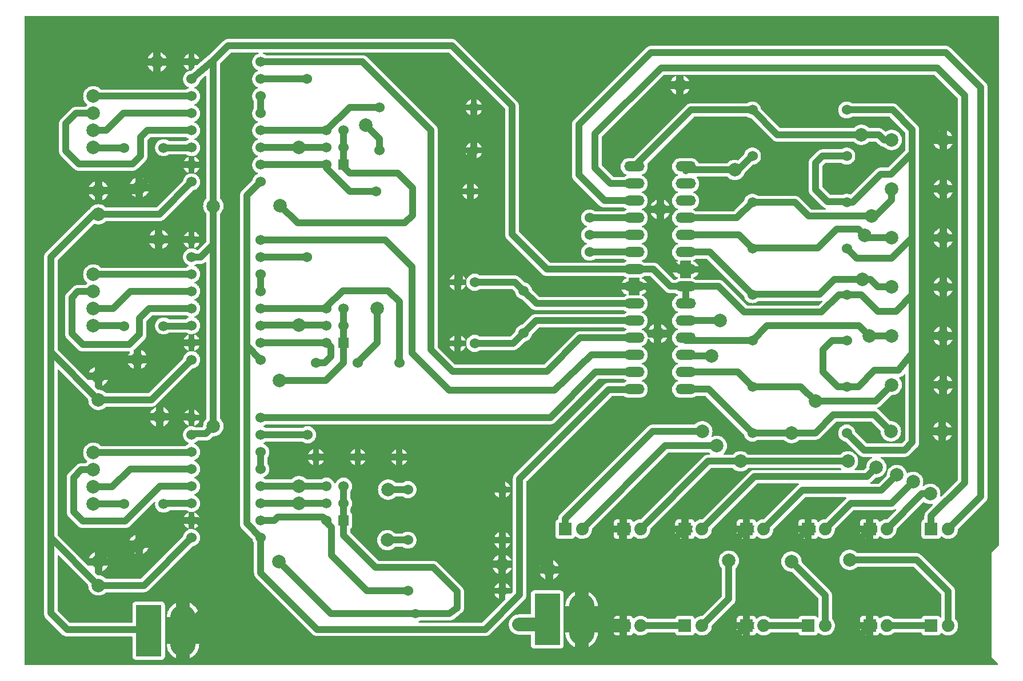
<source format=gbl>
G04 Layer: BottomLayer*
G04 EasyEDA v6.5.22, 2023-01-15 02:32:39*
G04 0bdbfba1a4ec4b7484ebadf12ba1fff0,1155796f3fab4927abb0b91c794f2a8a,10*
G04 Gerber Generator version 0.2*
G04 Scale: 100 percent, Rotated: No, Reflected: No *
G04 Dimensions in millimeters *
G04 leading zeros omitted , absolute positions ,4 integer and 5 decimal *
%FSLAX45Y45*%
%MOMM*%

%ADD10C,1.0000*%
%ADD11C,2.0000*%
%ADD12R,3.8100X7.6200*%
%ADD13O,3.81X7.62*%
%ADD14C,1.5240*%
%ADD15R,1.8796X1.8796*%
%ADD16C,1.8796*%
%ADD17R,1.5240X1.5240*%
%ADD18O,2.999994X1.499997*%
%ADD19C,1.3995*%
%ADD20C,0.0142*%

%LPD*%
G36*
X36169Y13208D02*
G01*
X32258Y13970D01*
X29006Y16205D01*
X26720Y19456D01*
X26009Y23368D01*
X26009Y9615932D01*
X26720Y9619843D01*
X29006Y9623094D01*
X32258Y9625330D01*
X36169Y9626092D01*
X14454733Y9626092D01*
X14458645Y9625330D01*
X14461896Y9623094D01*
X14464131Y9619843D01*
X14464893Y9615932D01*
X14464893Y1794459D01*
X14464131Y1790598D01*
X14461896Y1787296D01*
X14351711Y1677111D01*
X14351050Y1675384D01*
X14351050Y128016D01*
X14351711Y126288D01*
X14447469Y30530D01*
X14449653Y27279D01*
X14450466Y23368D01*
X14449653Y19456D01*
X14447469Y16205D01*
X14444167Y13970D01*
X14440306Y13208D01*
G37*

%LPC*%
G36*
X1676857Y89204D02*
G01*
X2056993Y89204D01*
X2066188Y90017D01*
X2074672Y92303D01*
X2082647Y96012D01*
X2089861Y101041D01*
X2096058Y107289D01*
X2101138Y114452D01*
X2104847Y122428D01*
X2107133Y130962D01*
X2107946Y140157D01*
X2107946Y901242D01*
X2107133Y910437D01*
X2104847Y918971D01*
X2101138Y926947D01*
X2096058Y934110D01*
X2089861Y940358D01*
X2082647Y945387D01*
X2074672Y949096D01*
X2066188Y951382D01*
X2056993Y952195D01*
X1676857Y952195D01*
X1667662Y951382D01*
X1659128Y949096D01*
X1651203Y945387D01*
X1643938Y940358D01*
X1637792Y934110D01*
X1632712Y926947D01*
X1629003Y918971D01*
X1626717Y910437D01*
X1625904Y901242D01*
X1625904Y644042D01*
X1625142Y640181D01*
X1622958Y636879D01*
X1619656Y634644D01*
X1615795Y633882D01*
X706272Y633882D01*
X702360Y634644D01*
X699058Y636879D01*
X519988Y815898D01*
X517855Y819200D01*
X517042Y823061D01*
X517042Y1629105D01*
X517855Y1633016D01*
X519988Y1636318D01*
X523341Y1638503D01*
X527253Y1639265D01*
X531114Y1638503D01*
X534416Y1636318D01*
X970026Y1200708D01*
X972312Y1197152D01*
X973023Y1192936D01*
X972769Y1189583D01*
X973785Y1172718D01*
X976579Y1156055D01*
X981252Y1139850D01*
X987704Y1124254D01*
X995883Y1109522D01*
X1005636Y1095756D01*
X1016914Y1083157D01*
X1029462Y1071930D01*
X1043178Y1062126D01*
X1058011Y1053998D01*
X1073607Y1047546D01*
X1089812Y1042873D01*
X1106424Y1040028D01*
X1123238Y1039063D01*
X1140155Y1040028D01*
X1156766Y1042873D01*
X1173022Y1047546D01*
X1188567Y1053998D01*
X1203350Y1062126D01*
X1217117Y1071930D01*
X1229715Y1083157D01*
X1231950Y1085697D01*
X1235405Y1088186D01*
X1239469Y1089050D01*
X1794357Y1089050D01*
X1807819Y1089964D01*
X1820722Y1092504D01*
X1833168Y1096721D01*
X1844954Y1102563D01*
X1855876Y1109878D01*
X1865985Y1118717D01*
X2517495Y1770227D01*
X2519934Y1772056D01*
X2522829Y1773021D01*
X2533396Y1774952D01*
X2548026Y1779524D01*
X2561945Y1785823D01*
X2575001Y1793697D01*
X2587091Y1803146D01*
X2597912Y1813966D01*
X2607360Y1826006D01*
X2615285Y1839112D01*
X2621534Y1853031D01*
X2626106Y1867662D01*
X2628849Y1882698D01*
X2629763Y1897989D01*
X2628849Y1913229D01*
X2626106Y1928266D01*
X2621534Y1942896D01*
X2615285Y1956816D01*
X2607360Y1969922D01*
X2597912Y1981962D01*
X2587091Y1992782D01*
X2575001Y2002231D01*
X2561945Y2010156D01*
X2549601Y2015693D01*
X2546451Y2017928D01*
X2544267Y2021179D01*
X2544013Y2022856D01*
X2541778Y2021179D01*
X2538120Y2020214D01*
X2518308Y2023719D01*
X2503119Y2024634D01*
X2487828Y2023719D01*
X2468067Y2020214D01*
X2464409Y2021179D01*
X2462174Y2022856D01*
X2461869Y2021179D01*
X2459685Y2017928D01*
X2456586Y2015693D01*
X2444242Y2010156D01*
X2431135Y2002231D01*
X2419096Y1992782D01*
X2408275Y1981962D01*
X2398826Y1969922D01*
X2390952Y1956816D01*
X2384653Y1942896D01*
X2380081Y1928266D01*
X2378151Y1917700D01*
X2377135Y1914804D01*
X2375357Y1912315D01*
X1756054Y1293012D01*
X1752752Y1290828D01*
X1748840Y1290066D01*
X1239469Y1290066D01*
X1235354Y1290929D01*
X1231950Y1293469D01*
X1229715Y1295958D01*
X1217117Y1307185D01*
X1203350Y1316990D01*
X1188567Y1325118D01*
X1173022Y1331620D01*
X1156766Y1336243D01*
X1140155Y1339088D01*
X1123238Y1340053D01*
X1119936Y1339850D01*
X1115720Y1340510D01*
X1112164Y1342796D01*
X1069898Y1385062D01*
X1067714Y1388364D01*
X1066952Y1392224D01*
X1066952Y1483207D01*
X975969Y1483207D01*
X972058Y1484020D01*
X968806Y1486204D01*
X519988Y1934921D01*
X517855Y1938223D01*
X517042Y1942084D01*
X517042Y4378655D01*
X517855Y4382566D01*
X519988Y4385868D01*
X523341Y4388053D01*
X527253Y4388815D01*
X531114Y4388053D01*
X534416Y4385868D01*
X970026Y3950258D01*
X972312Y3946702D01*
X973023Y3942486D01*
X972769Y3939133D01*
X973785Y3922268D01*
X976579Y3905605D01*
X981252Y3889400D01*
X987704Y3873804D01*
X995883Y3859072D01*
X1005636Y3845306D01*
X1016914Y3832707D01*
X1029462Y3821480D01*
X1043178Y3811676D01*
X1058011Y3803548D01*
X1073607Y3797096D01*
X1089812Y3792423D01*
X1106424Y3789578D01*
X1123238Y3788613D01*
X1140155Y3789578D01*
X1156766Y3792423D01*
X1173022Y3797096D01*
X1188567Y3803548D01*
X1203350Y3811676D01*
X1217117Y3821480D01*
X1229715Y3832707D01*
X1231950Y3835247D01*
X1235354Y3837736D01*
X1239469Y3838600D01*
X1908657Y3838600D01*
X1922119Y3839514D01*
X1935022Y3842054D01*
X1947468Y3846271D01*
X1959254Y3852113D01*
X1970176Y3859428D01*
X1980285Y3868267D01*
X2517495Y4405477D01*
X2519934Y4407306D01*
X2522829Y4408271D01*
X2533396Y4410202D01*
X2548026Y4414774D01*
X2561945Y4421073D01*
X2575001Y4428947D01*
X2587091Y4438396D01*
X2597912Y4449216D01*
X2607360Y4461256D01*
X2615285Y4474362D01*
X2621534Y4488281D01*
X2626106Y4502912D01*
X2628849Y4517948D01*
X2629763Y4533239D01*
X2628849Y4548479D01*
X2626106Y4563516D01*
X2621534Y4578146D01*
X2615285Y4592066D01*
X2607360Y4605172D01*
X2597912Y4617212D01*
X2587091Y4628032D01*
X2575001Y4637481D01*
X2561945Y4645406D01*
X2549601Y4650943D01*
X2546451Y4653178D01*
X2544267Y4656429D01*
X2544013Y4658106D01*
X2541778Y4656429D01*
X2538120Y4655464D01*
X2518308Y4658969D01*
X2503119Y4659884D01*
X2487828Y4658969D01*
X2468067Y4655464D01*
X2464409Y4656429D01*
X2462174Y4658106D01*
X2461869Y4656429D01*
X2459685Y4653178D01*
X2456586Y4650943D01*
X2444242Y4645406D01*
X2431135Y4637481D01*
X2419096Y4628032D01*
X2408275Y4617212D01*
X2398826Y4605172D01*
X2390952Y4592066D01*
X2384653Y4578146D01*
X2380081Y4563516D01*
X2378151Y4552950D01*
X2377135Y4550054D01*
X2375357Y4547565D01*
X1870354Y4042562D01*
X1867052Y4040378D01*
X1863140Y4039615D01*
X1239469Y4039615D01*
X1235354Y4040479D01*
X1231950Y4043019D01*
X1229715Y4045508D01*
X1217117Y4056786D01*
X1203350Y4066540D01*
X1188567Y4074668D01*
X1173022Y4081170D01*
X1156766Y4085844D01*
X1140155Y4088637D01*
X1123238Y4089603D01*
X1119936Y4089400D01*
X1115720Y4090060D01*
X1112164Y4092346D01*
X1069898Y4134612D01*
X1067714Y4137914D01*
X1066952Y4141774D01*
X1066952Y4232757D01*
X975969Y4232757D01*
X972058Y4233570D01*
X968756Y4235754D01*
X519988Y4684471D01*
X517855Y4687773D01*
X517042Y4691634D01*
X517042Y6005017D01*
X517855Y6008928D01*
X519988Y6012230D01*
X1055268Y6547408D01*
X1058570Y6549644D01*
X1062482Y6550406D01*
X1066342Y6549644D01*
X1073607Y6546646D01*
X1089812Y6541973D01*
X1106424Y6539128D01*
X1123238Y6538163D01*
X1140155Y6539128D01*
X1156766Y6541973D01*
X1173022Y6546646D01*
X1188567Y6553098D01*
X1203350Y6561226D01*
X1217117Y6571030D01*
X1229715Y6582257D01*
X1231950Y6584797D01*
X1235405Y6587286D01*
X1239469Y6588150D01*
X2022957Y6588150D01*
X2036419Y6589064D01*
X2049322Y6591604D01*
X2061768Y6595821D01*
X2073554Y6601663D01*
X2084476Y6608978D01*
X2094585Y6617817D01*
X2517495Y7040727D01*
X2519934Y7042556D01*
X2522829Y7043521D01*
X2533396Y7045452D01*
X2548026Y7050024D01*
X2561945Y7056323D01*
X2575001Y7064197D01*
X2587091Y7073646D01*
X2597912Y7084466D01*
X2607360Y7096506D01*
X2615285Y7109612D01*
X2621534Y7123531D01*
X2626106Y7138162D01*
X2628849Y7153198D01*
X2629763Y7168489D01*
X2628849Y7183729D01*
X2626106Y7198766D01*
X2621534Y7213396D01*
X2615285Y7227316D01*
X2607360Y7240422D01*
X2597912Y7252462D01*
X2587091Y7263282D01*
X2575001Y7272731D01*
X2561945Y7280656D01*
X2549601Y7286193D01*
X2546451Y7288428D01*
X2544267Y7291679D01*
X2544013Y7293356D01*
X2541778Y7291679D01*
X2538120Y7290714D01*
X2518308Y7294219D01*
X2503119Y7295134D01*
X2487828Y7294219D01*
X2468067Y7290714D01*
X2464409Y7291679D01*
X2462174Y7293356D01*
X2461869Y7291679D01*
X2459685Y7288428D01*
X2456586Y7286193D01*
X2444242Y7280656D01*
X2431135Y7272731D01*
X2419096Y7263282D01*
X2408275Y7252462D01*
X2398826Y7240422D01*
X2390952Y7227316D01*
X2384653Y7213396D01*
X2380081Y7198766D01*
X2378151Y7188200D01*
X2377135Y7185304D01*
X2375357Y7182815D01*
X1984654Y6792112D01*
X1981352Y6789928D01*
X1977491Y6789166D01*
X1239469Y6789166D01*
X1235354Y6790029D01*
X1231950Y6792569D01*
X1229715Y6795058D01*
X1217117Y6806285D01*
X1203350Y6816090D01*
X1188567Y6824218D01*
X1173022Y6830720D01*
X1156766Y6835343D01*
X1140155Y6838188D01*
X1123238Y6839153D01*
X1106424Y6838188D01*
X1089812Y6835343D01*
X1073607Y6830720D01*
X1058011Y6824218D01*
X1043178Y6816090D01*
X1029462Y6806285D01*
X1016914Y6795058D01*
X1005636Y6782460D01*
X998880Y6772960D01*
X996238Y6770420D01*
X993241Y6768388D01*
X983081Y6759498D01*
X345694Y6122162D01*
X336854Y6112052D01*
X329590Y6101080D01*
X323697Y6089294D01*
X319532Y6076848D01*
X316992Y6063996D01*
X316077Y6050534D01*
X316077Y777544D01*
X316992Y764133D01*
X319532Y751230D01*
X323697Y738784D01*
X329590Y726998D01*
X336854Y716076D01*
X345694Y705916D01*
X589127Y462584D01*
X599236Y453694D01*
X610209Y446379D01*
X621995Y440588D01*
X634441Y436372D01*
X647293Y433781D01*
X660704Y432917D01*
X1615795Y432917D01*
X1619656Y432155D01*
X1622958Y429920D01*
X1625142Y426618D01*
X1625904Y422757D01*
X1625904Y140157D01*
X1626717Y130962D01*
X1629003Y122428D01*
X1632712Y114452D01*
X1637792Y107289D01*
X1643938Y101041D01*
X1651203Y96012D01*
X1659128Y92303D01*
X1667662Y90017D01*
G37*
G36*
X2273350Y111912D02*
G01*
X2273350Y323850D01*
X2134209Y323850D01*
X2134920Y308610D01*
X2137765Y287172D01*
X2142642Y266090D01*
X2149297Y245516D01*
X2157780Y225653D01*
X2168042Y206603D01*
X2179980Y188569D01*
X2193442Y171653D01*
X2208377Y156006D01*
X2224684Y141782D01*
X2242159Y129082D01*
X2260752Y118008D01*
G37*
G36*
X2476550Y111912D02*
G01*
X2489047Y118008D01*
X2507691Y129082D01*
X2525115Y141782D01*
X2541473Y156006D01*
X2556408Y171653D01*
X2569870Y188569D01*
X2581808Y206603D01*
X2592019Y225653D01*
X2600553Y245516D01*
X2607208Y266090D01*
X2612034Y287172D01*
X2614930Y308610D01*
X2615641Y323850D01*
X2476550Y323850D01*
G37*
G36*
X7582357Y254304D02*
G01*
X7962493Y254304D01*
X7971688Y255117D01*
X7980172Y257403D01*
X7988147Y261112D01*
X7995361Y266141D01*
X8001558Y272389D01*
X8006638Y279552D01*
X8010347Y287528D01*
X8012633Y296062D01*
X8013446Y305257D01*
X8013446Y1066342D01*
X8012633Y1075537D01*
X8010347Y1084072D01*
X8006638Y1092047D01*
X8001558Y1099210D01*
X7995361Y1105458D01*
X7988147Y1110488D01*
X7980172Y1114196D01*
X7971688Y1116482D01*
X7962493Y1117295D01*
X7582357Y1117295D01*
X7573162Y1116482D01*
X7564628Y1114196D01*
X7556703Y1110488D01*
X7549438Y1105458D01*
X7543292Y1099210D01*
X7538212Y1092047D01*
X7534503Y1084072D01*
X7532217Y1075537D01*
X7531404Y1066342D01*
X7531404Y770229D01*
X7530642Y766368D01*
X7528458Y763066D01*
X7525156Y760882D01*
X7521295Y760069D01*
X7353604Y760069D01*
X7336485Y759155D01*
X7319822Y756310D01*
X7303617Y751636D01*
X7288022Y745185D01*
X7273239Y737006D01*
X7259523Y727252D01*
X7246924Y716026D01*
X7235647Y703427D01*
X7225893Y689660D01*
X7217765Y674878D01*
X7211263Y659282D01*
X7206538Y643077D01*
X7203795Y626465D01*
X7202830Y609600D01*
X7203795Y592734D01*
X7206538Y576122D01*
X7211263Y559917D01*
X7217765Y544322D01*
X7225893Y529539D01*
X7235647Y515772D01*
X7246924Y503174D01*
X7259523Y491947D01*
X7273239Y482193D01*
X7288022Y474014D01*
X7303617Y467563D01*
X7319822Y462889D01*
X7336485Y460044D01*
X7353604Y459079D01*
X7521295Y459079D01*
X7525156Y458317D01*
X7528458Y456133D01*
X7530642Y452831D01*
X7531404Y448919D01*
X7531404Y305257D01*
X7532217Y296062D01*
X7534503Y287528D01*
X7538212Y279552D01*
X7543292Y272389D01*
X7549438Y266141D01*
X7556703Y261112D01*
X7564628Y257403D01*
X7573162Y255117D01*
G37*
G36*
X8178850Y277012D02*
G01*
X8178850Y488950D01*
X8039709Y488950D01*
X8040420Y473709D01*
X8043265Y452272D01*
X8048142Y431190D01*
X8054797Y410616D01*
X8063280Y390753D01*
X8073542Y371703D01*
X8085480Y353669D01*
X8098942Y336753D01*
X8113877Y321106D01*
X8130184Y306882D01*
X8147659Y294182D01*
X8166252Y283108D01*
G37*
G36*
X8382050Y277012D02*
G01*
X8394547Y283108D01*
X8413191Y294182D01*
X8430615Y306882D01*
X8446973Y321106D01*
X8461908Y336753D01*
X8475370Y353669D01*
X8487308Y371703D01*
X8497570Y390753D01*
X8506053Y410616D01*
X8512708Y431190D01*
X8517534Y452272D01*
X8520430Y473709D01*
X8521141Y488950D01*
X8382050Y488950D01*
G37*
G36*
X4366717Y438505D02*
G01*
X6850634Y438505D01*
X6864096Y439369D01*
X6876999Y441959D01*
X6889445Y446176D01*
X6901230Y451967D01*
X6912152Y459282D01*
X6922262Y468172D01*
X7434376Y980287D01*
X7443266Y990396D01*
X7450581Y1001318D01*
X7456373Y1013104D01*
X7460538Y1025550D01*
X7463180Y1038453D01*
X7464044Y1051915D01*
X7464044Y2728366D01*
X7464806Y2732227D01*
X7467041Y2735529D01*
X8723020Y3991508D01*
X8726322Y3993743D01*
X8730183Y3994505D01*
X8907576Y3994505D01*
X8910828Y3993946D01*
X8927490Y3983939D01*
X8941308Y3977741D01*
X8955735Y3973220D01*
X8970670Y3970528D01*
X8986113Y3969562D01*
X9135465Y3969562D01*
X9150908Y3970528D01*
X9165844Y3973220D01*
X9180271Y3977741D01*
X9194088Y3983939D01*
X9207093Y3991813D01*
X9218980Y4001160D01*
X9229699Y4011879D01*
X9239046Y4023766D01*
X9246920Y4036771D01*
X9253118Y4050588D01*
X9257588Y4065015D01*
X9260382Y4079951D01*
X9261297Y4095089D01*
X9260382Y4110177D01*
X9257588Y4125112D01*
X9253118Y4139539D01*
X9246920Y4153357D01*
X9239046Y4166362D01*
X9229699Y4178249D01*
X9218980Y4188968D01*
X9207093Y4198315D01*
X9194088Y4206138D01*
X9179255Y4212793D01*
X9176054Y4215028D01*
X9173972Y4218279D01*
X9173210Y4222089D01*
X9173972Y4225848D01*
X9176054Y4229100D01*
X9179255Y4231335D01*
X9194088Y4237990D01*
X9207093Y4245813D01*
X9218980Y4255160D01*
X9229699Y4265879D01*
X9239046Y4277766D01*
X9246920Y4290771D01*
X9253118Y4304588D01*
X9257588Y4319016D01*
X9260382Y4333951D01*
X9261297Y4349089D01*
X9260382Y4364177D01*
X9257588Y4379112D01*
X9253118Y4393539D01*
X9246920Y4407357D01*
X9239046Y4420362D01*
X9229699Y4432249D01*
X9218980Y4442968D01*
X9207093Y4452315D01*
X9194088Y4460138D01*
X9179255Y4466793D01*
X9176054Y4469028D01*
X9173972Y4472279D01*
X9173210Y4476089D01*
X9173972Y4479848D01*
X9176054Y4483100D01*
X9179255Y4485335D01*
X9194088Y4491990D01*
X9207093Y4499813D01*
X9218980Y4509160D01*
X9229699Y4519879D01*
X9239046Y4531766D01*
X9246920Y4544771D01*
X9253118Y4558588D01*
X9257588Y4573016D01*
X9260382Y4587951D01*
X9261297Y4603089D01*
X9260382Y4618177D01*
X9257588Y4633112D01*
X9253118Y4647539D01*
X9246920Y4661357D01*
X9239046Y4674362D01*
X9229699Y4686249D01*
X9218980Y4696968D01*
X9207093Y4706315D01*
X9194088Y4714138D01*
X9179255Y4720793D01*
X9176054Y4723028D01*
X9173972Y4726279D01*
X9173210Y4730089D01*
X9173972Y4733848D01*
X9176054Y4737100D01*
X9179255Y4739335D01*
X9194088Y4745990D01*
X9207093Y4753813D01*
X9218980Y4763160D01*
X9229699Y4773879D01*
X9239046Y4785766D01*
X9246920Y4798771D01*
X9253118Y4812588D01*
X9257588Y4827016D01*
X9260078Y4840630D01*
X9261652Y4844440D01*
X9264599Y4847336D01*
X9268460Y4848809D01*
X9272625Y4848656D01*
X9276334Y4846828D01*
X9279026Y4843729D01*
X9280753Y4840528D01*
X9290558Y4826762D01*
X9301784Y4814163D01*
X9314383Y4802936D01*
X9328150Y4793132D01*
X9342882Y4785004D01*
X9351822Y4781296D01*
X9351822Y4864201D01*
X9270288Y4864201D01*
X9266834Y4864811D01*
X9263786Y4866589D01*
X9261500Y4869230D01*
X9260281Y4872532D01*
X9257588Y4887112D01*
X9253118Y4901539D01*
X9246920Y4915357D01*
X9239046Y4928362D01*
X9229699Y4940249D01*
X9218980Y4950968D01*
X9207093Y4960315D01*
X9194088Y4968138D01*
X9179255Y4974793D01*
X9176054Y4977028D01*
X9173972Y4980279D01*
X9173210Y4984089D01*
X9173972Y4987848D01*
X9176054Y4991100D01*
X9179255Y4993335D01*
X9194088Y4999990D01*
X9207093Y5007813D01*
X9218980Y5017160D01*
X9229699Y5027879D01*
X9239046Y5039766D01*
X9246920Y5052771D01*
X9253118Y5066588D01*
X9257588Y5081016D01*
X9260382Y5095951D01*
X9261297Y5111089D01*
X9260382Y5126177D01*
X9257588Y5141112D01*
X9253118Y5155539D01*
X9246920Y5169357D01*
X9239046Y5182362D01*
X9229699Y5194249D01*
X9218980Y5204968D01*
X9207093Y5214315D01*
X9194088Y5222138D01*
X9179255Y5228793D01*
X9176054Y5231028D01*
X9173972Y5234279D01*
X9173210Y5238089D01*
X9173972Y5241848D01*
X9176054Y5245100D01*
X9179255Y5247335D01*
X9194088Y5253990D01*
X9207093Y5261813D01*
X9218980Y5271160D01*
X9229699Y5281879D01*
X9239046Y5293766D01*
X9246920Y5306771D01*
X9253118Y5320588D01*
X9257588Y5335016D01*
X9260382Y5349951D01*
X9261297Y5365089D01*
X9260382Y5380177D01*
X9257588Y5395112D01*
X9253118Y5409539D01*
X9246920Y5423357D01*
X9239046Y5436362D01*
X9229699Y5448249D01*
X9218980Y5458968D01*
X9207093Y5468315D01*
X9194088Y5476138D01*
X9179255Y5482793D01*
X9176054Y5485028D01*
X9173972Y5488279D01*
X9173210Y5492089D01*
X9173972Y5495848D01*
X9176054Y5499100D01*
X9179255Y5501335D01*
X9194088Y5507990D01*
X9207093Y5515813D01*
X9218980Y5525160D01*
X9229699Y5535879D01*
X9239046Y5547766D01*
X9246920Y5560771D01*
X9253270Y5575198D01*
X9142171Y5575198D01*
X9142171Y5500725D01*
X9141358Y5496814D01*
X9139174Y5493562D01*
X9135872Y5491327D01*
X9132011Y5490565D01*
X8989618Y5490565D01*
X8985707Y5491327D01*
X8982405Y5493562D01*
X8980220Y5496814D01*
X8979458Y5500725D01*
X8979458Y5575198D01*
X8868257Y5575198D01*
X8874658Y5560771D01*
X8882481Y5547766D01*
X8891879Y5535879D01*
X8902547Y5525160D01*
X8914536Y5515813D01*
X8927490Y5507990D01*
X8942324Y5501335D01*
X8945524Y5499100D01*
X8947607Y5495848D01*
X8948369Y5492089D01*
X8947607Y5488279D01*
X8945524Y5485028D01*
X8942324Y5482793D01*
X8927490Y5476138D01*
X8910777Y5466130D01*
X8907424Y5465572D01*
X7657388Y5465572D01*
X7653528Y5466334D01*
X7650225Y5468518D01*
X7549642Y5569153D01*
X7547813Y5571642D01*
X7546848Y5574487D01*
X7544866Y5585104D01*
X7540345Y5599684D01*
X7534046Y5613654D01*
X7526070Y5626760D01*
X7516723Y5638800D01*
X7505903Y5649620D01*
X7493863Y5659018D01*
X7480757Y5666943D01*
X7466787Y5673242D01*
X7452207Y5677763D01*
X7441641Y5679694D01*
X7438745Y5680710D01*
X7436256Y5682538D01*
X7365390Y5753404D01*
X7355281Y5762294D01*
X7344308Y5769559D01*
X7332522Y5775401D01*
X7320127Y5779617D01*
X7307224Y5782157D01*
X7293762Y5783072D01*
X6778853Y5783072D01*
X6775551Y5783630D01*
X6772605Y5785205D01*
X6770573Y5786831D01*
X6757466Y5794756D01*
X6743496Y5801004D01*
X6728917Y5805576D01*
X6713880Y5808319D01*
X6698538Y5809234D01*
X6683349Y5808319D01*
X6668262Y5805576D01*
X6653631Y5801004D01*
X6639712Y5794756D01*
X6626656Y5786831D01*
X6614617Y5777382D01*
X6603796Y5766562D01*
X6594348Y5754522D01*
X6586423Y5741416D01*
X6580835Y5729071D01*
X6578650Y5725922D01*
X6575399Y5723788D01*
X6573723Y5723483D01*
X6575348Y5721248D01*
X6576314Y5717590D01*
X6572859Y5697829D01*
X6571945Y5682589D01*
X6572859Y5667298D01*
X6576314Y5647537D01*
X6575348Y5643880D01*
X6573723Y5641644D01*
X6575399Y5641340D01*
X6578650Y5639206D01*
X6580835Y5636056D01*
X6586423Y5623712D01*
X6594348Y5610606D01*
X6603796Y5598566D01*
X6614617Y5587746D01*
X6626656Y5578297D01*
X6639712Y5570423D01*
X6653631Y5564124D01*
X6668262Y5559552D01*
X6683349Y5556808D01*
X6698538Y5555894D01*
X6713880Y5556808D01*
X6728917Y5559552D01*
X6743496Y5564124D01*
X6757466Y5570423D01*
X6770573Y5578297D01*
X6772605Y5579922D01*
X6775551Y5581497D01*
X6778853Y5582056D01*
X7248245Y5582056D01*
X7252157Y5581294D01*
X7255408Y5579110D01*
X7294067Y5540400D01*
X7295946Y5537962D01*
X7296912Y5535066D01*
X7298893Y5524449D01*
X7303465Y5509869D01*
X7309713Y5495899D01*
X7317638Y5482844D01*
X7327087Y5470753D01*
X7337907Y5459984D01*
X7349947Y5450535D01*
X7363002Y5442610D01*
X7376972Y5436311D01*
X7391552Y5431790D01*
X7402169Y5429859D01*
X7405065Y5428843D01*
X7407503Y5427014D01*
X7540244Y5294223D01*
X7550454Y5285333D01*
X7561376Y5278069D01*
X7573162Y5272227D01*
X7585608Y5268010D01*
X7598460Y5265470D01*
X7611922Y5264556D01*
X8907424Y5264556D01*
X8910777Y5263997D01*
X8927490Y5253990D01*
X8942324Y5247335D01*
X8945524Y5245100D01*
X8947607Y5241848D01*
X8948369Y5238089D01*
X8947607Y5234279D01*
X8945524Y5231028D01*
X8942324Y5228793D01*
X8927490Y5222138D01*
X8910777Y5212130D01*
X8907424Y5211572D01*
X7603490Y5211572D01*
X7590028Y5210657D01*
X7577175Y5208117D01*
X7564729Y5203901D01*
X7552944Y5198059D01*
X7542022Y5190794D01*
X7531862Y5181904D01*
X7407503Y5057546D01*
X7405065Y5055717D01*
X7402169Y5054701D01*
X7391552Y5052771D01*
X7376972Y5048250D01*
X7363002Y5041950D01*
X7349947Y5034026D01*
X7337907Y5024628D01*
X7327087Y5013807D01*
X7317638Y5001768D01*
X7309713Y4988661D01*
X7303465Y4974691D01*
X7298893Y4960112D01*
X7296912Y4949494D01*
X7295946Y4946650D01*
X7294067Y4944160D01*
X7230160Y4880203D01*
X7226858Y4878019D01*
X7222998Y4877206D01*
X6778853Y4877206D01*
X6775551Y4877765D01*
X6772605Y4879390D01*
X6770573Y4880965D01*
X6757466Y4888890D01*
X6743496Y4895189D01*
X6728917Y4899710D01*
X6713880Y4902504D01*
X6698538Y4903419D01*
X6683349Y4902504D01*
X6668262Y4899710D01*
X6653631Y4895189D01*
X6639712Y4888890D01*
X6626656Y4880965D01*
X6614617Y4871567D01*
X6603796Y4860747D01*
X6594348Y4848707D01*
X6586423Y4835601D01*
X6580835Y4823206D01*
X6578650Y4820056D01*
X6575399Y4817973D01*
X6573723Y4817618D01*
X6575348Y4815433D01*
X6576314Y4811776D01*
X6572859Y4792014D01*
X6571945Y4776724D01*
X6572859Y4761433D01*
X6576314Y4741722D01*
X6575348Y4738065D01*
X6573723Y4735830D01*
X6575399Y4735474D01*
X6578650Y4733391D01*
X6580835Y4730242D01*
X6586423Y4717846D01*
X6594348Y4704791D01*
X6603796Y4692700D01*
X6614617Y4681931D01*
X6626656Y4672482D01*
X6639712Y4664557D01*
X6653631Y4658258D01*
X6668262Y4653737D01*
X6683349Y4650994D01*
X6698538Y4650028D01*
X6713880Y4650994D01*
X6728917Y4653737D01*
X6743496Y4658258D01*
X6757466Y4664557D01*
X6770573Y4672482D01*
X6772605Y4674057D01*
X6775551Y4675682D01*
X6778853Y4676241D01*
X7268514Y4676241D01*
X7281925Y4677105D01*
X7294829Y4679696D01*
X7307224Y4683912D01*
X7319060Y4689703D01*
X7329982Y4697018D01*
X7340092Y4705908D01*
X7436256Y4802022D01*
X7438745Y4803851D01*
X7441641Y4804867D01*
X7452207Y4806797D01*
X7466787Y4811318D01*
X7480757Y4817618D01*
X7493863Y4825542D01*
X7505903Y4834991D01*
X7516723Y4845761D01*
X7526070Y4857851D01*
X7534046Y4870907D01*
X7540345Y4884877D01*
X7544866Y4899456D01*
X7546848Y4910074D01*
X7547813Y4912969D01*
X7549642Y4915408D01*
X7641793Y5007610D01*
X7645095Y5009794D01*
X7649006Y5010556D01*
X8907424Y5010556D01*
X8910777Y5009997D01*
X8927490Y4999990D01*
X8942324Y4993335D01*
X8945524Y4991100D01*
X8947607Y4987848D01*
X8948369Y4984089D01*
X8947607Y4980279D01*
X8945524Y4977028D01*
X8942324Y4974793D01*
X8927490Y4968138D01*
X8910777Y4958130D01*
X8907424Y4957572D01*
X8261045Y4957572D01*
X8247583Y4956657D01*
X8234680Y4954117D01*
X8222234Y4949901D01*
X8210397Y4944059D01*
X8199526Y4936794D01*
X8189417Y4927904D01*
X7726730Y4465218D01*
X7723378Y4463034D01*
X7719517Y4462272D01*
X6414211Y4462272D01*
X6410350Y4463034D01*
X6406997Y4465218D01*
X6154369Y4717897D01*
X6152184Y4721199D01*
X6151372Y4725111D01*
X6151372Y7930134D01*
X6150508Y7943596D01*
X6147968Y7956448D01*
X6143701Y7968894D01*
X6137910Y7980680D01*
X6130544Y7991652D01*
X6121704Y8001762D01*
X5106162Y9017304D01*
X5096052Y9026194D01*
X5085130Y9033459D01*
X5073345Y9039301D01*
X5060899Y9043517D01*
X5047996Y9046057D01*
X5034584Y9046972D01*
X3608374Y9046972D01*
X3605022Y9047530D01*
X3602075Y9049105D01*
X3600043Y9050731D01*
X3586987Y9058656D01*
X3572967Y9064904D01*
X3564991Y9067393D01*
X3561435Y9069374D01*
X3558895Y9072626D01*
X3557879Y9076588D01*
X3558489Y9080652D01*
X3560673Y9084106D01*
X3564026Y9086443D01*
X3567988Y9087256D01*
X6314338Y9087256D01*
X6318250Y9086494D01*
X6321501Y9084310D01*
X7145731Y8260130D01*
X7147915Y8256828D01*
X7148677Y8252917D01*
X7148677Y6394094D01*
X7149592Y6380632D01*
X7152131Y6367780D01*
X7156297Y6355334D01*
X7162190Y6343548D01*
X7169454Y6332626D01*
X7178294Y6322466D01*
X7698587Y5802223D01*
X7708747Y5793333D01*
X7719669Y5786069D01*
X7731455Y5780227D01*
X7743901Y5776010D01*
X7756753Y5773470D01*
X7770215Y5772556D01*
X8907424Y5772556D01*
X8910777Y5771997D01*
X8927490Y5761990D01*
X8942324Y5755335D01*
X8945524Y5753100D01*
X8947607Y5749848D01*
X8948369Y5746089D01*
X8947607Y5742279D01*
X8945524Y5739028D01*
X8942324Y5736793D01*
X8927490Y5730138D01*
X8914536Y5722315D01*
X8902547Y5712968D01*
X8891879Y5702249D01*
X8882481Y5690362D01*
X8874658Y5677357D01*
X8868257Y5662930D01*
X8979458Y5662930D01*
X8979458Y5737402D01*
X8980220Y5741314D01*
X8982405Y5744616D01*
X8985707Y5746800D01*
X8989618Y5747562D01*
X9132011Y5747562D01*
X9135872Y5746800D01*
X9139174Y5744616D01*
X9141358Y5741314D01*
X9142171Y5737402D01*
X9142171Y5662930D01*
X9253270Y5662930D01*
X9246920Y5677357D01*
X9239046Y5690362D01*
X9229699Y5702249D01*
X9218980Y5712968D01*
X9207093Y5722315D01*
X9194088Y5730138D01*
X9179255Y5736793D01*
X9176054Y5739028D01*
X9173972Y5742279D01*
X9173210Y5746089D01*
X9173972Y5749848D01*
X9176054Y5753100D01*
X9179255Y5755335D01*
X9194088Y5761990D01*
X9210751Y5771997D01*
X9214104Y5772556D01*
X9298838Y5772556D01*
X9302750Y5771794D01*
X9306001Y5769610D01*
X9527387Y5548223D01*
X9537547Y5539333D01*
X9548469Y5532069D01*
X9560255Y5526227D01*
X9572701Y5522010D01*
X9585553Y5519470D01*
X9599015Y5518556D01*
X9669424Y5518556D01*
X9672777Y5517997D01*
X9689490Y5507990D01*
X9704324Y5501335D01*
X9707524Y5499100D01*
X9709607Y5495848D01*
X9710369Y5492089D01*
X9709607Y5488279D01*
X9707524Y5485028D01*
X9704324Y5482793D01*
X9689490Y5476138D01*
X9676536Y5468315D01*
X9664547Y5458968D01*
X9653879Y5448249D01*
X9644481Y5436362D01*
X9636658Y5423357D01*
X9630460Y5409539D01*
X9625990Y5395112D01*
X9623247Y5380177D01*
X9622332Y5365089D01*
X9623247Y5349951D01*
X9625990Y5335016D01*
X9630460Y5320588D01*
X9636658Y5306771D01*
X9644481Y5293766D01*
X9653879Y5281879D01*
X9664547Y5271160D01*
X9676536Y5261813D01*
X9689490Y5253990D01*
X9704324Y5247335D01*
X9707524Y5245100D01*
X9709607Y5241848D01*
X9710369Y5238089D01*
X9709607Y5234279D01*
X9707524Y5231028D01*
X9704324Y5228793D01*
X9689490Y5222138D01*
X9676536Y5214315D01*
X9664547Y5204968D01*
X9653879Y5194249D01*
X9644481Y5182362D01*
X9636658Y5169357D01*
X9630460Y5155539D01*
X9625990Y5141112D01*
X9623247Y5126177D01*
X9622332Y5111089D01*
X9623247Y5095951D01*
X9625990Y5081016D01*
X9630460Y5066588D01*
X9636658Y5052771D01*
X9644481Y5039766D01*
X9653879Y5027879D01*
X9664547Y5017160D01*
X9676536Y5007813D01*
X9689490Y4999990D01*
X9704324Y4993335D01*
X9707524Y4991100D01*
X9709607Y4987848D01*
X9710369Y4984089D01*
X9709607Y4980279D01*
X9707524Y4977028D01*
X9704324Y4974793D01*
X9689490Y4968138D01*
X9676536Y4960315D01*
X9664547Y4950968D01*
X9653879Y4940249D01*
X9644481Y4928362D01*
X9636658Y4915357D01*
X9630460Y4901539D01*
X9625990Y4887112D01*
X9623247Y4872177D01*
X9622332Y4857089D01*
X9623247Y4841951D01*
X9625990Y4827016D01*
X9630460Y4812588D01*
X9636658Y4798771D01*
X9644481Y4785766D01*
X9653879Y4773879D01*
X9664547Y4763160D01*
X9676536Y4753813D01*
X9689490Y4745990D01*
X9704324Y4739335D01*
X9707524Y4737100D01*
X9709607Y4733848D01*
X9710369Y4730089D01*
X9709607Y4726279D01*
X9707524Y4723028D01*
X9704324Y4720793D01*
X9689490Y4714138D01*
X9676536Y4706315D01*
X9664547Y4696968D01*
X9653879Y4686249D01*
X9644481Y4674362D01*
X9636658Y4661357D01*
X9630460Y4647539D01*
X9625990Y4633112D01*
X9623247Y4618177D01*
X9622332Y4603089D01*
X9623247Y4587951D01*
X9625990Y4573016D01*
X9630460Y4558588D01*
X9636658Y4544771D01*
X9644481Y4531766D01*
X9653879Y4519879D01*
X9664547Y4509160D01*
X9676536Y4499813D01*
X9689490Y4491990D01*
X9704324Y4485335D01*
X9707524Y4483100D01*
X9709607Y4479848D01*
X9710369Y4476089D01*
X9709607Y4472279D01*
X9707524Y4469028D01*
X9704324Y4466793D01*
X9689490Y4460138D01*
X9676536Y4452315D01*
X9664547Y4442968D01*
X9653879Y4432249D01*
X9644481Y4420362D01*
X9636658Y4407357D01*
X9630460Y4393539D01*
X9625990Y4379112D01*
X9623247Y4364177D01*
X9622332Y4349089D01*
X9623247Y4333951D01*
X9625990Y4319016D01*
X9630460Y4304588D01*
X9636658Y4290771D01*
X9644481Y4277766D01*
X9653879Y4265879D01*
X9664547Y4255160D01*
X9676536Y4245813D01*
X9689490Y4237990D01*
X9704324Y4231335D01*
X9707524Y4229100D01*
X9709607Y4225848D01*
X9710369Y4222089D01*
X9709607Y4218279D01*
X9707524Y4215028D01*
X9704324Y4212793D01*
X9689490Y4206138D01*
X9676536Y4198315D01*
X9664547Y4188968D01*
X9653879Y4178249D01*
X9644481Y4166362D01*
X9636658Y4153357D01*
X9630460Y4139539D01*
X9625990Y4125112D01*
X9623247Y4110177D01*
X9622332Y4095089D01*
X9623247Y4079951D01*
X9625990Y4065015D01*
X9630460Y4050588D01*
X9636658Y4036771D01*
X9644481Y4023766D01*
X9653879Y4011879D01*
X9664547Y4001160D01*
X9676536Y3991813D01*
X9689490Y3983939D01*
X9703308Y3977741D01*
X9717735Y3973220D01*
X9732670Y3970528D01*
X9748113Y3969562D01*
X9897465Y3969562D01*
X9912908Y3970528D01*
X9927844Y3973220D01*
X9942271Y3977741D01*
X9956088Y3983939D01*
X9972751Y3993997D01*
X9976104Y3994556D01*
X10118039Y3994556D01*
X10121900Y3993794D01*
X10125151Y3991610D01*
X10683798Y3433013D01*
X10685627Y3430524D01*
X10686592Y3427628D01*
X10688523Y3417062D01*
X10693095Y3402431D01*
X10699394Y3388512D01*
X10707268Y3375406D01*
X10716717Y3363366D01*
X10727537Y3352546D01*
X10739577Y3343097D01*
X10752683Y3335223D01*
X10766602Y3328924D01*
X10781233Y3324351D01*
X10796270Y3321608D01*
X10811560Y3320694D01*
X10826800Y3321608D01*
X10841837Y3324351D01*
X10856417Y3328924D01*
X10870438Y3335223D01*
X10883493Y3343097D01*
X10885525Y3344722D01*
X10888472Y3346297D01*
X10891824Y3346856D01*
X11277447Y3346856D01*
X11281613Y3345992D01*
X11285067Y3343503D01*
X11287302Y3340963D01*
X11299901Y3329736D01*
X11313617Y3319932D01*
X11328400Y3311804D01*
X11343995Y3305352D01*
X11360251Y3300679D01*
X11376863Y3297834D01*
X11393678Y3296869D01*
X11410543Y3297834D01*
X11427206Y3300679D01*
X11443411Y3305352D01*
X11459006Y3311804D01*
X11473738Y3319932D01*
X11487556Y3329736D01*
X11500104Y3340963D01*
X11502390Y3343503D01*
X11505793Y3345992D01*
X11509908Y3346856D01*
X11744655Y3346856D01*
X11758117Y3347770D01*
X11770969Y3350310D01*
X11783415Y3354527D01*
X11795201Y3360369D01*
X11806174Y3367633D01*
X11816283Y3376523D01*
X12050318Y3610610D01*
X12053620Y3612794D01*
X12057481Y3613556D01*
X12575438Y3613556D01*
X12579350Y3612794D01*
X12582601Y3610610D01*
X12709347Y3483914D01*
X12711633Y3480308D01*
X12712293Y3476142D01*
X12712090Y3472789D01*
X12713004Y3455924D01*
X12715900Y3439261D01*
X12720574Y3423056D01*
X12727025Y3407460D01*
X12735153Y3392728D01*
X12744958Y3378962D01*
X12756184Y3366363D01*
X12768783Y3355136D01*
X12782550Y3345332D01*
X12797282Y3337204D01*
X12812877Y3330752D01*
X12829133Y3326079D01*
X12845745Y3323234D01*
X12862610Y3322269D01*
X12879425Y3323234D01*
X12896088Y3326079D01*
X12912293Y3330752D01*
X12927888Y3337204D01*
X12942620Y3345332D01*
X12956438Y3355136D01*
X12968935Y3366363D01*
X12980263Y3378962D01*
X12990017Y3392728D01*
X12998145Y3407460D01*
X13004647Y3423056D01*
X13009321Y3439261D01*
X13012115Y3455924D01*
X13013080Y3472789D01*
X13012115Y3489604D01*
X13009321Y3506266D01*
X13004647Y3522472D01*
X12998145Y3538067D01*
X12990017Y3552850D01*
X12980263Y3566566D01*
X12968935Y3579164D01*
X12956438Y3590391D01*
X12942620Y3600196D01*
X12927888Y3608324D01*
X12912293Y3614826D01*
X12896088Y3619449D01*
X12879425Y3622294D01*
X12862610Y3623259D01*
X12859207Y3623056D01*
X12855041Y3623716D01*
X12851485Y3626002D01*
X12692583Y3784904D01*
X12682474Y3793794D01*
X12671501Y3801059D01*
X12664948Y3804310D01*
X12661747Y3806748D01*
X12659817Y3810152D01*
X12659258Y3814114D01*
X12660274Y3817924D01*
X12662662Y3821074D01*
X12666167Y3823055D01*
X12670180Y3824427D01*
X12681966Y3830218D01*
X12692888Y3837533D01*
X12703048Y3846423D01*
X12864236Y4007459D01*
X12867792Y4009745D01*
X12872008Y4010406D01*
X12875310Y4010202D01*
X12892125Y4011168D01*
X12908788Y4013962D01*
X12924993Y4018635D01*
X12940588Y4025087D01*
X12955320Y4033265D01*
X12969138Y4043019D01*
X12981635Y4054297D01*
X12992963Y4066844D01*
X13002717Y4080611D01*
X13010845Y4095394D01*
X13017347Y4110990D01*
X13022021Y4127195D01*
X13024815Y4143857D01*
X13025780Y4160672D01*
X13024815Y4177537D01*
X13022021Y4194149D01*
X13017347Y4210405D01*
X13010845Y4225950D01*
X13002717Y4240733D01*
X12992963Y4254500D01*
X12988899Y4259021D01*
X12986816Y4262729D01*
X12986410Y4266946D01*
X12987782Y4270959D01*
X12990677Y4274108D01*
X12994589Y4275734D01*
X13002260Y4277207D01*
X13014756Y4281373D01*
X13026593Y4287113D01*
X13037565Y4294327D01*
X13047522Y4302912D01*
X13056463Y4312970D01*
X13061442Y4319320D01*
X13064591Y4322013D01*
X13068604Y4323232D01*
X13072719Y4322724D01*
X13076326Y4320590D01*
X13078713Y4317187D01*
X13079577Y4313072D01*
X13079577Y3353511D01*
X13078815Y3349599D01*
X13076631Y3346297D01*
X13027101Y3296818D01*
X13023850Y3294634D01*
X13019938Y3293872D01*
X12508331Y3293872D01*
X12504470Y3294634D01*
X12501219Y3296818D01*
X12336272Y3461765D01*
X12334494Y3464204D01*
X12333478Y3467100D01*
X12331547Y3477666D01*
X12326975Y3492296D01*
X12320727Y3506215D01*
X12312802Y3519322D01*
X12303353Y3531362D01*
X12292533Y3542182D01*
X12280493Y3551631D01*
X12267438Y3559556D01*
X12253417Y3565804D01*
X12238837Y3570376D01*
X12223800Y3573119D01*
X12208560Y3574034D01*
X12193270Y3573119D01*
X12178233Y3570376D01*
X12163602Y3565804D01*
X12149683Y3559556D01*
X12136577Y3551631D01*
X12124537Y3542182D01*
X12113717Y3531362D01*
X12104268Y3519322D01*
X12096394Y3506215D01*
X12090095Y3492296D01*
X12085574Y3477666D01*
X12082780Y3462629D01*
X12081865Y3447389D01*
X12082780Y3432098D01*
X12085574Y3417062D01*
X12090095Y3402431D01*
X12096394Y3388512D01*
X12104268Y3375406D01*
X12113717Y3363366D01*
X12124537Y3352546D01*
X12136577Y3343097D01*
X12149683Y3335223D01*
X12163602Y3328924D01*
X12178233Y3324351D01*
X12188799Y3322421D01*
X12191695Y3321456D01*
X12194184Y3319627D01*
X12391237Y3122523D01*
X12401397Y3113633D01*
X12412319Y3106369D01*
X12424105Y3100527D01*
X12436551Y3096310D01*
X12449454Y3093770D01*
X12462865Y3092856D01*
X12574524Y3092856D01*
X12578842Y3091891D01*
X12582347Y3089198D01*
X12584379Y3085236D01*
X12584531Y3080816D01*
X12582753Y3076752D01*
X12579451Y3073806D01*
X12566700Y3066796D01*
X12552934Y3056991D01*
X12540386Y3045764D01*
X12529108Y3033166D01*
X12519355Y3019450D01*
X12511176Y3004667D01*
X12504724Y2989072D01*
X12500051Y2972866D01*
X12497257Y2956204D01*
X12496292Y2939389D01*
X12496495Y2936087D01*
X12495834Y2931871D01*
X12493498Y2928315D01*
X12468301Y2903118D01*
X12465050Y2900934D01*
X12461138Y2900172D01*
X12336322Y2900172D01*
X12332360Y2900984D01*
X12329007Y2903270D01*
X12326823Y2906674D01*
X12326112Y2910687D01*
X12327128Y2914650D01*
X12329515Y2917901D01*
X12333935Y2921863D01*
X12345263Y2934462D01*
X12355017Y2948228D01*
X12363145Y2962960D01*
X12369647Y2978556D01*
X12374321Y2994761D01*
X12377115Y3011424D01*
X12378080Y3028289D01*
X12377115Y3045104D01*
X12374321Y3061766D01*
X12369647Y3077972D01*
X12363145Y3093567D01*
X12355017Y3108350D01*
X12345263Y3122066D01*
X12333935Y3134664D01*
X12321438Y3145891D01*
X12307620Y3155696D01*
X12292888Y3163824D01*
X12277293Y3170326D01*
X12261088Y3174949D01*
X12244425Y3177794D01*
X12227610Y3178759D01*
X12210745Y3177794D01*
X12194133Y3174949D01*
X12177877Y3170326D01*
X12162282Y3163824D01*
X12147550Y3155696D01*
X12133783Y3145891D01*
X12121184Y3134664D01*
X12118949Y3132175D01*
X12115495Y3129635D01*
X12111380Y3128772D01*
X10750397Y3128772D01*
X10746282Y3129635D01*
X10742828Y3132175D01*
X10740593Y3134664D01*
X10727944Y3145891D01*
X10714228Y3155696D01*
X10699496Y3163824D01*
X10683900Y3170326D01*
X10667695Y3174949D01*
X10651032Y3177794D01*
X10634167Y3178759D01*
X10617352Y3177794D01*
X10600690Y3174949D01*
X10584484Y3170326D01*
X10568889Y3163824D01*
X10554106Y3155696D01*
X10540288Y3145891D01*
X10527792Y3134664D01*
X10525506Y3132175D01*
X10522102Y3129635D01*
X10517936Y3128772D01*
X10393222Y3128772D01*
X10389260Y3129584D01*
X10385907Y3131870D01*
X10383723Y3135274D01*
X10383012Y3139287D01*
X10384028Y3143250D01*
X10386415Y3146501D01*
X10390835Y3150463D01*
X10402163Y3163062D01*
X10411917Y3176828D01*
X10420045Y3191560D01*
X10426547Y3207156D01*
X10431221Y3223361D01*
X10434015Y3240024D01*
X10434980Y3256889D01*
X10434015Y3273704D01*
X10431221Y3290366D01*
X10426547Y3306572D01*
X10420045Y3322167D01*
X10411917Y3336950D01*
X10402163Y3350666D01*
X10390835Y3363264D01*
X10378338Y3374491D01*
X10364520Y3384296D01*
X10349788Y3392424D01*
X10334193Y3398926D01*
X10317988Y3403549D01*
X10301325Y3406394D01*
X10284510Y3407359D01*
X10267645Y3406394D01*
X10251033Y3403549D01*
X10234777Y3398926D01*
X10219182Y3392424D01*
X10216438Y3390950D01*
X10212324Y3389680D01*
X10208006Y3390290D01*
X10204297Y3392627D01*
X10202011Y3396284D01*
X10201351Y3400602D01*
X10202672Y3404717D01*
X10204145Y3407460D01*
X10210647Y3423056D01*
X10215321Y3439261D01*
X10218115Y3455924D01*
X10219080Y3472789D01*
X10218115Y3489604D01*
X10215321Y3506266D01*
X10210647Y3522472D01*
X10204145Y3538067D01*
X10196017Y3552850D01*
X10186263Y3566566D01*
X10174935Y3579164D01*
X10162438Y3590391D01*
X10148620Y3600196D01*
X10133888Y3608324D01*
X10118293Y3614826D01*
X10102088Y3619449D01*
X10085425Y3622294D01*
X10068610Y3623259D01*
X10051745Y3622294D01*
X10035133Y3619449D01*
X10018877Y3614826D01*
X10003282Y3608324D01*
X9988550Y3600196D01*
X9974783Y3590391D01*
X9962184Y3579164D01*
X9959949Y3576675D01*
X9956495Y3574135D01*
X9952380Y3573272D01*
X9332315Y3573272D01*
X9318853Y3572357D01*
X9306001Y3569817D01*
X9293555Y3565601D01*
X9281769Y3559759D01*
X9270847Y3552494D01*
X9260687Y3543604D01*
X7965694Y2248662D01*
X7956854Y2238552D01*
X7949590Y2227580D01*
X7943697Y2215794D01*
X7939531Y2203348D01*
X7936992Y2190496D01*
X7936077Y2176373D01*
X7934959Y2172360D01*
X7932318Y2169109D01*
X7928508Y2167229D01*
X7925358Y2166366D01*
X7917383Y2162657D01*
X7910169Y2157577D01*
X7903972Y2151380D01*
X7898892Y2144166D01*
X7895183Y2136190D01*
X7892897Y2127707D01*
X7892135Y2118512D01*
X7892135Y1931416D01*
X7892897Y1922221D01*
X7895183Y1913737D01*
X7898892Y1905762D01*
X7903972Y1898548D01*
X7910169Y1892350D01*
X7917383Y1887270D01*
X7925358Y1883562D01*
X7933842Y1881276D01*
X7943037Y1880514D01*
X8130133Y1880514D01*
X8139328Y1881276D01*
X8147812Y1883562D01*
X8155787Y1887270D01*
X8163001Y1892350D01*
X8169249Y1898548D01*
X8174228Y1905762D01*
X8178241Y1914245D01*
X8180476Y1917344D01*
X8183727Y1919427D01*
X8187537Y1920087D01*
X8191296Y1919325D01*
X8194497Y1917242D01*
X8195970Y1915769D01*
X8209076Y1905711D01*
X8223199Y1897227D01*
X8238185Y1890369D01*
X8253831Y1885238D01*
X8270036Y1881987D01*
X8286445Y1880565D01*
X8302955Y1881022D01*
X8319262Y1883410D01*
X8335213Y1887575D01*
X8350554Y1893570D01*
X8365185Y1901240D01*
X8378799Y1910588D01*
X8391296Y1921357D01*
X8402370Y1933498D01*
X8412124Y1946859D01*
X8420252Y1961235D01*
X8426653Y1976424D01*
X8431276Y1992223D01*
X8434120Y2008479D01*
X8434984Y2023567D01*
X8435848Y2027174D01*
X8437930Y2030171D01*
X9561118Y3153410D01*
X9564420Y3155594D01*
X9568281Y3156356D01*
X10168280Y3156356D01*
X10172395Y3155492D01*
X10175849Y3153003D01*
X10178084Y3150463D01*
X10182504Y3146501D01*
X10184942Y3143250D01*
X10185908Y3139287D01*
X10185247Y3135274D01*
X10183063Y3131870D01*
X10179710Y3129584D01*
X10175748Y3128772D01*
X10157815Y3128772D01*
X10144353Y3127857D01*
X10131501Y3125317D01*
X10119055Y3121101D01*
X10107269Y3115259D01*
X10096347Y3107994D01*
X10086187Y3099104D01*
X9159392Y2172309D01*
X9155938Y2170023D01*
X9151924Y2169312D01*
X9150045Y2169363D01*
X9133636Y2167940D01*
X9117431Y2164689D01*
X9101785Y2159558D01*
X9086799Y2152751D01*
X9072676Y2144217D01*
X9059570Y2134158D01*
X9058097Y2132685D01*
X9054896Y2130602D01*
X9051137Y2129840D01*
X9047327Y2130501D01*
X9044076Y2132584D01*
X9041841Y2135682D01*
X9037828Y2144166D01*
X9032849Y2151380D01*
X9026601Y2157577D01*
X9019387Y2162657D01*
X9011412Y2166366D01*
X9002928Y2168652D01*
X8993733Y2169464D01*
X8953550Y2169464D01*
X8953550Y2078329D01*
X9005722Y2078329D01*
X9009329Y2077669D01*
X9012428Y2075789D01*
X9014714Y2072944D01*
X9015780Y2069490D01*
X9015628Y2065832D01*
X9011869Y2049576D01*
X9009938Y2033219D01*
X9009938Y2016709D01*
X9011869Y2000351D01*
X9015628Y1984095D01*
X9015780Y1980438D01*
X9014714Y1976983D01*
X9012428Y1974138D01*
X9009329Y1972259D01*
X9005722Y1971649D01*
X8953550Y1971649D01*
X8953550Y1880514D01*
X8993733Y1880514D01*
X9002928Y1881276D01*
X9011412Y1883562D01*
X9019387Y1887270D01*
X9026601Y1892350D01*
X9032849Y1898548D01*
X9037828Y1905762D01*
X9041841Y1914245D01*
X9044076Y1917344D01*
X9047327Y1919427D01*
X9051137Y1920087D01*
X9054896Y1919325D01*
X9058097Y1917242D01*
X9059570Y1915769D01*
X9072676Y1905711D01*
X9086799Y1897227D01*
X9101785Y1890369D01*
X9117431Y1885238D01*
X9133636Y1881987D01*
X9150045Y1880565D01*
X9166555Y1881022D01*
X9182862Y1883410D01*
X9198813Y1887575D01*
X9214154Y1893570D01*
X9228785Y1901240D01*
X9242399Y1910588D01*
X9254896Y1921357D01*
X9265970Y1933498D01*
X9275724Y1946859D01*
X9283852Y1961235D01*
X9290253Y1976424D01*
X9294876Y1992223D01*
X9297720Y2008479D01*
X9298584Y2023567D01*
X9299448Y2027174D01*
X9301530Y2030171D01*
X10196118Y2924810D01*
X10199420Y2926994D01*
X10203281Y2927756D01*
X10517936Y2927756D01*
X10522102Y2926892D01*
X10525506Y2924403D01*
X10527792Y2921863D01*
X10540288Y2910636D01*
X10554106Y2900832D01*
X10568889Y2892704D01*
X10584484Y2886252D01*
X10600690Y2881579D01*
X10617352Y2878734D01*
X10634167Y2877769D01*
X10651032Y2878734D01*
X10667695Y2881579D01*
X10683900Y2886252D01*
X10699496Y2892704D01*
X10714228Y2900832D01*
X10727944Y2910636D01*
X10740593Y2921863D01*
X10742828Y2924403D01*
X10746282Y2926892D01*
X10750397Y2927756D01*
X12111380Y2927756D01*
X12115495Y2926892D01*
X12118949Y2924403D01*
X12121184Y2921863D01*
X12125604Y2917901D01*
X12128042Y2914650D01*
X12129008Y2910687D01*
X12128347Y2906674D01*
X12126163Y2903270D01*
X12122810Y2900984D01*
X12118848Y2900172D01*
X10841075Y2900172D01*
X10827664Y2899257D01*
X10814761Y2896717D01*
X10802315Y2892501D01*
X10790529Y2886659D01*
X10779607Y2879394D01*
X10769447Y2870504D01*
X10071252Y2172309D01*
X10067848Y2170023D01*
X10063784Y2169312D01*
X10061905Y2169363D01*
X10045496Y2167940D01*
X10029342Y2164689D01*
X10013645Y2159558D01*
X9998608Y2152751D01*
X9984536Y2144217D01*
X9971430Y2134158D01*
X9969957Y2132685D01*
X9966756Y2130602D01*
X9962997Y2129840D01*
X9959187Y2130501D01*
X9955936Y2132584D01*
X9953701Y2135682D01*
X9949738Y2144166D01*
X9944709Y2151380D01*
X9938461Y2157577D01*
X9931247Y2162657D01*
X9923272Y2166366D01*
X9914788Y2168652D01*
X9905593Y2169464D01*
X9865410Y2169464D01*
X9865410Y2078329D01*
X9917531Y2078329D01*
X9921189Y2077669D01*
X9924288Y2075789D01*
X9926574Y2072944D01*
X9927640Y2069490D01*
X9927488Y2065832D01*
X9923729Y2049576D01*
X9921849Y2033219D01*
X9921849Y2016709D01*
X9923729Y2000351D01*
X9927488Y1984095D01*
X9927640Y1980438D01*
X9926574Y1976983D01*
X9924288Y1974138D01*
X9921189Y1972259D01*
X9917531Y1971649D01*
X9865410Y1971649D01*
X9865410Y1880514D01*
X9905593Y1880514D01*
X9914788Y1881276D01*
X9923272Y1883562D01*
X9931247Y1887270D01*
X9938461Y1892350D01*
X9944709Y1898548D01*
X9949738Y1905762D01*
X9953701Y1914245D01*
X9955936Y1917344D01*
X9959187Y1919427D01*
X9962997Y1920087D01*
X9966756Y1919325D01*
X9969957Y1917242D01*
X9971430Y1915769D01*
X9984536Y1905711D01*
X9998608Y1897227D01*
X10013645Y1890369D01*
X10029342Y1885238D01*
X10045496Y1881987D01*
X10061905Y1880565D01*
X10078415Y1881022D01*
X10094722Y1883410D01*
X10110673Y1887575D01*
X10126065Y1893570D01*
X10140645Y1901240D01*
X10154259Y1910588D01*
X10166756Y1921357D01*
X10177881Y1933498D01*
X10187584Y1946859D01*
X10195712Y1961235D01*
X10202113Y1976424D01*
X10206685Y1992223D01*
X10209580Y2008479D01*
X10210444Y2023567D01*
X10211308Y2027123D01*
X10213390Y2030171D01*
X10879429Y2696210D01*
X10882680Y2698394D01*
X10886592Y2699156D01*
X11489182Y2699156D01*
X11493347Y2698242D01*
X11496751Y2695702D01*
X11498884Y2691942D01*
X11499240Y2687675D01*
X11497767Y2683662D01*
X11494820Y2680563D01*
X11488267Y2676194D01*
X11478107Y2667304D01*
X10983112Y2172309D01*
X10979658Y2170023D01*
X10975594Y2169312D01*
X10973765Y2169363D01*
X10957356Y2167940D01*
X10941202Y2164689D01*
X10925505Y2159558D01*
X10910519Y2152751D01*
X10896396Y2144217D01*
X10883290Y2134158D01*
X10881817Y2132685D01*
X10878616Y2130602D01*
X10874857Y2129840D01*
X10871047Y2130501D01*
X10867796Y2132584D01*
X10865561Y2135682D01*
X10861598Y2144166D01*
X10856569Y2151380D01*
X10850321Y2157577D01*
X10843107Y2162657D01*
X10835132Y2166366D01*
X10826597Y2168652D01*
X10817453Y2169464D01*
X10777270Y2169464D01*
X10777270Y2078329D01*
X10829442Y2078329D01*
X10833049Y2077669D01*
X10836148Y2075789D01*
X10838434Y2072944D01*
X10839500Y2069490D01*
X10839297Y2065832D01*
X10835589Y2049576D01*
X10833709Y2033219D01*
X10833709Y2016709D01*
X10835589Y2000351D01*
X10839297Y1984095D01*
X10839500Y1980438D01*
X10838434Y1976983D01*
X10836148Y1974138D01*
X10833049Y1972259D01*
X10829442Y1971649D01*
X10777270Y1971649D01*
X10777270Y1880514D01*
X10817453Y1880514D01*
X10826597Y1881276D01*
X10835132Y1883562D01*
X10843107Y1887270D01*
X10850321Y1892350D01*
X10856569Y1898548D01*
X10861598Y1905762D01*
X10865561Y1914245D01*
X10867796Y1917344D01*
X10871047Y1919427D01*
X10874857Y1920087D01*
X10878616Y1919325D01*
X10881817Y1917242D01*
X10883290Y1915769D01*
X10896396Y1905711D01*
X10910519Y1897227D01*
X10925505Y1890369D01*
X10941202Y1885238D01*
X10957356Y1881987D01*
X10973765Y1880565D01*
X10990224Y1881022D01*
X11006582Y1883410D01*
X11022533Y1887575D01*
X11037925Y1893570D01*
X11052505Y1901240D01*
X11066119Y1910588D01*
X11078565Y1921357D01*
X11089741Y1933498D01*
X11099444Y1946859D01*
X11107572Y1961235D01*
X11113973Y1976424D01*
X11118596Y1992223D01*
X11121440Y2008479D01*
X11122304Y2023567D01*
X11123117Y2027174D01*
X11125250Y2030171D01*
X11588038Y2493010D01*
X11591340Y2495194D01*
X11595252Y2495956D01*
X12194336Y2495956D01*
X12198350Y2495143D01*
X12201702Y2492857D01*
X12203836Y2489403D01*
X12204496Y2485390D01*
X12203531Y2481427D01*
X12201042Y2478176D01*
X12199467Y2476804D01*
X11894972Y2172309D01*
X11891467Y2170023D01*
X11887504Y2169312D01*
X11885574Y2169363D01*
X11869216Y2167940D01*
X11853062Y2164689D01*
X11837365Y2159558D01*
X11822379Y2152751D01*
X11808256Y2144217D01*
X11795150Y2134158D01*
X11793677Y2132685D01*
X11790476Y2130602D01*
X11786717Y2129840D01*
X11782907Y2130501D01*
X11779656Y2132584D01*
X11777421Y2135682D01*
X11773458Y2144166D01*
X11768429Y2151380D01*
X11762181Y2157577D01*
X11754967Y2162657D01*
X11746992Y2166366D01*
X11738508Y2168652D01*
X11729313Y2169464D01*
X11689130Y2169464D01*
X11689130Y2078329D01*
X11741302Y2078329D01*
X11744858Y2077669D01*
X11748008Y2075789D01*
X11750294Y2072944D01*
X11751360Y2069490D01*
X11751208Y2065832D01*
X11747449Y2049576D01*
X11745569Y2033219D01*
X11745569Y2016709D01*
X11747449Y2000351D01*
X11751208Y1984095D01*
X11751360Y1980438D01*
X11750294Y1976983D01*
X11748008Y1974138D01*
X11744858Y1972259D01*
X11741302Y1971649D01*
X11689130Y1971649D01*
X11689130Y1880514D01*
X11729313Y1880514D01*
X11738508Y1881276D01*
X11746992Y1883562D01*
X11754967Y1887270D01*
X11762181Y1892350D01*
X11768429Y1898548D01*
X11773458Y1905762D01*
X11777421Y1914245D01*
X11779656Y1917344D01*
X11782907Y1919427D01*
X11786717Y1920087D01*
X11790476Y1919325D01*
X11793677Y1917242D01*
X11795150Y1915769D01*
X11808256Y1905711D01*
X11822379Y1897227D01*
X11837365Y1890369D01*
X11853062Y1885238D01*
X11869216Y1881987D01*
X11885574Y1880565D01*
X11902135Y1881022D01*
X11918442Y1883410D01*
X11934393Y1887575D01*
X11949785Y1893570D01*
X11964365Y1901240D01*
X11977979Y1910588D01*
X11990476Y1921357D01*
X12001601Y1933498D01*
X12011304Y1946859D01*
X12019381Y1961235D01*
X12025833Y1976424D01*
X12030456Y1992223D01*
X12033300Y2008479D01*
X12034164Y2023567D01*
X12035028Y2027174D01*
X12037110Y2030171D01*
X12309398Y2302510D01*
X12312700Y2304694D01*
X12316612Y2305456D01*
X12874955Y2305456D01*
X12888417Y2306370D01*
X12901269Y2308910D01*
X12913715Y2313127D01*
X12925501Y2318969D01*
X12929463Y2319985D01*
X12933476Y2319375D01*
X12936931Y2317292D01*
X12939217Y2313990D01*
X12940131Y2310028D01*
X12939420Y2306015D01*
X12937185Y2302662D01*
X12806781Y2172309D01*
X12803378Y2170023D01*
X12799364Y2169312D01*
X12797485Y2169363D01*
X12781076Y2167940D01*
X12764922Y2164689D01*
X12749174Y2159558D01*
X12734239Y2152751D01*
X12720116Y2144217D01*
X12707010Y2134158D01*
X12705537Y2132685D01*
X12702336Y2130602D01*
X12698577Y2129840D01*
X12694767Y2130501D01*
X12691465Y2132584D01*
X12689281Y2135682D01*
X12685318Y2144166D01*
X12680238Y2151380D01*
X12674041Y2157577D01*
X12666827Y2162657D01*
X12658801Y2166366D01*
X12650368Y2168652D01*
X12641173Y2169464D01*
X12600990Y2169464D01*
X12600990Y2078329D01*
X12653162Y2078329D01*
X12656769Y2077669D01*
X12659817Y2075789D01*
X12662154Y2072944D01*
X12663220Y2069490D01*
X12663068Y2065832D01*
X12659258Y2049576D01*
X12657429Y2033219D01*
X12657429Y2016709D01*
X12659258Y2000351D01*
X12663068Y1984095D01*
X12663220Y1980438D01*
X12662154Y1976983D01*
X12659817Y1974138D01*
X12656769Y1972259D01*
X12653162Y1971649D01*
X12600990Y1971649D01*
X12600990Y1880514D01*
X12641173Y1880514D01*
X12650368Y1881276D01*
X12658801Y1883562D01*
X12666827Y1887270D01*
X12674041Y1892350D01*
X12680238Y1898548D01*
X12685318Y1905762D01*
X12689281Y1914245D01*
X12691465Y1917344D01*
X12694767Y1919427D01*
X12698577Y1920087D01*
X12702336Y1919325D01*
X12705537Y1917242D01*
X12707010Y1915769D01*
X12720116Y1905711D01*
X12734239Y1897227D01*
X12749174Y1890369D01*
X12764922Y1885238D01*
X12781076Y1881987D01*
X12797485Y1880565D01*
X12813995Y1881022D01*
X12830251Y1883410D01*
X12846253Y1887575D01*
X12861645Y1893570D01*
X12876174Y1901240D01*
X12889788Y1910588D01*
X12902336Y1921357D01*
X12913461Y1933498D01*
X12923164Y1946859D01*
X12931292Y1961235D01*
X12937693Y1976424D01*
X12942316Y1992223D01*
X12945160Y2008479D01*
X12946024Y2023567D01*
X12946888Y2027174D01*
X12948970Y2030171D01*
X13343280Y2424531D01*
X13346176Y2426563D01*
X13349630Y2427427D01*
X13353135Y2427122D01*
X13356336Y2425598D01*
X13366750Y2418232D01*
X13381482Y2410104D01*
X13397077Y2403652D01*
X13413333Y2398979D01*
X13429945Y2396134D01*
X13446810Y2395169D01*
X13463625Y2396134D01*
X13473633Y2397810D01*
X13477900Y2397658D01*
X13481659Y2395778D01*
X13484301Y2392476D01*
X13485469Y2388362D01*
X13484860Y2384196D01*
X13482523Y2380640D01*
X13388594Y2286762D01*
X13379754Y2276652D01*
X13372490Y2265680D01*
X13366597Y2253894D01*
X13362432Y2241448D01*
X13359892Y2228596D01*
X13358977Y2215134D01*
X13358977Y2177034D01*
X13358063Y2172716D01*
X13355370Y2169261D01*
X13351408Y2167229D01*
X13348258Y2166366D01*
X13340283Y2162657D01*
X13333069Y2157577D01*
X13326872Y2151380D01*
X13321792Y2144166D01*
X13318083Y2136190D01*
X13315797Y2127707D01*
X13315035Y2118512D01*
X13315035Y1931416D01*
X13315797Y1922221D01*
X13318083Y1913737D01*
X13321792Y1905762D01*
X13326872Y1898548D01*
X13333069Y1892350D01*
X13340283Y1887270D01*
X13348258Y1883562D01*
X13356742Y1881276D01*
X13365937Y1880514D01*
X13553033Y1880514D01*
X13562228Y1881276D01*
X13570712Y1883562D01*
X13578687Y1887270D01*
X13585901Y1892350D01*
X13592149Y1898548D01*
X13597128Y1905762D01*
X13601141Y1914245D01*
X13603376Y1917344D01*
X13606627Y1919427D01*
X13610437Y1920087D01*
X13614196Y1919325D01*
X13617397Y1917242D01*
X13618870Y1915769D01*
X13631976Y1905711D01*
X13646099Y1897227D01*
X13661085Y1890369D01*
X13676731Y1885238D01*
X13692936Y1881987D01*
X13709345Y1880565D01*
X13725855Y1881022D01*
X13742162Y1883410D01*
X13758113Y1887575D01*
X13773454Y1893570D01*
X13788085Y1901240D01*
X13801699Y1910588D01*
X13814196Y1921357D01*
X13825270Y1933498D01*
X13835024Y1946859D01*
X13843152Y1961235D01*
X13849553Y1976424D01*
X13854176Y1992223D01*
X13857020Y2008479D01*
X13857884Y2023567D01*
X13858748Y2027174D01*
X13860830Y2030171D01*
X14266926Y2436266D01*
X14275816Y2446426D01*
X14283080Y2457348D01*
X14288922Y2469134D01*
X14293138Y2481580D01*
X14295628Y2494432D01*
X14296593Y2507894D01*
X14296593Y8565134D01*
X14295628Y8578596D01*
X14293138Y8591448D01*
X14288922Y8603894D01*
X14283080Y8615680D01*
X14275816Y8626652D01*
X14266926Y8636762D01*
X13746683Y9157004D01*
X13736574Y9165894D01*
X13725601Y9173159D01*
X13713815Y9179001D01*
X13701369Y9183217D01*
X13688517Y9185757D01*
X13675055Y9186672D01*
X9306915Y9186672D01*
X9293453Y9185757D01*
X9280601Y9183217D01*
X9268155Y9179001D01*
X9256369Y9173159D01*
X9245447Y9165894D01*
X9235287Y9157004D01*
X8168894Y8090662D01*
X8160054Y8080552D01*
X8152790Y8069580D01*
X8146897Y8057794D01*
X8142731Y8045348D01*
X8140192Y8032496D01*
X8139277Y8019034D01*
X8139277Y7270394D01*
X8140192Y7256932D01*
X8142731Y7244080D01*
X8146897Y7231634D01*
X8152790Y7219848D01*
X8160054Y7208926D01*
X8168894Y7198766D01*
X8549487Y6818223D01*
X8559647Y6809333D01*
X8570569Y6802069D01*
X8582355Y6796227D01*
X8594801Y6792010D01*
X8607653Y6789470D01*
X8621115Y6788556D01*
X8907424Y6788556D01*
X8910777Y6787997D01*
X8927490Y6777990D01*
X8942324Y6771335D01*
X8945524Y6769100D01*
X8947607Y6765848D01*
X8948369Y6762089D01*
X8947607Y6758279D01*
X8945524Y6755028D01*
X8942324Y6752793D01*
X8927490Y6746138D01*
X8910777Y6736130D01*
X8907424Y6735572D01*
X8480653Y6735572D01*
X8477351Y6736130D01*
X8474405Y6737705D01*
X8472373Y6739331D01*
X8459266Y6747256D01*
X8445296Y6753504D01*
X8430717Y6758076D01*
X8415680Y6760819D01*
X8400338Y6761734D01*
X8385149Y6760819D01*
X8370062Y6758076D01*
X8355431Y6753504D01*
X8341512Y6747256D01*
X8328456Y6739331D01*
X8316417Y6729882D01*
X8305596Y6719062D01*
X8296148Y6707022D01*
X8288223Y6693916D01*
X8281974Y6679996D01*
X8277402Y6665366D01*
X8274659Y6650329D01*
X8273745Y6635089D01*
X8274659Y6619798D01*
X8277402Y6604762D01*
X8281974Y6590131D01*
X8288223Y6576212D01*
X8296148Y6563106D01*
X8305596Y6551066D01*
X8316417Y6540246D01*
X8328456Y6530797D01*
X8341512Y6522923D01*
X8353907Y6517335D01*
X8357057Y6515100D01*
X8359140Y6511848D01*
X8359851Y6508089D01*
X8359140Y6504279D01*
X8357057Y6501028D01*
X8353907Y6498793D01*
X8341512Y6493256D01*
X8328456Y6485331D01*
X8316417Y6475882D01*
X8305596Y6465062D01*
X8296148Y6453022D01*
X8288223Y6439916D01*
X8281974Y6425996D01*
X8277402Y6411366D01*
X8274659Y6396329D01*
X8273745Y6381089D01*
X8274659Y6365798D01*
X8277402Y6350762D01*
X8281974Y6336131D01*
X8288223Y6322212D01*
X8296148Y6309106D01*
X8305596Y6297066D01*
X8316417Y6286246D01*
X8328456Y6276797D01*
X8341512Y6268923D01*
X8353907Y6263335D01*
X8357057Y6261100D01*
X8359140Y6257848D01*
X8359851Y6254089D01*
X8359140Y6250279D01*
X8357057Y6247028D01*
X8353907Y6244793D01*
X8341512Y6239256D01*
X8328456Y6231331D01*
X8316417Y6221882D01*
X8305596Y6211062D01*
X8296148Y6199022D01*
X8288223Y6185916D01*
X8281974Y6171996D01*
X8277402Y6157366D01*
X8274659Y6142329D01*
X8273745Y6127089D01*
X8274659Y6111798D01*
X8277402Y6096762D01*
X8281974Y6082131D01*
X8288223Y6068212D01*
X8296148Y6055106D01*
X8305596Y6043066D01*
X8316417Y6032246D01*
X8328456Y6022797D01*
X8341512Y6014923D01*
X8355431Y6008624D01*
X8370062Y6004052D01*
X8385149Y6001308D01*
X8400338Y6000394D01*
X8415680Y6001308D01*
X8430717Y6004052D01*
X8445296Y6008624D01*
X8459266Y6014923D01*
X8472373Y6022797D01*
X8474405Y6024422D01*
X8477351Y6025997D01*
X8480653Y6026556D01*
X8907424Y6026556D01*
X8910777Y6025997D01*
X8927490Y6015990D01*
X8942324Y6009335D01*
X8945524Y6007100D01*
X8947607Y6003848D01*
X8948369Y6000089D01*
X8947607Y5996279D01*
X8945524Y5993028D01*
X8942324Y5990793D01*
X8927490Y5984138D01*
X8910777Y5974130D01*
X8907424Y5973572D01*
X7815681Y5973572D01*
X7811820Y5974334D01*
X7808518Y5976518D01*
X7352588Y6432397D01*
X7350455Y6435699D01*
X7349693Y6439611D01*
X7349693Y8298434D01*
X7348728Y8311896D01*
X7346238Y8324748D01*
X7342022Y8337194D01*
X7336180Y8348980D01*
X7328916Y8359952D01*
X7320025Y8370062D01*
X6431483Y9258604D01*
X6421374Y9267494D01*
X6410401Y9274759D01*
X6398615Y9280601D01*
X6386169Y9284817D01*
X6373317Y9287357D01*
X6359855Y9288272D01*
X3045815Y9288272D01*
X3032404Y9287357D01*
X3019501Y9284817D01*
X3007055Y9280601D01*
X2995269Y9274759D01*
X2984347Y9267494D01*
X2974187Y9258604D01*
X2756052Y9040469D01*
X2596642Y8904427D01*
X2593492Y8902649D01*
X2590038Y8902039D01*
X2547569Y8902039D01*
X2547569Y8867241D01*
X2546604Y8862974D01*
X2543962Y8859520D01*
X2498750Y8820912D01*
X2495956Y8819235D01*
X2492756Y8818524D01*
X2487828Y8818219D01*
X2468067Y8814714D01*
X2464409Y8815679D01*
X2462174Y8817356D01*
X2461869Y8815679D01*
X2459685Y8812428D01*
X2456586Y8810193D01*
X2444242Y8804656D01*
X2431135Y8796731D01*
X2419096Y8787282D01*
X2408275Y8776462D01*
X2398826Y8764422D01*
X2390952Y8751316D01*
X2384653Y8737396D01*
X2380081Y8722766D01*
X2377338Y8707729D01*
X2376424Y8692489D01*
X2377338Y8677198D01*
X2380081Y8662162D01*
X2384653Y8647531D01*
X2390952Y8633612D01*
X2398826Y8620506D01*
X2408275Y8608466D01*
X2419096Y8597646D01*
X2431135Y8588197D01*
X2444242Y8580323D01*
X2456586Y8574735D01*
X2459685Y8572500D01*
X2461869Y8569248D01*
X2462580Y8565489D01*
X2461869Y8561679D01*
X2459685Y8558428D01*
X2456586Y8556193D01*
X2444242Y8550656D01*
X2431135Y8542731D01*
X2429103Y8541105D01*
X2426157Y8539530D01*
X2422855Y8538972D01*
X1163269Y8538972D01*
X1159154Y8539835D01*
X1155750Y8542375D01*
X1153515Y8544864D01*
X1140917Y8556091D01*
X1127150Y8565896D01*
X1112367Y8574024D01*
X1096822Y8580526D01*
X1080566Y8585149D01*
X1063955Y8587994D01*
X1047038Y8588959D01*
X1030224Y8587994D01*
X1013612Y8585149D01*
X997407Y8580526D01*
X981811Y8574024D01*
X966978Y8565896D01*
X953262Y8556091D01*
X940714Y8544864D01*
X929436Y8532266D01*
X919683Y8518550D01*
X911504Y8503767D01*
X905052Y8488172D01*
X900379Y8471966D01*
X897585Y8455304D01*
X896569Y8438489D01*
X897585Y8421624D01*
X900379Y8404961D01*
X905052Y8388756D01*
X911504Y8373160D01*
X919683Y8358428D01*
X929436Y8344662D01*
X940714Y8332063D01*
X953262Y8320836D01*
X954735Y8319770D01*
X957427Y8316975D01*
X958850Y8313369D01*
X958850Y8309559D01*
X957427Y8305952D01*
X954735Y8303158D01*
X953262Y8302091D01*
X940714Y8290864D01*
X938428Y8288375D01*
X935024Y8285835D01*
X930808Y8284972D01*
X793445Y8284972D01*
X779983Y8284057D01*
X767080Y8281517D01*
X754634Y8277301D01*
X742797Y8271459D01*
X731926Y8264194D01*
X721817Y8255304D01*
X569874Y8103362D01*
X560984Y8093252D01*
X553669Y8082280D01*
X547878Y8070494D01*
X543661Y8058048D01*
X541070Y8045196D01*
X540207Y8031734D01*
X540207Y7625994D01*
X541070Y7612532D01*
X543661Y7599680D01*
X547878Y7587234D01*
X553669Y7575448D01*
X560984Y7564526D01*
X569874Y7554366D01*
X759917Y7364323D01*
X770026Y7355433D01*
X780897Y7348169D01*
X792734Y7342327D01*
X805180Y7338110D01*
X818083Y7335570D01*
X831545Y7334656D01*
X1630984Y7334656D01*
X1644396Y7335570D01*
X1657299Y7338110D01*
X1669745Y7342327D01*
X1681530Y7348169D01*
X1692452Y7355433D01*
X1702562Y7364323D01*
X1816404Y7478166D01*
X1825243Y7488326D01*
X1832610Y7499248D01*
X1838401Y7511034D01*
X1842668Y7523480D01*
X1845208Y7536332D01*
X1846072Y7549794D01*
X1846072Y7783017D01*
X1846884Y7786928D01*
X1849069Y7790230D01*
X1885797Y7827009D01*
X1889150Y7829194D01*
X1893011Y7829956D01*
X2422855Y7829956D01*
X2426157Y7829397D01*
X2429103Y7827822D01*
X2431135Y7826197D01*
X2444242Y7818323D01*
X2456586Y7812735D01*
X2459685Y7810500D01*
X2461869Y7807248D01*
X2462580Y7803489D01*
X2461869Y7799679D01*
X2459685Y7796428D01*
X2456586Y7794193D01*
X2444242Y7788656D01*
X2431135Y7780731D01*
X2429052Y7779105D01*
X2426106Y7777480D01*
X2422804Y7776921D01*
X2168753Y7776921D01*
X2165451Y7777480D01*
X2162505Y7779105D01*
X2160473Y7780680D01*
X2147366Y7788605D01*
X2133346Y7794904D01*
X2118817Y7799425D01*
X2103780Y7802219D01*
X2088438Y7803134D01*
X2073198Y7802219D01*
X2058162Y7799425D01*
X2043531Y7794904D01*
X2029612Y7788605D01*
X2016556Y7780680D01*
X2004415Y7771282D01*
X1993646Y7760462D01*
X1984248Y7748422D01*
X1976323Y7735316D01*
X1970024Y7721346D01*
X1965502Y7706766D01*
X1962759Y7691729D01*
X1961794Y7676438D01*
X1962759Y7661198D01*
X1965502Y7646111D01*
X1970024Y7631531D01*
X1976323Y7617561D01*
X1984248Y7604506D01*
X1993646Y7592466D01*
X2004415Y7581646D01*
X2016556Y7572197D01*
X2029612Y7564272D01*
X2043531Y7558024D01*
X2058162Y7553452D01*
X2073198Y7550708D01*
X2088438Y7549743D01*
X2103780Y7550708D01*
X2118817Y7553452D01*
X2133346Y7558024D01*
X2147366Y7564272D01*
X2160473Y7572197D01*
X2162505Y7573772D01*
X2165451Y7575397D01*
X2168753Y7575956D01*
X2422855Y7575956D01*
X2426157Y7575397D01*
X2429103Y7573772D01*
X2431135Y7572197D01*
X2444242Y7564272D01*
X2456586Y7558735D01*
X2459685Y7556500D01*
X2461869Y7553248D01*
X2462174Y7551572D01*
X2464409Y7553248D01*
X2468067Y7554214D01*
X2487828Y7550708D01*
X2503068Y7549794D01*
X2518308Y7550708D01*
X2538120Y7554214D01*
X2541778Y7553248D01*
X2544013Y7551572D01*
X2544267Y7553248D01*
X2546451Y7556500D01*
X2549601Y7558735D01*
X2561945Y7564272D01*
X2575001Y7572197D01*
X2587091Y7581646D01*
X2597912Y7592466D01*
X2607360Y7604506D01*
X2615234Y7617612D01*
X2621534Y7631531D01*
X2626106Y7646162D01*
X2628849Y7661198D01*
X2629763Y7676438D01*
X2628849Y7691729D01*
X2626106Y7706766D01*
X2621534Y7721396D01*
X2615234Y7735316D01*
X2607360Y7748422D01*
X2597912Y7760462D01*
X2587091Y7771282D01*
X2575001Y7780731D01*
X2561945Y7788656D01*
X2549601Y7794193D01*
X2546451Y7796428D01*
X2544267Y7799679D01*
X2543606Y7803438D01*
X2544267Y7807248D01*
X2546451Y7810500D01*
X2549601Y7812735D01*
X2561945Y7818323D01*
X2575001Y7826197D01*
X2587091Y7835646D01*
X2597912Y7846466D01*
X2607360Y7858506D01*
X2615285Y7871612D01*
X2621534Y7885531D01*
X2626106Y7900162D01*
X2628849Y7915198D01*
X2629763Y7930489D01*
X2628849Y7945729D01*
X2626106Y7960766D01*
X2621534Y7975396D01*
X2615285Y7989316D01*
X2607360Y8002422D01*
X2597912Y8014462D01*
X2587091Y8025282D01*
X2575001Y8034731D01*
X2561945Y8042656D01*
X2549601Y8048193D01*
X2546451Y8050428D01*
X2544267Y8053679D01*
X2543606Y8057489D01*
X2544267Y8061248D01*
X2546451Y8064500D01*
X2549601Y8066735D01*
X2561945Y8072323D01*
X2575001Y8080197D01*
X2587091Y8089646D01*
X2597912Y8100466D01*
X2607360Y8112506D01*
X2615285Y8125612D01*
X2621534Y8139531D01*
X2626106Y8154162D01*
X2628849Y8169198D01*
X2629763Y8184489D01*
X2628849Y8199729D01*
X2626106Y8214766D01*
X2621534Y8229396D01*
X2615285Y8243316D01*
X2607360Y8256422D01*
X2597912Y8268462D01*
X2587091Y8279282D01*
X2575001Y8288731D01*
X2561945Y8296656D01*
X2549601Y8302193D01*
X2546451Y8304428D01*
X2544267Y8307679D01*
X2543606Y8311489D01*
X2544267Y8315248D01*
X2546451Y8318500D01*
X2549601Y8320735D01*
X2561945Y8326323D01*
X2575001Y8334197D01*
X2587091Y8343646D01*
X2597912Y8354466D01*
X2607360Y8366506D01*
X2615285Y8379612D01*
X2621534Y8393531D01*
X2626106Y8408162D01*
X2628849Y8423198D01*
X2629763Y8438489D01*
X2628849Y8453729D01*
X2626106Y8468766D01*
X2621534Y8483396D01*
X2615285Y8497316D01*
X2607360Y8510422D01*
X2597912Y8522462D01*
X2587091Y8533282D01*
X2575001Y8542731D01*
X2561945Y8550656D01*
X2549601Y8556193D01*
X2546451Y8558428D01*
X2544267Y8561679D01*
X2543606Y8565489D01*
X2544267Y8569248D01*
X2546451Y8572500D01*
X2549601Y8574735D01*
X2561945Y8580323D01*
X2575001Y8588197D01*
X2587091Y8597646D01*
X2597912Y8608466D01*
X2607360Y8620506D01*
X2615285Y8633612D01*
X2621534Y8647531D01*
X2627274Y8665667D01*
X2629560Y8668308D01*
X2707792Y8735161D01*
X2711196Y8737041D01*
X2714955Y8737549D01*
X2718714Y8736634D01*
X2721813Y8734399D01*
X2723896Y8731148D01*
X2724607Y8727389D01*
X2724607Y6928561D01*
X2723743Y6924446D01*
X2721203Y6920992D01*
X2718714Y6918756D01*
X2707436Y6906158D01*
X2697683Y6892391D01*
X2689504Y6877659D01*
X2683052Y6862064D01*
X2678379Y6845808D01*
X2675585Y6829196D01*
X2674569Y6812330D01*
X2675585Y6795516D01*
X2678379Y6778853D01*
X2683052Y6762648D01*
X2689504Y6747052D01*
X2697683Y6732270D01*
X2707436Y6718503D01*
X2718714Y6705955D01*
X2721203Y6703669D01*
X2723743Y6700266D01*
X2724607Y6696100D01*
X2724607Y6287211D01*
X2723845Y6283299D01*
X2721610Y6279997D01*
X2602280Y6160668D01*
X2598928Y6158484D01*
X2595067Y6157722D01*
X2583383Y6157722D01*
X2580030Y6158280D01*
X2577084Y6159855D01*
X2575001Y6161481D01*
X2561945Y6169406D01*
X2549601Y6174943D01*
X2546451Y6177178D01*
X2544267Y6180429D01*
X2544013Y6182106D01*
X2541778Y6180429D01*
X2538120Y6179464D01*
X2518308Y6182969D01*
X2503119Y6183884D01*
X2487828Y6182969D01*
X2468067Y6179464D01*
X2464409Y6180429D01*
X2462174Y6182106D01*
X2461869Y6180429D01*
X2459685Y6177178D01*
X2456586Y6174943D01*
X2444242Y6169406D01*
X2431135Y6161481D01*
X2419096Y6152032D01*
X2408275Y6141212D01*
X2398826Y6129172D01*
X2390952Y6116066D01*
X2384653Y6102146D01*
X2380081Y6087516D01*
X2377338Y6072479D01*
X2376424Y6057239D01*
X2377338Y6041948D01*
X2380081Y6026912D01*
X2384653Y6012281D01*
X2390952Y5998362D01*
X2398826Y5985256D01*
X2408275Y5973216D01*
X2419096Y5962396D01*
X2431135Y5952947D01*
X2444242Y5945073D01*
X2456586Y5939485D01*
X2459685Y5937250D01*
X2461869Y5933998D01*
X2462580Y5930239D01*
X2461869Y5926429D01*
X2459685Y5923178D01*
X2456586Y5920943D01*
X2444242Y5915406D01*
X2431135Y5907481D01*
X2420975Y5899505D01*
X2418029Y5897930D01*
X2414727Y5897372D01*
X1163269Y5897372D01*
X1159154Y5898235D01*
X1155750Y5900775D01*
X1153515Y5903264D01*
X1140917Y5914491D01*
X1127150Y5924296D01*
X1112367Y5932424D01*
X1096822Y5938926D01*
X1080566Y5943549D01*
X1063955Y5946394D01*
X1047038Y5947359D01*
X1030224Y5946394D01*
X1013612Y5943549D01*
X997407Y5938926D01*
X981811Y5932424D01*
X966978Y5924296D01*
X953262Y5914491D01*
X940714Y5903264D01*
X929436Y5890666D01*
X919683Y5876950D01*
X911504Y5862167D01*
X905052Y5846572D01*
X900379Y5830366D01*
X897585Y5813704D01*
X896569Y5796889D01*
X897585Y5780024D01*
X900379Y5763361D01*
X905052Y5747156D01*
X911504Y5731560D01*
X919683Y5716828D01*
X929436Y5703062D01*
X940714Y5690463D01*
X953262Y5679236D01*
X954735Y5678170D01*
X957427Y5675376D01*
X958850Y5671769D01*
X958850Y5667959D01*
X957427Y5664352D01*
X954735Y5661558D01*
X953262Y5660491D01*
X940714Y5649264D01*
X938428Y5646775D01*
X935024Y5644235D01*
X930808Y5643372D01*
X818845Y5643372D01*
X805383Y5642457D01*
X792480Y5639917D01*
X780034Y5635701D01*
X768197Y5629859D01*
X757326Y5622594D01*
X747217Y5613704D01*
X658774Y5525262D01*
X649884Y5515152D01*
X642569Y5504180D01*
X636778Y5492394D01*
X632561Y5479948D01*
X629970Y5467096D01*
X629107Y5453634D01*
X629107Y4920894D01*
X629970Y4907432D01*
X632561Y4894580D01*
X636778Y4882134D01*
X642569Y4870348D01*
X649884Y4859426D01*
X658774Y4849266D01*
X823417Y4684623D01*
X833526Y4675733D01*
X844397Y4668469D01*
X856234Y4662627D01*
X868680Y4658410D01*
X881583Y4655870D01*
X895045Y4654956D01*
X1579524Y4654956D01*
X1583385Y4654245D01*
X1586636Y4652111D01*
X1588820Y4648962D01*
X1589735Y4645202D01*
X1589125Y4641342D01*
X1587144Y4638040D01*
X1582928Y4633366D01*
X1573174Y4619650D01*
X1565046Y4604867D01*
X1561338Y4595926D01*
X1644294Y4595926D01*
X1644294Y4673447D01*
X1645208Y4677664D01*
X1647748Y4681118D01*
X1651762Y4684623D01*
X1803704Y4836566D01*
X1812543Y4846726D01*
X1819910Y4857648D01*
X1825701Y4869434D01*
X1829968Y4881880D01*
X1832508Y4894732D01*
X1833372Y4908194D01*
X1833372Y5103317D01*
X1834184Y5107228D01*
X1836369Y5110530D01*
X1911197Y5185410D01*
X1914550Y5187594D01*
X1918411Y5188356D01*
X2432608Y5188356D01*
X2435301Y5188000D01*
X2437841Y5186883D01*
X2444242Y5183073D01*
X2456586Y5177485D01*
X2459685Y5175250D01*
X2461869Y5171998D01*
X2462580Y5168239D01*
X2461869Y5164429D01*
X2459685Y5161178D01*
X2456586Y5158943D01*
X2444242Y5153406D01*
X2431135Y5145481D01*
X2420975Y5137505D01*
X2418029Y5135880D01*
X2414727Y5135321D01*
X2168753Y5135321D01*
X2165451Y5135880D01*
X2162505Y5137505D01*
X2160473Y5139080D01*
X2147366Y5147005D01*
X2133346Y5153304D01*
X2118817Y5157825D01*
X2103780Y5160619D01*
X2088438Y5161534D01*
X2073198Y5160619D01*
X2058162Y5157825D01*
X2043531Y5153304D01*
X2029612Y5147005D01*
X2016556Y5139080D01*
X2004415Y5129682D01*
X1993646Y5118862D01*
X1984248Y5106822D01*
X1976323Y5093716D01*
X1970024Y5079746D01*
X1965502Y5065166D01*
X1962759Y5050129D01*
X1961794Y5034838D01*
X1962759Y5019598D01*
X1965502Y5004511D01*
X1970024Y4989931D01*
X1976323Y4975961D01*
X1984248Y4962906D01*
X1993646Y4950866D01*
X2004415Y4940046D01*
X2016556Y4930597D01*
X2029612Y4922672D01*
X2043531Y4916424D01*
X2058162Y4911852D01*
X2073198Y4909108D01*
X2088438Y4908194D01*
X2103780Y4909108D01*
X2118817Y4911852D01*
X2133346Y4916424D01*
X2147366Y4922672D01*
X2160473Y4930597D01*
X2162505Y4932172D01*
X2165451Y4933797D01*
X2168753Y4934356D01*
X2432608Y4934356D01*
X2435301Y4934000D01*
X2437892Y4932883D01*
X2444242Y4929073D01*
X2456586Y4923485D01*
X2459685Y4921250D01*
X2461869Y4917998D01*
X2462174Y4916322D01*
X2464409Y4917998D01*
X2468067Y4918964D01*
X2487828Y4915458D01*
X2503119Y4914544D01*
X2518308Y4915458D01*
X2538120Y4918964D01*
X2541778Y4917998D01*
X2544013Y4916322D01*
X2544267Y4917998D01*
X2546451Y4921250D01*
X2549601Y4923485D01*
X2561945Y4929073D01*
X2575001Y4936947D01*
X2587091Y4946396D01*
X2597912Y4957216D01*
X2607360Y4969256D01*
X2615285Y4982362D01*
X2621534Y4996281D01*
X2626106Y5010912D01*
X2628849Y5025948D01*
X2629763Y5041239D01*
X2628849Y5056479D01*
X2626106Y5071516D01*
X2621534Y5086146D01*
X2615285Y5100066D01*
X2607360Y5113172D01*
X2597912Y5125212D01*
X2587091Y5136032D01*
X2575001Y5145481D01*
X2561945Y5153406D01*
X2549601Y5158943D01*
X2546451Y5161178D01*
X2544267Y5164429D01*
X2543606Y5168239D01*
X2544267Y5171998D01*
X2546451Y5175250D01*
X2549601Y5177485D01*
X2561945Y5183073D01*
X2575001Y5190947D01*
X2587091Y5200396D01*
X2597912Y5211216D01*
X2607360Y5223256D01*
X2615285Y5236362D01*
X2621534Y5250281D01*
X2626106Y5264912D01*
X2628849Y5279948D01*
X2629763Y5295239D01*
X2628849Y5310479D01*
X2626106Y5325516D01*
X2621534Y5340146D01*
X2615285Y5354066D01*
X2607360Y5367172D01*
X2597912Y5379212D01*
X2587091Y5390032D01*
X2575001Y5399481D01*
X2561945Y5407406D01*
X2549601Y5412943D01*
X2546451Y5415178D01*
X2544267Y5418429D01*
X2543606Y5422239D01*
X2544267Y5425998D01*
X2546451Y5429250D01*
X2549601Y5431485D01*
X2561945Y5437073D01*
X2575001Y5444947D01*
X2587091Y5454396D01*
X2597912Y5465216D01*
X2607360Y5477256D01*
X2615285Y5490362D01*
X2621534Y5504281D01*
X2626106Y5518912D01*
X2628849Y5533948D01*
X2629763Y5549239D01*
X2628849Y5564479D01*
X2626106Y5579516D01*
X2621534Y5594146D01*
X2615285Y5608066D01*
X2607360Y5621172D01*
X2597912Y5633212D01*
X2587091Y5644032D01*
X2575001Y5653481D01*
X2561945Y5661406D01*
X2549601Y5666943D01*
X2546451Y5669178D01*
X2544267Y5672429D01*
X2543606Y5676239D01*
X2544267Y5679998D01*
X2546451Y5683250D01*
X2549601Y5685485D01*
X2561945Y5691073D01*
X2575001Y5698947D01*
X2587091Y5708396D01*
X2597912Y5719216D01*
X2607360Y5731256D01*
X2615285Y5744362D01*
X2621534Y5758281D01*
X2626106Y5772912D01*
X2628849Y5787948D01*
X2629763Y5803239D01*
X2628849Y5818479D01*
X2626106Y5833516D01*
X2621534Y5848146D01*
X2615285Y5862066D01*
X2607360Y5875172D01*
X2597912Y5887212D01*
X2587091Y5898032D01*
X2575001Y5907481D01*
X2561945Y5915406D01*
X2549601Y5920943D01*
X2546451Y5923178D01*
X2544267Y5926429D01*
X2543606Y5930239D01*
X2544267Y5933998D01*
X2546451Y5937250D01*
X2549601Y5939485D01*
X2561945Y5945073D01*
X2575001Y5952947D01*
X2577084Y5954572D01*
X2580030Y5956147D01*
X2583383Y5956706D01*
X2640634Y5956706D01*
X2654046Y5957620D01*
X2666949Y5960160D01*
X2679395Y5964377D01*
X2691180Y5970219D01*
X2702102Y5977483D01*
X2707741Y5982462D01*
X2711094Y5984392D01*
X2714904Y5984951D01*
X2718562Y5984036D01*
X2721762Y5981852D01*
X2723896Y5978601D01*
X2724607Y5974791D01*
X2724607Y3665220D01*
X2723743Y3661054D01*
X2721203Y3657600D01*
X2718714Y3655364D01*
X2707436Y3642766D01*
X2697683Y3629050D01*
X2689504Y3614267D01*
X2683052Y3598672D01*
X2678379Y3582466D01*
X2675585Y3565804D01*
X2674569Y3548989D01*
X2674772Y3545890D01*
X2674213Y3541826D01*
X2672029Y3538321D01*
X2668676Y3535984D01*
X2664663Y3535172D01*
X2561844Y3535172D01*
X2557678Y3536035D01*
X2549601Y3539693D01*
X2546451Y3541928D01*
X2544267Y3545179D01*
X2544013Y3546856D01*
X2541778Y3545179D01*
X2538120Y3544214D01*
X2518308Y3547719D01*
X2503119Y3548634D01*
X2487828Y3547719D01*
X2468067Y3544214D01*
X2464409Y3545179D01*
X2462174Y3546856D01*
X2461869Y3545179D01*
X2459685Y3541928D01*
X2456586Y3539693D01*
X2444242Y3534156D01*
X2431135Y3526231D01*
X2419096Y3516782D01*
X2408275Y3505962D01*
X2398826Y3493922D01*
X2390952Y3480815D01*
X2384653Y3466896D01*
X2380081Y3452266D01*
X2377338Y3437229D01*
X2376424Y3421989D01*
X2377338Y3406698D01*
X2380081Y3391662D01*
X2384653Y3377031D01*
X2390952Y3363112D01*
X2398826Y3350006D01*
X2408275Y3337966D01*
X2419096Y3327146D01*
X2431135Y3317697D01*
X2444242Y3309823D01*
X2456586Y3304235D01*
X2459685Y3302000D01*
X2461869Y3298748D01*
X2462580Y3294989D01*
X2461869Y3291179D01*
X2459685Y3287928D01*
X2456586Y3285693D01*
X2444242Y3280156D01*
X2431135Y3272231D01*
X2419096Y3262782D01*
X2415032Y3258718D01*
X2411730Y3256534D01*
X2407869Y3255772D01*
X1163269Y3255772D01*
X1159154Y3256635D01*
X1155750Y3259175D01*
X1153515Y3261664D01*
X1140917Y3272891D01*
X1127150Y3282696D01*
X1112367Y3290824D01*
X1096822Y3297326D01*
X1080566Y3301949D01*
X1063955Y3304794D01*
X1047038Y3305759D01*
X1030224Y3304794D01*
X1013612Y3301949D01*
X997407Y3297326D01*
X981811Y3290824D01*
X966978Y3282696D01*
X953262Y3272891D01*
X940714Y3261664D01*
X929436Y3249066D01*
X919683Y3235350D01*
X911504Y3220567D01*
X905052Y3204972D01*
X900379Y3188766D01*
X897585Y3172104D01*
X896569Y3155289D01*
X897585Y3138424D01*
X900379Y3121761D01*
X905052Y3105556D01*
X911504Y3089960D01*
X919683Y3075228D01*
X929436Y3061462D01*
X940714Y3048863D01*
X953262Y3037636D01*
X954735Y3036570D01*
X957427Y3033776D01*
X958850Y3030169D01*
X958850Y3026359D01*
X957427Y3022752D01*
X954735Y3019958D01*
X953262Y3018891D01*
X940714Y3007664D01*
X938428Y3005175D01*
X935024Y3002635D01*
X930808Y3001772D01*
X869645Y3001772D01*
X856183Y3000857D01*
X843280Y2998317D01*
X830834Y2994101D01*
X818997Y2988259D01*
X808126Y2980994D01*
X798017Y2972104D01*
X684174Y2858262D01*
X675284Y2848152D01*
X667969Y2837180D01*
X662178Y2825394D01*
X657961Y2812948D01*
X655370Y2800096D01*
X654507Y2786634D01*
X654507Y2279294D01*
X655370Y2265832D01*
X657961Y2252980D01*
X662178Y2240534D01*
X667969Y2228748D01*
X675284Y2217826D01*
X684174Y2207666D01*
X823417Y2068423D01*
X833526Y2059533D01*
X844397Y2052269D01*
X856234Y2046427D01*
X868680Y2042210D01*
X881583Y2039670D01*
X895045Y2038756D01*
X1516684Y2038756D01*
X1530096Y2039670D01*
X1542999Y2042210D01*
X1555445Y2046427D01*
X1567230Y2052269D01*
X1578152Y2059533D01*
X1588262Y2068423D01*
X1947367Y2427528D01*
X1950974Y2429865D01*
X1955190Y2430475D01*
X1959305Y2429357D01*
X1962556Y2426614D01*
X1964385Y2422804D01*
X1964588Y2418537D01*
X1962759Y2408529D01*
X1961794Y2393289D01*
X1962759Y2377998D01*
X1965502Y2362962D01*
X1970024Y2348331D01*
X1976323Y2334412D01*
X1984248Y2321306D01*
X1993646Y2309266D01*
X2004415Y2298446D01*
X2016556Y2288997D01*
X2029612Y2281123D01*
X2043531Y2274824D01*
X2058162Y2270252D01*
X2073198Y2267508D01*
X2088438Y2266594D01*
X2103780Y2267508D01*
X2118817Y2270252D01*
X2133346Y2274824D01*
X2147366Y2281123D01*
X2160473Y2288997D01*
X2172462Y2298446D01*
X2176526Y2302510D01*
X2179828Y2304694D01*
X2183688Y2305456D01*
X2422855Y2305456D01*
X2426157Y2304897D01*
X2429103Y2303322D01*
X2431135Y2301697D01*
X2444242Y2293823D01*
X2456586Y2288235D01*
X2459685Y2286000D01*
X2461869Y2282748D01*
X2462174Y2281072D01*
X2464409Y2282748D01*
X2468067Y2283714D01*
X2487828Y2280208D01*
X2503119Y2279294D01*
X2518308Y2280208D01*
X2538120Y2283714D01*
X2541778Y2282748D01*
X2544013Y2281072D01*
X2544267Y2282748D01*
X2546451Y2286000D01*
X2549601Y2288235D01*
X2561945Y2293823D01*
X2575001Y2301697D01*
X2587091Y2311146D01*
X2597912Y2321966D01*
X2607360Y2334006D01*
X2615285Y2347112D01*
X2621534Y2361031D01*
X2626106Y2375662D01*
X2628849Y2390698D01*
X2629763Y2405989D01*
X2628849Y2421229D01*
X2626106Y2436266D01*
X2621534Y2450896D01*
X2615285Y2464816D01*
X2607360Y2477922D01*
X2597912Y2489962D01*
X2587091Y2500782D01*
X2575001Y2510231D01*
X2561945Y2518156D01*
X2549601Y2523693D01*
X2546451Y2525928D01*
X2544267Y2529179D01*
X2543606Y2532989D01*
X2544267Y2536748D01*
X2546451Y2540000D01*
X2549601Y2542235D01*
X2561945Y2547823D01*
X2575001Y2555697D01*
X2587091Y2565146D01*
X2597912Y2575966D01*
X2607360Y2588006D01*
X2615285Y2601112D01*
X2621534Y2615031D01*
X2626106Y2629662D01*
X2628849Y2644698D01*
X2629763Y2659989D01*
X2628849Y2675229D01*
X2626106Y2690266D01*
X2621534Y2704896D01*
X2615285Y2718816D01*
X2607360Y2731922D01*
X2597912Y2743962D01*
X2587091Y2754782D01*
X2575001Y2764231D01*
X2561945Y2772156D01*
X2549601Y2777693D01*
X2546451Y2779928D01*
X2544267Y2783179D01*
X2543606Y2786989D01*
X2544267Y2790748D01*
X2546451Y2794000D01*
X2549601Y2796235D01*
X2561945Y2801823D01*
X2575001Y2809697D01*
X2587091Y2819146D01*
X2597912Y2829966D01*
X2607360Y2842006D01*
X2615285Y2855112D01*
X2621534Y2869031D01*
X2626106Y2883662D01*
X2628849Y2898698D01*
X2629763Y2913989D01*
X2628849Y2929229D01*
X2626106Y2944266D01*
X2621534Y2958896D01*
X2615285Y2972816D01*
X2607360Y2985922D01*
X2597912Y2997962D01*
X2587091Y3008782D01*
X2575001Y3018231D01*
X2561945Y3026156D01*
X2549601Y3031693D01*
X2546451Y3033928D01*
X2544267Y3037179D01*
X2543606Y3040989D01*
X2544267Y3044748D01*
X2546451Y3048000D01*
X2549601Y3050235D01*
X2561945Y3055823D01*
X2575001Y3063697D01*
X2587091Y3073146D01*
X2597912Y3083966D01*
X2607360Y3096006D01*
X2615285Y3109112D01*
X2621534Y3123031D01*
X2626106Y3137662D01*
X2628849Y3152698D01*
X2629763Y3167989D01*
X2628849Y3183229D01*
X2626106Y3198266D01*
X2621534Y3212896D01*
X2615285Y3226816D01*
X2607360Y3239922D01*
X2597912Y3251962D01*
X2587091Y3262782D01*
X2575001Y3272231D01*
X2561945Y3280156D01*
X2549601Y3285693D01*
X2546451Y3287928D01*
X2544267Y3291179D01*
X2543606Y3294989D01*
X2544267Y3298748D01*
X2546451Y3302000D01*
X2549601Y3304235D01*
X2561945Y3309823D01*
X2575001Y3317697D01*
X2587091Y3327146D01*
X2591104Y3331210D01*
X2594457Y3333394D01*
X2598318Y3334156D01*
X2710484Y3334156D01*
X2723896Y3335070D01*
X2736799Y3337610D01*
X2749245Y3341827D01*
X2761030Y3347669D01*
X2771952Y3354933D01*
X2782062Y3363823D01*
X2813964Y3395726D01*
X2817520Y3398012D01*
X2821736Y3398672D01*
X2825038Y3398469D01*
X2841955Y3399434D01*
X2858566Y3402279D01*
X2874822Y3406952D01*
X2890367Y3413404D01*
X2905150Y3421532D01*
X2918917Y3431336D01*
X2931515Y3442563D01*
X2942742Y3455162D01*
X2952496Y3468928D01*
X2960674Y3483660D01*
X2967126Y3499256D01*
X2971800Y3515461D01*
X2974594Y3532124D01*
X2975508Y3548989D01*
X2974594Y3565804D01*
X2971800Y3582466D01*
X2967126Y3598672D01*
X2960674Y3614267D01*
X2952496Y3629050D01*
X2942742Y3642766D01*
X2931515Y3655364D01*
X2928975Y3657600D01*
X2926486Y3661054D01*
X2925572Y3665220D01*
X2925572Y6696100D01*
X2926486Y6700266D01*
X2928975Y6703669D01*
X2931515Y6705955D01*
X2942742Y6718503D01*
X2952496Y6732270D01*
X2960674Y6747052D01*
X2967126Y6762648D01*
X2971800Y6778853D01*
X2974594Y6795516D01*
X2975508Y6812330D01*
X2974594Y6829196D01*
X2971800Y6845808D01*
X2967126Y6862064D01*
X2960674Y6877659D01*
X2952496Y6892391D01*
X2942742Y6906158D01*
X2931515Y6918756D01*
X2928975Y6920992D01*
X2926486Y6924446D01*
X2925572Y6928561D01*
X2925572Y8921546D01*
X2926384Y8925407D01*
X2928569Y8928709D01*
X3084169Y9084310D01*
X3087420Y9086494D01*
X3091281Y9087256D01*
X3488182Y9087256D01*
X3492195Y9086443D01*
X3495548Y9084106D01*
X3497681Y9080652D01*
X3498342Y9076588D01*
X3497224Y9072626D01*
X3494735Y9069374D01*
X3491179Y9067393D01*
X3483152Y9064904D01*
X3469233Y9058656D01*
X3456127Y9050731D01*
X3444087Y9041282D01*
X3433267Y9030462D01*
X3423869Y9018422D01*
X3415944Y9005316D01*
X3409645Y8991396D01*
X3405124Y8976766D01*
X3402329Y8961729D01*
X3401415Y8946489D01*
X3402329Y8931198D01*
X3405124Y8916162D01*
X3409645Y8901531D01*
X3415944Y8887612D01*
X3423869Y8874506D01*
X3433267Y8862466D01*
X3444087Y8851646D01*
X3456127Y8842197D01*
X3469233Y8834323D01*
X3481578Y8828735D01*
X3484778Y8826500D01*
X3486861Y8823248D01*
X3487572Y8819489D01*
X3486861Y8815679D01*
X3484778Y8812428D01*
X3481578Y8810193D01*
X3469233Y8804656D01*
X3456127Y8796731D01*
X3444087Y8787282D01*
X3433267Y8776462D01*
X3423869Y8764422D01*
X3415944Y8751316D01*
X3409645Y8737396D01*
X3405124Y8722766D01*
X3402329Y8707729D01*
X3401415Y8692489D01*
X3402329Y8677198D01*
X3405124Y8662162D01*
X3409645Y8647531D01*
X3415944Y8633612D01*
X3423869Y8620506D01*
X3433267Y8608466D01*
X3444087Y8597646D01*
X3456127Y8588197D01*
X3469233Y8580323D01*
X3481578Y8574735D01*
X3484778Y8572500D01*
X3486861Y8569248D01*
X3487572Y8565489D01*
X3486861Y8561679D01*
X3484778Y8558428D01*
X3481578Y8556193D01*
X3469233Y8550656D01*
X3456127Y8542731D01*
X3444087Y8533282D01*
X3433267Y8522462D01*
X3423869Y8510422D01*
X3415944Y8497316D01*
X3409645Y8483396D01*
X3405124Y8468766D01*
X3402329Y8453729D01*
X3401415Y8438489D01*
X3402329Y8423198D01*
X3405124Y8408162D01*
X3409645Y8393531D01*
X3415944Y8379612D01*
X3423869Y8366506D01*
X3425444Y8364474D01*
X3427018Y8361527D01*
X3427577Y8358225D01*
X3427577Y8264702D01*
X3427018Y8261400D01*
X3425444Y8258454D01*
X3423869Y8256422D01*
X3415944Y8243316D01*
X3409645Y8229396D01*
X3405124Y8214766D01*
X3402329Y8199729D01*
X3401415Y8184489D01*
X3402329Y8169198D01*
X3405124Y8154162D01*
X3409645Y8139531D01*
X3415944Y8125612D01*
X3423869Y8112506D01*
X3433267Y8100466D01*
X3444087Y8089646D01*
X3456127Y8080197D01*
X3469233Y8072323D01*
X3481578Y8066735D01*
X3484778Y8064500D01*
X3486861Y8061248D01*
X3487572Y8057489D01*
X3486861Y8053679D01*
X3484778Y8050428D01*
X3481578Y8048193D01*
X3469233Y8042656D01*
X3456127Y8034731D01*
X3444087Y8025282D01*
X3433267Y8014462D01*
X3423869Y8002422D01*
X3415944Y7989316D01*
X3409645Y7975396D01*
X3405124Y7960766D01*
X3402329Y7945729D01*
X3401415Y7930489D01*
X3402329Y7915198D01*
X3405124Y7900162D01*
X3409645Y7885531D01*
X3415944Y7871612D01*
X3423869Y7858506D01*
X3433267Y7846466D01*
X3444087Y7835646D01*
X3456127Y7826197D01*
X3469233Y7818323D01*
X3481578Y7812735D01*
X3484778Y7810500D01*
X3486861Y7807248D01*
X3487572Y7803489D01*
X3486861Y7799679D01*
X3484778Y7796428D01*
X3481578Y7794193D01*
X3469233Y7788656D01*
X3456127Y7780731D01*
X3444087Y7771282D01*
X3433267Y7760462D01*
X3423869Y7748422D01*
X3415944Y7735316D01*
X3409645Y7721396D01*
X3405124Y7706766D01*
X3402329Y7691729D01*
X3401415Y7676489D01*
X3402329Y7661198D01*
X3405124Y7646162D01*
X3409645Y7631531D01*
X3415944Y7617612D01*
X3423869Y7604506D01*
X3433267Y7592466D01*
X3444087Y7581646D01*
X3456127Y7572197D01*
X3469233Y7564323D01*
X3481578Y7558735D01*
X3484778Y7556500D01*
X3486861Y7553248D01*
X3487572Y7549489D01*
X3486861Y7545679D01*
X3484778Y7542428D01*
X3481578Y7540193D01*
X3469233Y7534656D01*
X3456127Y7526731D01*
X3444087Y7517282D01*
X3433267Y7506462D01*
X3423869Y7494422D01*
X3415944Y7481316D01*
X3409645Y7467396D01*
X3405124Y7452766D01*
X3402329Y7437729D01*
X3401415Y7422489D01*
X3402329Y7407198D01*
X3405124Y7392162D01*
X3409645Y7377531D01*
X3415944Y7363612D01*
X3423869Y7350506D01*
X3433267Y7338466D01*
X3444087Y7327646D01*
X3456127Y7318197D01*
X3469233Y7310323D01*
X3481578Y7304735D01*
X3484778Y7302500D01*
X3486861Y7299248D01*
X3487572Y7295489D01*
X3486861Y7291679D01*
X3484778Y7288428D01*
X3481578Y7286193D01*
X3469233Y7280656D01*
X3456127Y7272731D01*
X3444087Y7263282D01*
X3433267Y7252462D01*
X3423869Y7240422D01*
X3415944Y7227316D01*
X3409645Y7213396D01*
X3405124Y7198766D01*
X3404158Y7193686D01*
X3403193Y7190790D01*
X3401364Y7188352D01*
X3249574Y7036562D01*
X3240684Y7026452D01*
X3233369Y7015480D01*
X3227578Y7003694D01*
X3223361Y6991248D01*
X3220770Y6978396D01*
X3219907Y6964934D01*
X3219907Y2106015D01*
X3220770Y2092553D01*
X3223361Y2079650D01*
X3227578Y2067204D01*
X3233369Y2055418D01*
X3240684Y2044496D01*
X3249574Y2034387D01*
X3400348Y1883562D01*
X3402177Y1881124D01*
X3403142Y1878228D01*
X3405124Y1867662D01*
X3409645Y1853031D01*
X3415944Y1839112D01*
X3423869Y1826006D01*
X3425444Y1823872D01*
X3427120Y1820925D01*
X3427679Y1817624D01*
X3427679Y1377543D01*
X3428542Y1364081D01*
X3431133Y1351178D01*
X3435350Y1338732D01*
X3441141Y1326946D01*
X3448456Y1316024D01*
X3457346Y1305915D01*
X4295089Y468172D01*
X4305147Y459282D01*
X4316120Y451967D01*
X4327906Y446176D01*
X4340301Y441959D01*
X4353255Y439369D01*
G37*
G36*
X10630357Y448818D02*
G01*
X10670590Y448818D01*
X10670590Y539953D01*
X10579404Y539953D01*
X10579404Y499770D01*
X10580217Y490575D01*
X10582503Y482041D01*
X10586212Y474065D01*
X10591292Y466902D01*
X10597438Y460654D01*
X10604703Y455625D01*
X10612628Y451916D01*
X10621162Y449630D01*
G37*
G36*
X8806637Y448818D02*
G01*
X8846870Y448818D01*
X8846870Y539953D01*
X8755735Y539953D01*
X8755735Y499770D01*
X8756497Y490575D01*
X8758783Y482041D01*
X8762492Y474065D01*
X8767572Y466902D01*
X8773769Y460654D01*
X8780983Y455625D01*
X8788958Y451916D01*
X8797442Y449630D01*
G37*
G36*
X12454077Y448818D02*
G01*
X12494310Y448818D01*
X12494310Y539953D01*
X12403175Y539953D01*
X12403175Y499770D01*
X12403988Y490575D01*
X12406223Y482041D01*
X12409932Y474065D01*
X12415012Y466902D01*
X12421209Y460654D01*
X12428423Y455625D01*
X12436398Y451916D01*
X12444831Y449630D01*
G37*
G36*
X10777270Y448818D02*
G01*
X10817453Y448818D01*
X10826597Y449630D01*
X10835132Y451916D01*
X10843107Y455625D01*
X10850321Y460654D01*
X10856518Y466902D01*
X10861598Y474065D01*
X10865561Y482549D01*
X10867796Y485698D01*
X10871047Y487730D01*
X10874857Y488442D01*
X10878616Y487680D01*
X10881817Y485546D01*
X10883290Y484124D01*
X10896346Y474065D01*
X10910519Y465531D01*
X10925505Y458673D01*
X10941202Y453593D01*
X10957356Y450291D01*
X10973765Y448919D01*
X10990224Y449376D01*
X11006582Y451713D01*
X11022533Y455930D01*
X11037925Y461873D01*
X11052505Y469595D01*
X11066119Y478891D01*
X11079226Y490321D01*
X11082324Y492150D01*
X11085880Y492810D01*
X11483695Y492810D01*
X11488013Y491845D01*
X11491417Y489153D01*
X11493500Y485292D01*
X11494363Y482041D01*
X11498072Y474065D01*
X11503101Y466902D01*
X11509349Y460654D01*
X11516563Y455625D01*
X11524538Y451916D01*
X11533022Y449630D01*
X11542217Y448818D01*
X11729313Y448818D01*
X11738508Y449630D01*
X11746992Y451916D01*
X11754967Y455625D01*
X11762181Y460654D01*
X11768328Y466902D01*
X11773458Y474065D01*
X11777421Y482549D01*
X11779656Y485698D01*
X11782907Y487730D01*
X11786717Y488442D01*
X11790476Y487680D01*
X11793677Y485546D01*
X11795150Y484124D01*
X11808206Y474065D01*
X11822379Y465531D01*
X11837365Y458673D01*
X11853062Y453593D01*
X11869216Y450291D01*
X11885574Y448919D01*
X11902135Y449376D01*
X11918442Y451713D01*
X11934393Y455930D01*
X11949785Y461873D01*
X11964365Y469595D01*
X11977979Y478891D01*
X11990425Y489712D01*
X12001601Y501853D01*
X12011304Y515213D01*
X12019381Y529539D01*
X12025833Y544728D01*
X12030456Y560578D01*
X12033300Y576834D01*
X12034215Y593293D01*
X12033300Y609752D01*
X12030456Y626008D01*
X12025833Y641858D01*
X12019381Y657047D01*
X12011304Y671372D01*
X12001601Y684733D01*
X11992965Y694182D01*
X11990984Y697331D01*
X11990273Y701040D01*
X11990273Y1041653D01*
X11989409Y1055116D01*
X11986818Y1068019D01*
X11982602Y1080465D01*
X11976760Y1092250D01*
X11969496Y1103172D01*
X11960606Y1113282D01*
X11542623Y1531213D01*
X11540337Y1534820D01*
X11539677Y1538986D01*
X11539880Y1542389D01*
X11538915Y1559204D01*
X11536121Y1575866D01*
X11531447Y1592072D01*
X11524945Y1607667D01*
X11516817Y1622450D01*
X11507063Y1636166D01*
X11495735Y1648764D01*
X11483238Y1659991D01*
X11469420Y1669796D01*
X11454688Y1677924D01*
X11439093Y1684426D01*
X11422888Y1689049D01*
X11406225Y1691893D01*
X11389410Y1692859D01*
X11372545Y1691893D01*
X11355933Y1689049D01*
X11339677Y1684426D01*
X11324082Y1677924D01*
X11309350Y1669796D01*
X11295583Y1659991D01*
X11282984Y1648764D01*
X11271758Y1636166D01*
X11261953Y1622450D01*
X11253825Y1607667D01*
X11247374Y1592072D01*
X11242700Y1575866D01*
X11239804Y1559204D01*
X11238890Y1542389D01*
X11239804Y1525524D01*
X11242700Y1508861D01*
X11247374Y1492656D01*
X11253825Y1477060D01*
X11261953Y1462328D01*
X11271758Y1448562D01*
X11282984Y1435963D01*
X11295583Y1424736D01*
X11309350Y1414932D01*
X11324082Y1406804D01*
X11339677Y1400352D01*
X11355933Y1395679D01*
X11372545Y1392834D01*
X11389410Y1391869D01*
X11392763Y1392072D01*
X11396980Y1391412D01*
X11400485Y1389126D01*
X11786311Y1003350D01*
X11788495Y1000048D01*
X11789257Y996137D01*
X11789257Y722122D01*
X11788394Y717956D01*
X11785854Y714502D01*
X11782196Y712419D01*
X11777929Y712012D01*
X11773916Y713384D01*
X11770817Y716280D01*
X11768328Y719683D01*
X11762181Y725932D01*
X11754967Y730961D01*
X11746992Y734669D01*
X11738508Y736955D01*
X11729313Y737768D01*
X11542217Y737768D01*
X11533022Y736955D01*
X11524538Y734669D01*
X11516563Y730961D01*
X11509349Y725932D01*
X11503101Y719683D01*
X11498072Y712520D01*
X11494363Y704545D01*
X11493500Y701344D01*
X11491417Y697433D01*
X11488013Y694740D01*
X11483695Y693775D01*
X11085880Y693775D01*
X11082324Y694436D01*
X11079226Y696264D01*
X11066119Y707694D01*
X11052505Y716991D01*
X11037925Y724712D01*
X11022533Y730707D01*
X11006582Y734872D01*
X10990224Y737209D01*
X10973765Y737717D01*
X10957356Y736295D01*
X10941202Y732993D01*
X10925505Y727913D01*
X10910519Y721055D01*
X10896346Y712520D01*
X10883290Y702462D01*
X10881817Y701040D01*
X10878616Y698906D01*
X10874857Y698144D01*
X10871047Y698855D01*
X10867796Y700887D01*
X10865561Y704037D01*
X10861598Y712520D01*
X10856518Y719683D01*
X10850321Y725932D01*
X10843107Y730961D01*
X10835132Y734669D01*
X10826597Y736955D01*
X10817453Y737768D01*
X10777270Y737768D01*
X10777270Y646633D01*
X10829442Y646633D01*
X10833049Y645972D01*
X10836148Y644093D01*
X10838383Y641248D01*
X10839500Y637794D01*
X10839297Y634187D01*
X10835589Y617931D01*
X10833709Y601522D01*
X10833709Y585063D01*
X10835589Y568655D01*
X10839297Y552399D01*
X10839500Y548792D01*
X10838383Y545338D01*
X10836148Y542493D01*
X10833049Y540613D01*
X10829442Y539953D01*
X10777270Y539953D01*
G37*
G36*
X8953550Y448818D02*
G01*
X8993733Y448818D01*
X9002928Y449630D01*
X9011412Y451916D01*
X9019387Y455625D01*
X9026601Y460654D01*
X9032798Y466902D01*
X9037828Y474065D01*
X9041841Y482549D01*
X9044076Y485698D01*
X9047327Y487730D01*
X9051137Y488442D01*
X9054896Y487680D01*
X9058097Y485546D01*
X9059570Y484124D01*
X9072626Y474065D01*
X9086799Y465531D01*
X9101785Y458673D01*
X9117431Y453593D01*
X9133636Y450291D01*
X9150045Y448919D01*
X9166555Y449376D01*
X9182862Y451713D01*
X9198813Y455930D01*
X9214154Y461873D01*
X9228785Y469595D01*
X9242399Y478891D01*
X9255506Y490321D01*
X9258604Y492150D01*
X9262160Y492810D01*
X9659975Y492810D01*
X9664293Y491845D01*
X9667748Y489153D01*
X9669780Y485292D01*
X9670643Y482041D01*
X9674301Y474065D01*
X9679432Y466902D01*
X9685629Y460654D01*
X9692843Y455625D01*
X9700818Y451916D01*
X9709302Y449630D01*
X9718497Y448818D01*
X9905593Y448818D01*
X9914788Y449630D01*
X9923272Y451916D01*
X9931247Y455625D01*
X9938461Y460654D01*
X9944658Y466902D01*
X9949738Y474065D01*
X9953701Y482549D01*
X9955936Y485698D01*
X9959187Y487730D01*
X9962997Y488442D01*
X9966756Y487680D01*
X9969957Y485546D01*
X9971430Y484124D01*
X9984435Y474065D01*
X9998608Y465531D01*
X10013645Y458673D01*
X10029342Y453593D01*
X10045496Y450291D01*
X10061905Y448919D01*
X10078415Y449376D01*
X10094722Y451713D01*
X10110673Y455930D01*
X10126065Y461873D01*
X10140645Y469595D01*
X10154259Y478891D01*
X10166654Y489712D01*
X10177881Y501853D01*
X10187584Y515213D01*
X10195661Y529539D01*
X10202113Y544728D01*
X10206685Y560578D01*
X10209580Y576834D01*
X10210444Y591921D01*
X10211308Y595477D01*
X10213390Y598525D01*
X10533126Y918260D01*
X10542016Y928369D01*
X10549280Y939292D01*
X10555122Y951077D01*
X10559338Y963523D01*
X10561828Y976426D01*
X10562793Y989888D01*
X10562793Y1438808D01*
X10563656Y1442974D01*
X10566196Y1446428D01*
X10568635Y1448663D01*
X10579963Y1461262D01*
X10589717Y1475028D01*
X10597845Y1489760D01*
X10604347Y1505356D01*
X10609021Y1521561D01*
X10611815Y1538224D01*
X10612780Y1555089D01*
X10611815Y1571904D01*
X10609021Y1588566D01*
X10604347Y1604772D01*
X10597845Y1620367D01*
X10589717Y1635150D01*
X10579963Y1648866D01*
X10568635Y1661464D01*
X10556138Y1672691D01*
X10542320Y1682496D01*
X10527588Y1690624D01*
X10511993Y1697126D01*
X10495788Y1701749D01*
X10479125Y1704593D01*
X10462310Y1705559D01*
X10445445Y1704593D01*
X10428833Y1701749D01*
X10412577Y1697126D01*
X10396982Y1690624D01*
X10382250Y1682496D01*
X10368483Y1672691D01*
X10355884Y1661464D01*
X10344658Y1648866D01*
X10334853Y1635150D01*
X10326725Y1620367D01*
X10320274Y1604772D01*
X10315600Y1588566D01*
X10312704Y1571904D01*
X10311790Y1555089D01*
X10312704Y1538224D01*
X10315600Y1521561D01*
X10320274Y1505356D01*
X10326725Y1489760D01*
X10334853Y1475028D01*
X10344658Y1461262D01*
X10355884Y1448663D01*
X10358424Y1446428D01*
X10360914Y1442974D01*
X10361777Y1438859D01*
X10361777Y1035354D01*
X10361015Y1031494D01*
X10358831Y1028192D01*
X10071252Y740613D01*
X10067798Y738378D01*
X10063784Y737666D01*
X10061905Y737717D01*
X10045496Y736295D01*
X10029342Y732993D01*
X10013645Y727913D01*
X9998608Y721055D01*
X9984435Y712520D01*
X9971430Y702462D01*
X9969957Y701040D01*
X9966756Y698906D01*
X9962997Y698144D01*
X9959187Y698855D01*
X9955936Y700887D01*
X9953701Y704037D01*
X9949738Y712520D01*
X9944658Y719683D01*
X9938461Y725932D01*
X9931247Y730961D01*
X9923272Y734669D01*
X9914788Y736955D01*
X9905593Y737768D01*
X9718497Y737768D01*
X9709302Y736955D01*
X9700818Y734669D01*
X9692843Y730961D01*
X9685629Y725932D01*
X9679432Y719683D01*
X9674301Y712520D01*
X9670643Y704545D01*
X9669780Y701344D01*
X9667748Y697433D01*
X9664293Y694740D01*
X9659975Y693775D01*
X9262160Y693775D01*
X9258604Y694436D01*
X9255506Y696264D01*
X9242399Y707694D01*
X9228785Y716991D01*
X9214154Y724712D01*
X9198813Y730707D01*
X9182862Y734872D01*
X9166555Y737209D01*
X9150045Y737717D01*
X9133636Y736295D01*
X9117431Y732993D01*
X9101785Y727913D01*
X9086799Y721055D01*
X9072626Y712520D01*
X9059570Y702462D01*
X9058097Y701040D01*
X9054896Y698906D01*
X9051137Y698144D01*
X9047327Y698855D01*
X9044076Y700887D01*
X9041841Y704037D01*
X9037828Y712520D01*
X9032798Y719683D01*
X9026601Y725932D01*
X9019387Y730961D01*
X9011412Y734669D01*
X9002928Y736955D01*
X8993733Y737768D01*
X8953550Y737768D01*
X8953550Y646633D01*
X9005722Y646633D01*
X9009329Y645972D01*
X9012428Y644093D01*
X9014663Y641248D01*
X9015780Y637794D01*
X9015628Y634187D01*
X9011869Y617931D01*
X9009938Y601522D01*
X9009938Y585063D01*
X9011869Y568655D01*
X9015628Y552399D01*
X9015780Y548792D01*
X9014663Y545338D01*
X9012428Y542493D01*
X9009329Y540613D01*
X9005722Y539953D01*
X8953550Y539953D01*
G37*
G36*
X12600990Y448818D02*
G01*
X12641173Y448818D01*
X12650368Y449630D01*
X12658801Y451916D01*
X12666827Y455625D01*
X12674041Y460654D01*
X12680238Y466902D01*
X12685318Y474065D01*
X12689281Y482549D01*
X12691465Y485698D01*
X12694767Y487730D01*
X12698577Y488442D01*
X12702336Y487680D01*
X12705537Y485546D01*
X12707010Y484124D01*
X12720116Y474065D01*
X12734239Y465531D01*
X12749174Y458673D01*
X12764922Y453593D01*
X12781076Y450291D01*
X12797485Y448919D01*
X12813995Y449376D01*
X12830251Y451713D01*
X12846253Y455930D01*
X12861645Y461873D01*
X12876174Y469595D01*
X12889788Y478891D01*
X12902946Y490321D01*
X12905994Y492150D01*
X12909600Y492810D01*
X13307415Y492810D01*
X13311733Y491845D01*
X13315188Y489153D01*
X13317219Y485292D01*
X13318083Y482041D01*
X13321792Y474065D01*
X13326872Y466902D01*
X13333069Y460654D01*
X13340283Y455625D01*
X13348258Y451916D01*
X13356742Y449630D01*
X13365937Y448818D01*
X13553033Y448818D01*
X13562228Y449630D01*
X13570712Y451916D01*
X13578687Y455625D01*
X13585901Y460654D01*
X13592149Y466902D01*
X13597128Y474065D01*
X13601141Y482549D01*
X13603376Y485698D01*
X13606627Y487730D01*
X13610437Y488442D01*
X13614196Y487680D01*
X13617397Y485546D01*
X13618870Y484124D01*
X13631976Y474065D01*
X13646099Y465531D01*
X13661085Y458673D01*
X13676731Y453593D01*
X13692936Y450291D01*
X13709345Y448919D01*
X13725855Y449376D01*
X13742162Y451713D01*
X13758113Y455930D01*
X13773454Y461873D01*
X13788085Y469595D01*
X13801699Y478891D01*
X13814196Y489712D01*
X13825270Y501853D01*
X13835024Y515213D01*
X13843152Y529539D01*
X13849553Y544728D01*
X13854176Y560578D01*
X13857020Y576834D01*
X13857935Y593293D01*
X13857020Y609752D01*
X13854176Y626008D01*
X13849553Y641858D01*
X13843152Y657047D01*
X13835024Y671372D01*
X13825270Y684733D01*
X13816634Y694182D01*
X13814653Y697382D01*
X13813993Y701040D01*
X13813993Y1097534D01*
X13813028Y1110996D01*
X13810538Y1123848D01*
X13806322Y1136294D01*
X13800480Y1148080D01*
X13793216Y1159052D01*
X13784326Y1169162D01*
X13314883Y1638604D01*
X13304774Y1647494D01*
X13293801Y1654759D01*
X13282015Y1660601D01*
X13269569Y1664817D01*
X13256717Y1667357D01*
X13243255Y1668272D01*
X12369292Y1668272D01*
X12365126Y1669135D01*
X12361722Y1671675D01*
X12359487Y1674164D01*
X12346889Y1685391D01*
X12333122Y1695196D01*
X12318288Y1703324D01*
X12302744Y1709826D01*
X12286538Y1714449D01*
X12269927Y1717293D01*
X12253061Y1718259D01*
X12236196Y1717293D01*
X12219584Y1714449D01*
X12203379Y1709826D01*
X12187783Y1703324D01*
X12173000Y1695196D01*
X12159234Y1685391D01*
X12146686Y1674164D01*
X12135408Y1661566D01*
X12125655Y1647850D01*
X12117476Y1633067D01*
X12111024Y1617472D01*
X12106351Y1601266D01*
X12103557Y1584604D01*
X12102592Y1567789D01*
X12103557Y1550924D01*
X12106351Y1534261D01*
X12111024Y1518056D01*
X12117476Y1502460D01*
X12125655Y1487728D01*
X12135408Y1473962D01*
X12146686Y1461363D01*
X12159234Y1450136D01*
X12173000Y1440332D01*
X12187783Y1432204D01*
X12203379Y1425752D01*
X12219584Y1421079D01*
X12236196Y1418234D01*
X12253061Y1417269D01*
X12269927Y1418234D01*
X12286538Y1421079D01*
X12302744Y1425752D01*
X12318288Y1432204D01*
X12333122Y1440332D01*
X12346889Y1450136D01*
X12359487Y1461363D01*
X12361722Y1463903D01*
X12365126Y1466392D01*
X12369292Y1467256D01*
X13197738Y1467256D01*
X13201650Y1466494D01*
X13204901Y1464310D01*
X13610031Y1059230D01*
X13612215Y1055928D01*
X13612977Y1052017D01*
X13612977Y722122D01*
X13612113Y717956D01*
X13609574Y714552D01*
X13605865Y712419D01*
X13601649Y712012D01*
X13597636Y713384D01*
X13594486Y716280D01*
X13592149Y719683D01*
X13585901Y725932D01*
X13578687Y730961D01*
X13570712Y734669D01*
X13562228Y736955D01*
X13553033Y737768D01*
X13365937Y737768D01*
X13356742Y736955D01*
X13348258Y734669D01*
X13340283Y730961D01*
X13333069Y725932D01*
X13326872Y719683D01*
X13321792Y712520D01*
X13318083Y704545D01*
X13317219Y701344D01*
X13315188Y697433D01*
X13311733Y694740D01*
X13307415Y693775D01*
X12909600Y693775D01*
X12905994Y694436D01*
X12902946Y696264D01*
X12889788Y707694D01*
X12876174Y716991D01*
X12861645Y724712D01*
X12846253Y730707D01*
X12830251Y734872D01*
X12813995Y737209D01*
X12797485Y737717D01*
X12781076Y736295D01*
X12764922Y732993D01*
X12749174Y727913D01*
X12734239Y721055D01*
X12720116Y712520D01*
X12707010Y702462D01*
X12705537Y701040D01*
X12702336Y698906D01*
X12698577Y698144D01*
X12694767Y698855D01*
X12691465Y700887D01*
X12689281Y704037D01*
X12685318Y712520D01*
X12680238Y719734D01*
X12674041Y725932D01*
X12666827Y730961D01*
X12658801Y734669D01*
X12650368Y736955D01*
X12641173Y737768D01*
X12600990Y737768D01*
X12600990Y646633D01*
X12653162Y646633D01*
X12656769Y645972D01*
X12659817Y644093D01*
X12662154Y641248D01*
X12663220Y637794D01*
X12663068Y634187D01*
X12659258Y617931D01*
X12657429Y601522D01*
X12657429Y585063D01*
X12659258Y568655D01*
X12663068Y552399D01*
X12663220Y548792D01*
X12662154Y545338D01*
X12659817Y542493D01*
X12656769Y540613D01*
X12653162Y539953D01*
X12600990Y539953D01*
G37*
G36*
X10579404Y646633D02*
G01*
X10670590Y646633D01*
X10670590Y737768D01*
X10630357Y737768D01*
X10621162Y736955D01*
X10612628Y734669D01*
X10604703Y730961D01*
X10597438Y725932D01*
X10591292Y719683D01*
X10586212Y712520D01*
X10582503Y704545D01*
X10580217Y696061D01*
X10579404Y686816D01*
G37*
G36*
X12403175Y646633D02*
G01*
X12494310Y646633D01*
X12494310Y737768D01*
X12454077Y737768D01*
X12444831Y736955D01*
X12436398Y734669D01*
X12428423Y730961D01*
X12421209Y725932D01*
X12415012Y719734D01*
X12409932Y712520D01*
X12406223Y704545D01*
X12403988Y696061D01*
X12403175Y686816D01*
G37*
G36*
X8755735Y646633D02*
G01*
X8846870Y646633D01*
X8846870Y737768D01*
X8806637Y737768D01*
X8797442Y736955D01*
X8788958Y734669D01*
X8780983Y730961D01*
X8773769Y725932D01*
X8767572Y719683D01*
X8762492Y712520D01*
X8758783Y704545D01*
X8756497Y696061D01*
X8755735Y686816D01*
G37*
G36*
X2134209Y717550D02*
G01*
X2273350Y717550D01*
X2273350Y929487D01*
X2260752Y923391D01*
X2242159Y912317D01*
X2224684Y899617D01*
X2208377Y885393D01*
X2193442Y869746D01*
X2179980Y852830D01*
X2168042Y834796D01*
X2157780Y815746D01*
X2149297Y795883D01*
X2142642Y775309D01*
X2137765Y754227D01*
X2134920Y732790D01*
G37*
G36*
X2476550Y717550D02*
G01*
X2615641Y717550D01*
X2614930Y732790D01*
X2612034Y754227D01*
X2607208Y775309D01*
X2600553Y795883D01*
X2592019Y815746D01*
X2581808Y834796D01*
X2569870Y852830D01*
X2556408Y869746D01*
X2541473Y885393D01*
X2525115Y899617D01*
X2507691Y912317D01*
X2489047Y923391D01*
X2476550Y929487D01*
G37*
G36*
X8039709Y882650D02*
G01*
X8178850Y882650D01*
X8178850Y1094587D01*
X8166252Y1088491D01*
X8147659Y1077417D01*
X8130184Y1064717D01*
X8113877Y1050493D01*
X8098942Y1034846D01*
X8085480Y1017930D01*
X8073542Y999896D01*
X8063280Y980846D01*
X8054797Y960983D01*
X8048142Y940409D01*
X8043265Y919327D01*
X8040420Y897890D01*
G37*
G36*
X8382050Y882650D02*
G01*
X8521141Y882650D01*
X8520430Y897890D01*
X8517534Y919327D01*
X8512708Y940409D01*
X8506053Y960983D01*
X8497570Y980846D01*
X8487308Y999896D01*
X8475370Y1017930D01*
X8461908Y1034846D01*
X8446973Y1050493D01*
X8430615Y1064717D01*
X8413191Y1077417D01*
X8394547Y1088491D01*
X8382050Y1094587D01*
G37*
G36*
X7858201Y1282192D02*
G01*
X7867142Y1285900D01*
X7881924Y1294079D01*
X7895691Y1303832D01*
X7908290Y1315110D01*
X7919516Y1327658D01*
X7929270Y1341424D01*
X7937449Y1356207D01*
X7941157Y1365148D01*
X7858201Y1365148D01*
G37*
G36*
X7745526Y1282192D02*
G01*
X7745526Y1365148D01*
X7662570Y1365148D01*
X7666228Y1356207D01*
X7674457Y1341424D01*
X7684211Y1327658D01*
X7695438Y1315110D01*
X7708036Y1303832D01*
X7721803Y1294079D01*
X7736535Y1285900D01*
G37*
G36*
X1179626Y1400302D02*
G01*
X1188567Y1404010D01*
X1203350Y1412138D01*
X1217117Y1421942D01*
X1229715Y1433169D01*
X1240942Y1445768D01*
X1250696Y1459534D01*
X1258874Y1474266D01*
X1262583Y1483207D01*
X1179626Y1483207D01*
G37*
G36*
X7662570Y1477822D02*
G01*
X7745526Y1477822D01*
X7745526Y1560779D01*
X7736535Y1557070D01*
X7721803Y1548892D01*
X7708036Y1539138D01*
X7695438Y1527911D01*
X7684211Y1515313D01*
X7674457Y1501546D01*
X7666228Y1486763D01*
G37*
G36*
X7858201Y1477822D02*
G01*
X7941157Y1477822D01*
X7937449Y1486763D01*
X7929270Y1501546D01*
X7919516Y1515313D01*
X7908290Y1527911D01*
X7895691Y1539138D01*
X7881924Y1548892D01*
X7867142Y1557070D01*
X7858201Y1560779D01*
G37*
G36*
X983996Y1595932D02*
G01*
X1066952Y1595932D01*
X1066952Y1678838D01*
X1058011Y1675130D01*
X1043178Y1667002D01*
X1029462Y1657197D01*
X1016914Y1645970D01*
X1005636Y1633372D01*
X995883Y1619656D01*
X987704Y1604873D01*
G37*
G36*
X1179626Y1595932D02*
G01*
X1262583Y1595932D01*
X1258874Y1604873D01*
X1250696Y1619656D01*
X1240942Y1633372D01*
X1229715Y1645970D01*
X1217117Y1657197D01*
X1203350Y1667002D01*
X1188567Y1675130D01*
X1179626Y1678838D01*
G37*
G36*
X1780590Y1661109D02*
G01*
X1789531Y1664817D01*
X1804314Y1672996D01*
X1818030Y1682750D01*
X1830578Y1693976D01*
X1841906Y1706575D01*
X1851660Y1720342D01*
X1859788Y1735124D01*
X1863496Y1744065D01*
X1780590Y1744065D01*
G37*
G36*
X1667865Y1661109D02*
G01*
X1667865Y1744065D01*
X1584960Y1744065D01*
X1588668Y1735124D01*
X1596796Y1720342D01*
X1606600Y1706575D01*
X1617827Y1693976D01*
X1630426Y1682750D01*
X1644192Y1672996D01*
X1658924Y1664817D01*
G37*
G36*
X1584960Y1856739D02*
G01*
X1667865Y1856739D01*
X1667865Y1939696D01*
X1658924Y1935988D01*
X1644192Y1927809D01*
X1630426Y1918055D01*
X1617827Y1906828D01*
X1606600Y1894230D01*
X1596796Y1880463D01*
X1588668Y1865680D01*
G37*
G36*
X1780590Y1856739D02*
G01*
X1863496Y1856739D01*
X1859788Y1865680D01*
X1851660Y1880463D01*
X1841906Y1894230D01*
X1830578Y1906828D01*
X1818030Y1918055D01*
X1804314Y1927809D01*
X1789531Y1935988D01*
X1780590Y1939696D01*
G37*
G36*
X10630357Y1880514D02*
G01*
X10670590Y1880514D01*
X10670590Y1971649D01*
X10579404Y1971649D01*
X10579404Y1931416D01*
X10580268Y1922221D01*
X10582503Y1913737D01*
X10586212Y1905762D01*
X10591292Y1898548D01*
X10597438Y1892350D01*
X10604703Y1887270D01*
X10612628Y1883562D01*
X10621162Y1881276D01*
G37*
G36*
X9718497Y1880514D02*
G01*
X9758730Y1880514D01*
X9758730Y1971649D01*
X9667595Y1971649D01*
X9667595Y1931416D01*
X9668408Y1922221D01*
X9670643Y1913737D01*
X9674301Y1905762D01*
X9679432Y1898548D01*
X9685629Y1892350D01*
X9692843Y1887270D01*
X9700818Y1883562D01*
X9709302Y1881276D01*
G37*
G36*
X8806637Y1880514D02*
G01*
X8846870Y1880514D01*
X8846870Y1971649D01*
X8755735Y1971649D01*
X8755735Y1931416D01*
X8756497Y1922221D01*
X8758783Y1913737D01*
X8762492Y1905762D01*
X8767572Y1898548D01*
X8773769Y1892350D01*
X8780983Y1887270D01*
X8788958Y1883562D01*
X8797442Y1881276D01*
G37*
G36*
X12454077Y1880514D02*
G01*
X12494310Y1880514D01*
X12494310Y1971649D01*
X12403175Y1971649D01*
X12403175Y1931416D01*
X12403988Y1922221D01*
X12406223Y1913737D01*
X12409932Y1905762D01*
X12415012Y1898548D01*
X12421209Y1892350D01*
X12428423Y1887270D01*
X12436398Y1883562D01*
X12444831Y1881276D01*
G37*
G36*
X11542217Y1880514D02*
G01*
X11582450Y1880514D01*
X11582450Y1971649D01*
X11491315Y1971649D01*
X11491315Y1931416D01*
X11492128Y1922221D01*
X11494363Y1913737D01*
X11498072Y1905762D01*
X11503101Y1898548D01*
X11509349Y1892350D01*
X11516563Y1887270D01*
X11524538Y1883562D01*
X11533022Y1881276D01*
G37*
G36*
X2458669Y2032812D02*
G01*
X2458669Y2107539D01*
X2384501Y2107539D01*
X2390952Y2093112D01*
X2398826Y2080006D01*
X2408275Y2067966D01*
X2419096Y2057146D01*
X2431135Y2047697D01*
X2444242Y2039823D01*
X2456586Y2034235D01*
G37*
G36*
X2547569Y2032812D02*
G01*
X2549601Y2034235D01*
X2561945Y2039823D01*
X2575001Y2047697D01*
X2587091Y2057146D01*
X2597912Y2067966D01*
X2607360Y2080006D01*
X2615285Y2093112D01*
X2621686Y2107539D01*
X2547569Y2107539D01*
G37*
G36*
X8755735Y2078329D02*
G01*
X8846870Y2078329D01*
X8846870Y2169464D01*
X8806637Y2169464D01*
X8797442Y2168652D01*
X8788958Y2166366D01*
X8780983Y2162657D01*
X8773769Y2157577D01*
X8767572Y2151380D01*
X8762492Y2144166D01*
X8758783Y2136190D01*
X8756497Y2127707D01*
X8755735Y2118512D01*
G37*
G36*
X9667595Y2078329D02*
G01*
X9758730Y2078329D01*
X9758730Y2169464D01*
X9718497Y2169464D01*
X9709302Y2168652D01*
X9700818Y2166366D01*
X9692843Y2162657D01*
X9685629Y2157577D01*
X9679432Y2151380D01*
X9674301Y2144166D01*
X9670643Y2136190D01*
X9668408Y2127707D01*
X9667595Y2118512D01*
G37*
G36*
X10579404Y2078329D02*
G01*
X10670590Y2078329D01*
X10670590Y2169464D01*
X10630357Y2169464D01*
X10621162Y2168652D01*
X10612628Y2166366D01*
X10604703Y2162657D01*
X10597438Y2157577D01*
X10591292Y2151380D01*
X10586212Y2144166D01*
X10582503Y2136190D01*
X10580268Y2127707D01*
X10579404Y2118512D01*
G37*
G36*
X11491315Y2078329D02*
G01*
X11582450Y2078329D01*
X11582450Y2169464D01*
X11542217Y2169464D01*
X11533022Y2168652D01*
X11524538Y2166366D01*
X11516563Y2162657D01*
X11509349Y2157577D01*
X11503101Y2151380D01*
X11498072Y2144166D01*
X11494363Y2136190D01*
X11492128Y2127707D01*
X11491315Y2118512D01*
G37*
G36*
X12403175Y2078329D02*
G01*
X12494310Y2078329D01*
X12494310Y2169464D01*
X12454077Y2169464D01*
X12444831Y2168652D01*
X12436398Y2166366D01*
X12428423Y2162657D01*
X12421209Y2157577D01*
X12415012Y2151380D01*
X12409932Y2144166D01*
X12406223Y2136190D01*
X12403988Y2127707D01*
X12403175Y2118512D01*
G37*
G36*
X2384501Y2196439D02*
G01*
X2458669Y2196439D01*
X2458669Y2271166D01*
X2456586Y2269693D01*
X2444242Y2264156D01*
X2431135Y2256231D01*
X2419096Y2246782D01*
X2408275Y2235962D01*
X2398826Y2223922D01*
X2390952Y2210816D01*
G37*
G36*
X2547569Y2196439D02*
G01*
X2621686Y2196439D01*
X2615285Y2210816D01*
X2607360Y2223922D01*
X2597912Y2235962D01*
X2587091Y2246782D01*
X2575001Y2256231D01*
X2561945Y2264156D01*
X2549601Y2269693D01*
X2547569Y2271166D01*
G37*
G36*
X2085848Y3549396D02*
G01*
X2094788Y3553104D01*
X2109520Y3561232D01*
X2123338Y3571036D01*
X2135835Y3582263D01*
X2147163Y3594862D01*
X2156917Y3608628D01*
X2165045Y3623360D01*
X2168753Y3632301D01*
X2085848Y3632301D01*
G37*
G36*
X1973122Y3549396D02*
G01*
X1973122Y3632301D01*
X1890217Y3632301D01*
X1893925Y3623360D01*
X1902053Y3608628D01*
X1911857Y3594862D01*
X1923084Y3582263D01*
X1935683Y3571036D01*
X1949450Y3561232D01*
X1964182Y3553104D01*
G37*
G36*
X2547569Y3556812D02*
G01*
X2549601Y3558235D01*
X2561945Y3563823D01*
X2575001Y3571697D01*
X2587091Y3581146D01*
X2597912Y3591966D01*
X2607360Y3604006D01*
X2615285Y3617112D01*
X2621686Y3631539D01*
X2547569Y3631539D01*
G37*
G36*
X2458669Y3556812D02*
G01*
X2458669Y3631539D01*
X2384501Y3631539D01*
X2390952Y3617112D01*
X2398826Y3604006D01*
X2408275Y3591966D01*
X2419096Y3581146D01*
X2431135Y3571697D01*
X2444242Y3563823D01*
X2456586Y3558235D01*
G37*
G36*
X2547569Y3720439D02*
G01*
X2621686Y3720439D01*
X2615285Y3734815D01*
X2607360Y3747922D01*
X2597912Y3759962D01*
X2587091Y3770782D01*
X2575001Y3780231D01*
X2561945Y3788156D01*
X2547569Y3794556D01*
G37*
G36*
X2384501Y3720439D02*
G01*
X2458669Y3720439D01*
X2458669Y3794556D01*
X2444242Y3788156D01*
X2431135Y3780231D01*
X2419096Y3770782D01*
X2408275Y3759962D01*
X2398826Y3747922D01*
X2390952Y3734815D01*
G37*
G36*
X1890217Y3745026D02*
G01*
X1973122Y3745026D01*
X1973122Y3827932D01*
X1964182Y3824224D01*
X1949450Y3816096D01*
X1935683Y3806291D01*
X1923084Y3795064D01*
X1911857Y3782466D01*
X1902053Y3768750D01*
X1893925Y3753967D01*
G37*
G36*
X2085848Y3745026D02*
G01*
X2168753Y3745026D01*
X2165045Y3753967D01*
X2156917Y3768750D01*
X2147163Y3782466D01*
X2135835Y3795064D01*
X2123338Y3806291D01*
X2109520Y3816096D01*
X2094788Y3824224D01*
X2085848Y3827932D01*
G37*
G36*
X1179626Y4149851D02*
G01*
X1188567Y4153560D01*
X1203350Y4161688D01*
X1217117Y4171492D01*
X1229715Y4182719D01*
X1240942Y4195318D01*
X1250696Y4209084D01*
X1258874Y4223816D01*
X1262583Y4232757D01*
X1179626Y4232757D01*
G37*
G36*
X983996Y4345482D02*
G01*
X1066952Y4345482D01*
X1066952Y4428388D01*
X1058011Y4424680D01*
X1043178Y4416552D01*
X1029462Y4406798D01*
X1016914Y4395520D01*
X1005636Y4382973D01*
X995883Y4369206D01*
X987704Y4354423D01*
G37*
G36*
X1179626Y4345482D02*
G01*
X1262583Y4345482D01*
X1258874Y4354423D01*
X1250696Y4369206D01*
X1240942Y4382973D01*
X1229715Y4395520D01*
X1217117Y4406798D01*
X1203350Y4416552D01*
X1188567Y4424680D01*
X1179626Y4428388D01*
G37*
G36*
X1756968Y4400296D02*
G01*
X1765909Y4404004D01*
X1780692Y4412132D01*
X1794408Y4421936D01*
X1807057Y4433163D01*
X1818284Y4445762D01*
X1828038Y4459528D01*
X1836216Y4474260D01*
X1839874Y4483201D01*
X1756968Y4483201D01*
G37*
G36*
X1644294Y4400296D02*
G01*
X1644294Y4483201D01*
X1561338Y4483201D01*
X1565046Y4474260D01*
X1573174Y4459528D01*
X1582928Y4445762D01*
X1594256Y4433163D01*
X1606804Y4421936D01*
X1620570Y4412132D01*
X1635353Y4404004D01*
G37*
G36*
X1756968Y4595926D02*
G01*
X1839874Y4595926D01*
X1836216Y4604867D01*
X1828038Y4619650D01*
X1818284Y4633366D01*
X1807057Y4645964D01*
X1794408Y4657191D01*
X1780692Y4666996D01*
X1765909Y4675124D01*
X1756968Y4678832D01*
G37*
G36*
X6400088Y4658156D02*
G01*
X6400088Y4732274D01*
X6326022Y4732274D01*
X6332423Y4717846D01*
X6340348Y4704791D01*
X6349796Y4692700D01*
X6360617Y4681931D01*
X6372656Y4672482D01*
X6385712Y4664557D01*
G37*
G36*
X6488988Y4658156D02*
G01*
X6503466Y4664557D01*
X6516573Y4672482D01*
X6528562Y4681931D01*
X6539433Y4692700D01*
X6548831Y4704791D01*
X6556756Y4717846D01*
X6562344Y4730242D01*
X6563715Y4732274D01*
X6488988Y4732274D01*
G37*
G36*
X2458669Y4668062D02*
G01*
X2458669Y4742789D01*
X2384501Y4742789D01*
X2390952Y4728362D01*
X2398826Y4715256D01*
X2408275Y4703216D01*
X2419096Y4692396D01*
X2431135Y4682947D01*
X2444242Y4675073D01*
X2456586Y4669485D01*
G37*
G36*
X2547569Y4668062D02*
G01*
X2549601Y4669485D01*
X2561945Y4675073D01*
X2575001Y4682947D01*
X2587091Y4692396D01*
X2597912Y4703216D01*
X2607360Y4715256D01*
X2615285Y4728362D01*
X2621686Y4742789D01*
X2547569Y4742789D01*
G37*
G36*
X9464548Y4781296D02*
G01*
X9473488Y4785004D01*
X9488220Y4793132D01*
X9502038Y4802936D01*
X9514535Y4814163D01*
X9525863Y4826762D01*
X9535617Y4840528D01*
X9543745Y4855260D01*
X9547453Y4864201D01*
X9464548Y4864201D01*
G37*
G36*
X6326022Y4821174D02*
G01*
X6400088Y4821174D01*
X6400088Y4895342D01*
X6385712Y4888890D01*
X6372656Y4880965D01*
X6360617Y4871567D01*
X6349796Y4860747D01*
X6340348Y4848707D01*
X6332423Y4835601D01*
G37*
G36*
X6488988Y4821174D02*
G01*
X6563715Y4821174D01*
X6562344Y4823206D01*
X6556756Y4835601D01*
X6548831Y4848707D01*
X6539433Y4860747D01*
X6528562Y4871567D01*
X6516573Y4880965D01*
X6503466Y4888890D01*
X6488988Y4895342D01*
G37*
G36*
X2547569Y4831689D02*
G01*
X2621686Y4831689D01*
X2615285Y4846066D01*
X2607360Y4859172D01*
X2597912Y4871212D01*
X2587091Y4882032D01*
X2575001Y4891481D01*
X2561945Y4899406D01*
X2549601Y4904943D01*
X2547569Y4906416D01*
G37*
G36*
X2384501Y4831689D02*
G01*
X2458669Y4831689D01*
X2458669Y4906416D01*
X2456586Y4904943D01*
X2444242Y4899406D01*
X2431135Y4891481D01*
X2419096Y4882032D01*
X2408275Y4871212D01*
X2398826Y4859172D01*
X2390952Y4846066D01*
G37*
G36*
X9268917Y4976926D02*
G01*
X9351822Y4976926D01*
X9351822Y5059832D01*
X9342882Y5056124D01*
X9328150Y5047996D01*
X9314383Y5038191D01*
X9301784Y5026964D01*
X9290558Y5014366D01*
X9280753Y5000650D01*
X9272625Y4985867D01*
G37*
G36*
X9464548Y4976926D02*
G01*
X9547453Y4976926D01*
X9543745Y4985867D01*
X9535617Y5000650D01*
X9525863Y5014366D01*
X9514535Y5026964D01*
X9502038Y5038191D01*
X9488220Y5047996D01*
X9473488Y5056124D01*
X9464548Y5059832D01*
G37*
G36*
X6400088Y5563971D02*
G01*
X6400088Y5638139D01*
X6326022Y5638139D01*
X6332423Y5623712D01*
X6340348Y5610606D01*
X6349796Y5598566D01*
X6360617Y5587746D01*
X6372656Y5578297D01*
X6385712Y5570423D01*
G37*
G36*
X6488988Y5563971D02*
G01*
X6503466Y5570423D01*
X6516573Y5578297D01*
X6528562Y5587746D01*
X6539433Y5598566D01*
X6548831Y5610606D01*
X6556756Y5623712D01*
X6562344Y5636056D01*
X6563715Y5638139D01*
X6488988Y5638139D01*
G37*
G36*
X6326022Y5727039D02*
G01*
X6400088Y5727039D01*
X6400088Y5801156D01*
X6385712Y5794756D01*
X6372656Y5786831D01*
X6360617Y5777382D01*
X6349796Y5766562D01*
X6340348Y5754522D01*
X6332423Y5741416D01*
G37*
G36*
X6488988Y5727039D02*
G01*
X6563715Y5727039D01*
X6562344Y5729071D01*
X6556756Y5741416D01*
X6548831Y5754522D01*
X6539433Y5766562D01*
X6528562Y5777382D01*
X6516573Y5786831D01*
X6503466Y5794756D01*
X6488988Y5801156D01*
G37*
G36*
X2073148Y6178296D02*
G01*
X2082088Y6182004D01*
X2096820Y6190132D01*
X2110638Y6199936D01*
X2123135Y6211163D01*
X2134463Y6223762D01*
X2144217Y6237528D01*
X2152345Y6252260D01*
X2156053Y6261201D01*
X2073148Y6261201D01*
G37*
G36*
X1960422Y6178296D02*
G01*
X1960422Y6261201D01*
X1877517Y6261201D01*
X1881225Y6252260D01*
X1889353Y6237528D01*
X1899157Y6223762D01*
X1910384Y6211163D01*
X1922983Y6199936D01*
X1936750Y6190132D01*
X1951482Y6182004D01*
G37*
G36*
X2547569Y6192062D02*
G01*
X2549601Y6193485D01*
X2561945Y6199073D01*
X2575001Y6206947D01*
X2587091Y6216396D01*
X2597912Y6227216D01*
X2607360Y6239256D01*
X2615285Y6252362D01*
X2621686Y6266789D01*
X2547569Y6266789D01*
G37*
G36*
X2458669Y6192062D02*
G01*
X2458669Y6266789D01*
X2384501Y6266789D01*
X2390952Y6252362D01*
X2398826Y6239256D01*
X2408275Y6227216D01*
X2419096Y6216396D01*
X2431135Y6206947D01*
X2444242Y6199073D01*
X2456586Y6193485D01*
G37*
G36*
X2547569Y6355689D02*
G01*
X2621686Y6355689D01*
X2615285Y6370066D01*
X2607360Y6383172D01*
X2597912Y6395212D01*
X2587091Y6406032D01*
X2575001Y6415481D01*
X2561945Y6423406D01*
X2547569Y6429806D01*
G37*
G36*
X2384501Y6355689D02*
G01*
X2458669Y6355689D01*
X2458669Y6429806D01*
X2444242Y6423406D01*
X2431135Y6415481D01*
X2419096Y6406032D01*
X2408275Y6395212D01*
X2398826Y6383172D01*
X2390952Y6370066D01*
G37*
G36*
X1877517Y6373926D02*
G01*
X1960422Y6373926D01*
X1960422Y6456832D01*
X1951482Y6453124D01*
X1936750Y6444996D01*
X1922983Y6435191D01*
X1910384Y6423964D01*
X1899157Y6411366D01*
X1889353Y6397650D01*
X1881225Y6382867D01*
G37*
G36*
X2073148Y6373926D02*
G01*
X2156053Y6373926D01*
X2152345Y6382867D01*
X2144217Y6397650D01*
X2134463Y6411366D01*
X2123135Y6423964D01*
X2110638Y6435191D01*
X2096820Y6444996D01*
X2082088Y6453124D01*
X2073148Y6456832D01*
G37*
G36*
X1179626Y6899402D02*
G01*
X1188567Y6903110D01*
X1203350Y6911238D01*
X1217117Y6921042D01*
X1229715Y6932269D01*
X1240942Y6944868D01*
X1250696Y6958634D01*
X1258874Y6973366D01*
X1262583Y6982307D01*
X1179626Y6982307D01*
G37*
G36*
X1066952Y6899402D02*
G01*
X1066952Y6982307D01*
X983996Y6982307D01*
X987704Y6973366D01*
X995883Y6958634D01*
X1005636Y6944868D01*
X1016914Y6932269D01*
X1029462Y6921042D01*
X1043178Y6911238D01*
X1058011Y6903110D01*
G37*
G36*
X6679488Y6910171D02*
G01*
X6693966Y6916623D01*
X6707073Y6924497D01*
X6719062Y6933946D01*
X6729933Y6944766D01*
X6739331Y6956806D01*
X6747256Y6969912D01*
X6753707Y6984339D01*
X6679488Y6984339D01*
G37*
G36*
X6590588Y6910171D02*
G01*
X6590588Y6984339D01*
X6516522Y6984339D01*
X6522923Y6969912D01*
X6530848Y6956806D01*
X6540296Y6944766D01*
X6551117Y6933946D01*
X6563156Y6924497D01*
X6576212Y6916623D01*
G37*
G36*
X1783588Y6947306D02*
G01*
X1792478Y6951014D01*
X1807311Y6959193D01*
X1821027Y6968947D01*
X1833625Y6980174D01*
X1844903Y6992772D01*
X1854657Y7006539D01*
X1862785Y7021322D01*
X1866493Y7030262D01*
X1783588Y7030262D01*
G37*
G36*
X1670812Y6947306D02*
G01*
X1670812Y7030262D01*
X1587957Y7030262D01*
X1591665Y7021322D01*
X1599793Y7006539D01*
X1609598Y6992772D01*
X1620824Y6980174D01*
X1633423Y6968947D01*
X1647189Y6959193D01*
X1661922Y6951014D01*
G37*
G36*
X6679488Y7073239D02*
G01*
X6753707Y7073239D01*
X6747256Y7087616D01*
X6739331Y7100722D01*
X6729933Y7112762D01*
X6719062Y7123582D01*
X6707073Y7133031D01*
X6693966Y7140956D01*
X6679488Y7147356D01*
G37*
G36*
X6516522Y7073239D02*
G01*
X6590588Y7073239D01*
X6590588Y7147356D01*
X6576212Y7140956D01*
X6563156Y7133031D01*
X6551117Y7123582D01*
X6540296Y7112762D01*
X6530848Y7100722D01*
X6522923Y7087616D01*
G37*
G36*
X983996Y7095032D02*
G01*
X1066952Y7095032D01*
X1066952Y7177938D01*
X1058011Y7174230D01*
X1043178Y7166102D01*
X1029462Y7156297D01*
X1016914Y7145070D01*
X1005636Y7132472D01*
X995883Y7118756D01*
X987704Y7103973D01*
G37*
G36*
X1179626Y7095032D02*
G01*
X1262583Y7095032D01*
X1258874Y7103973D01*
X1250696Y7118756D01*
X1240942Y7132472D01*
X1229715Y7145070D01*
X1217117Y7156297D01*
X1203350Y7166102D01*
X1188567Y7174230D01*
X1179626Y7177938D01*
G37*
G36*
X1587957Y7142937D02*
G01*
X1670812Y7142937D01*
X1670812Y7225893D01*
X1661922Y7222185D01*
X1647189Y7214006D01*
X1633423Y7204252D01*
X1620824Y7192975D01*
X1609598Y7180427D01*
X1599793Y7166660D01*
X1591665Y7151878D01*
G37*
G36*
X1783588Y7142937D02*
G01*
X1866493Y7142937D01*
X1862785Y7151878D01*
X1854657Y7166660D01*
X1844903Y7180427D01*
X1833625Y7192975D01*
X1821027Y7204252D01*
X1807311Y7214006D01*
X1792478Y7222185D01*
X1783588Y7225893D01*
G37*
G36*
X2547569Y7303312D02*
G01*
X2549601Y7304735D01*
X2561945Y7310323D01*
X2575001Y7318197D01*
X2587091Y7327646D01*
X2597912Y7338466D01*
X2607360Y7350506D01*
X2615285Y7363612D01*
X2621686Y7378039D01*
X2547569Y7378039D01*
G37*
G36*
X2458669Y7303312D02*
G01*
X2458669Y7378039D01*
X2384501Y7378039D01*
X2390952Y7363612D01*
X2398826Y7350506D01*
X2408275Y7338466D01*
X2419096Y7327646D01*
X2431135Y7318197D01*
X2444242Y7310323D01*
X2456586Y7304735D01*
G37*
G36*
X2547569Y7466939D02*
G01*
X2621686Y7466939D01*
X2615285Y7481316D01*
X2607360Y7494422D01*
X2597912Y7506462D01*
X2587091Y7517282D01*
X2575001Y7526731D01*
X2561945Y7534656D01*
X2549601Y7540193D01*
X2547569Y7541666D01*
G37*
G36*
X2384501Y7466939D02*
G01*
X2458669Y7466939D01*
X2458669Y7541666D01*
X2456586Y7540193D01*
X2444242Y7534656D01*
X2431135Y7526731D01*
X2419096Y7517282D01*
X2408275Y7506462D01*
X2398826Y7494422D01*
X2390952Y7481316D01*
G37*
G36*
X6641388Y7519771D02*
G01*
X6641388Y7593939D01*
X6567322Y7593939D01*
X6573723Y7579512D01*
X6581648Y7566406D01*
X6591096Y7554366D01*
X6601917Y7543546D01*
X6613956Y7534097D01*
X6627012Y7526223D01*
G37*
G36*
X6730288Y7519771D02*
G01*
X6744766Y7526223D01*
X6757873Y7534097D01*
X6769862Y7543546D01*
X6780733Y7554366D01*
X6790131Y7566406D01*
X6798056Y7579512D01*
X6804507Y7593939D01*
X6730288Y7593939D01*
G37*
G36*
X6730288Y7682839D02*
G01*
X6804507Y7682839D01*
X6798056Y7697216D01*
X6790131Y7710322D01*
X6780733Y7722362D01*
X6769862Y7733182D01*
X6757873Y7742631D01*
X6744766Y7750556D01*
X6730288Y7756956D01*
G37*
G36*
X6567322Y7682839D02*
G01*
X6641388Y7682839D01*
X6641388Y7756956D01*
X6627012Y7750556D01*
X6613956Y7742631D01*
X6601917Y7733182D01*
X6591096Y7722362D01*
X6581648Y7710322D01*
X6573723Y7697216D01*
G37*
G36*
X6730288Y8154771D02*
G01*
X6744766Y8161223D01*
X6757873Y8169097D01*
X6769862Y8178546D01*
X6780733Y8189366D01*
X6790131Y8201406D01*
X6798056Y8214512D01*
X6804507Y8228939D01*
X6730288Y8228939D01*
G37*
G36*
X6641388Y8154771D02*
G01*
X6641388Y8228939D01*
X6567322Y8228939D01*
X6573723Y8214512D01*
X6581648Y8201406D01*
X6591096Y8189366D01*
X6601917Y8178546D01*
X6613956Y8169097D01*
X6627012Y8161223D01*
G37*
G36*
X6567322Y8317839D02*
G01*
X6641388Y8317839D01*
X6641388Y8391956D01*
X6627012Y8385556D01*
X6613956Y8377631D01*
X6601917Y8368182D01*
X6591096Y8357362D01*
X6581648Y8345322D01*
X6573723Y8332216D01*
G37*
G36*
X6730288Y8317839D02*
G01*
X6804507Y8317839D01*
X6798056Y8332216D01*
X6790131Y8345322D01*
X6780733Y8357362D01*
X6769862Y8368182D01*
X6757873Y8377631D01*
X6744766Y8385556D01*
X6730288Y8391956D01*
G37*
G36*
X2047748Y8807196D02*
G01*
X2056688Y8810904D01*
X2071420Y8819032D01*
X2085238Y8828836D01*
X2097735Y8840063D01*
X2109063Y8852662D01*
X2118817Y8866428D01*
X2126945Y8881160D01*
X2130653Y8890101D01*
X2047748Y8890101D01*
G37*
G36*
X1935022Y8807196D02*
G01*
X1935022Y8890101D01*
X1852117Y8890101D01*
X1855825Y8881160D01*
X1863953Y8866428D01*
X1873757Y8852662D01*
X1884984Y8840063D01*
X1897583Y8828836D01*
X1911350Y8819032D01*
X1926082Y8810904D01*
G37*
G36*
X2458669Y8827312D02*
G01*
X2458669Y8902039D01*
X2384501Y8902039D01*
X2390952Y8887612D01*
X2398826Y8874506D01*
X2408275Y8862466D01*
X2419096Y8851646D01*
X2431135Y8842197D01*
X2444242Y8834323D01*
X2456586Y8828735D01*
G37*
G36*
X2547569Y8990939D02*
G01*
X2621686Y8990939D01*
X2615285Y9005316D01*
X2607360Y9018422D01*
X2597912Y9030462D01*
X2587091Y9041282D01*
X2575001Y9050731D01*
X2561945Y9058656D01*
X2547569Y9065056D01*
G37*
G36*
X2384501Y8990939D02*
G01*
X2458669Y8990939D01*
X2458669Y9065056D01*
X2444242Y9058656D01*
X2431135Y9050731D01*
X2419096Y9041282D01*
X2408275Y9030462D01*
X2398826Y9018422D01*
X2390952Y9005316D01*
G37*
G36*
X1852117Y9002826D02*
G01*
X1935022Y9002826D01*
X1935022Y9085732D01*
X1926082Y9082024D01*
X1911350Y9073896D01*
X1897583Y9064091D01*
X1884984Y9052864D01*
X1873757Y9040266D01*
X1863953Y9026550D01*
X1855825Y9011767D01*
G37*
G36*
X2047748Y9002826D02*
G01*
X2130653Y9002826D01*
X2126945Y9011767D01*
X2118817Y9026550D01*
X2109063Y9040266D01*
X2097735Y9052864D01*
X2085238Y9064091D01*
X2071420Y9073896D01*
X2056688Y9082024D01*
X2047748Y9085732D01*
G37*

%LPD*%
G36*
X13604087Y2506980D02*
G01*
X13599972Y2508097D01*
X13596670Y2510790D01*
X13594791Y2514549D01*
X13594638Y2518816D01*
X13596315Y2528824D01*
X13597280Y2545689D01*
X13596315Y2562504D01*
X13593521Y2579166D01*
X13588847Y2595372D01*
X13582345Y2610967D01*
X13574217Y2625750D01*
X13564463Y2639466D01*
X13553186Y2652064D01*
X13540638Y2663291D01*
X13526820Y2673096D01*
X13512088Y2681224D01*
X13496493Y2687726D01*
X13480288Y2692349D01*
X13463625Y2695194D01*
X13446810Y2696159D01*
X13429945Y2695194D01*
X13413333Y2692349D01*
X13397077Y2687726D01*
X13381482Y2681224D01*
X13366750Y2673096D01*
X13352983Y2663291D01*
X13350595Y2661208D01*
X13347242Y2659227D01*
X13343432Y2658618D01*
X13339622Y2659532D01*
X13336473Y2661767D01*
X13334390Y2665018D01*
X13333679Y2668879D01*
X13334847Y2673756D01*
X13339572Y2689961D01*
X13342416Y2706624D01*
X13343331Y2723489D01*
X13342416Y2740304D01*
X13339572Y2756966D01*
X13334847Y2773172D01*
X13328446Y2788767D01*
X13320217Y2803550D01*
X13310514Y2817266D01*
X13299287Y2829864D01*
X13286689Y2841091D01*
X13272922Y2850896D01*
X13258088Y2859024D01*
X13242544Y2865526D01*
X13226338Y2870149D01*
X13209727Y2872994D01*
X13192861Y2873959D01*
X13175996Y2872994D01*
X13159384Y2870149D01*
X13143179Y2865526D01*
X13127583Y2859024D01*
X13113257Y2851099D01*
X13109600Y2849930D01*
X13105688Y2850184D01*
X13102285Y2851861D01*
X13099694Y2854706D01*
X13098271Y2858566D01*
X13093547Y2874772D01*
X13087146Y2890367D01*
X13078917Y2905150D01*
X13069214Y2918866D01*
X13057987Y2931464D01*
X13045389Y2942691D01*
X13031622Y2952496D01*
X13016788Y2960624D01*
X13001244Y2967126D01*
X12985038Y2971749D01*
X12968427Y2974594D01*
X12951561Y2975559D01*
X12934696Y2974594D01*
X12918084Y2971749D01*
X12901879Y2967126D01*
X12886283Y2960624D01*
X12871500Y2952496D01*
X12857734Y2942691D01*
X12845186Y2931464D01*
X12833908Y2918866D01*
X12824155Y2905150D01*
X12815976Y2890367D01*
X12809524Y2874772D01*
X12804851Y2858566D01*
X12802057Y2841904D01*
X12801092Y2825089D01*
X12801295Y2821787D01*
X12800634Y2817571D01*
X12798298Y2814015D01*
X12684201Y2699918D01*
X12680950Y2697734D01*
X12677038Y2696972D01*
X12567208Y2696972D01*
X12563043Y2697886D01*
X12559588Y2700426D01*
X12557506Y2704185D01*
X12557150Y2708452D01*
X12558623Y2712466D01*
X12561570Y2715564D01*
X12568174Y2719933D01*
X12578283Y2728823D01*
X12635585Y2786126D01*
X12639141Y2788412D01*
X12643307Y2789072D01*
X12646761Y2788869D01*
X12663627Y2789834D01*
X12680238Y2792679D01*
X12696444Y2797352D01*
X12711988Y2803804D01*
X12726822Y2811932D01*
X12740589Y2821736D01*
X12753187Y2832963D01*
X12764414Y2845562D01*
X12774117Y2859328D01*
X12782346Y2874060D01*
X12788747Y2889656D01*
X12793472Y2905861D01*
X12796316Y2922524D01*
X12797231Y2939389D01*
X12796316Y2956204D01*
X12793472Y2972866D01*
X12788747Y2989072D01*
X12782346Y3004667D01*
X12774117Y3019450D01*
X12764414Y3033166D01*
X12753187Y3045764D01*
X12740589Y3056991D01*
X12726822Y3066796D01*
X12714020Y3073806D01*
X12710769Y3076752D01*
X12709042Y3080816D01*
X12709144Y3085236D01*
X12711176Y3089198D01*
X12714681Y3091891D01*
X12718999Y3092856D01*
X13065455Y3092856D01*
X13078917Y3093770D01*
X13091769Y3096310D01*
X13104215Y3100527D01*
X13116001Y3106369D01*
X13126974Y3113633D01*
X13137083Y3122523D01*
X13250926Y3236366D01*
X13259816Y3246526D01*
X13267080Y3257448D01*
X13272922Y3269234D01*
X13277138Y3281679D01*
X13279628Y3294532D01*
X13280593Y3307994D01*
X13280593Y7942834D01*
X13279628Y7956296D01*
X13277138Y7969148D01*
X13272922Y7981594D01*
X13267080Y7993380D01*
X13259816Y8004352D01*
X13250926Y8014462D01*
X12959283Y8306104D01*
X12949174Y8314994D01*
X12938201Y8322259D01*
X12926415Y8328101D01*
X12913969Y8332317D01*
X12901117Y8334857D01*
X12887655Y8335772D01*
X12288824Y8335772D01*
X12285472Y8336330D01*
X12282525Y8337905D01*
X12280493Y8339531D01*
X12267438Y8347456D01*
X12253417Y8353704D01*
X12238837Y8358276D01*
X12223800Y8361019D01*
X12208560Y8361934D01*
X12193270Y8361019D01*
X12178233Y8358276D01*
X12163602Y8353704D01*
X12149683Y8347456D01*
X12136577Y8339531D01*
X12124537Y8330082D01*
X12113717Y8319262D01*
X12104268Y8307222D01*
X12096394Y8294116D01*
X12090095Y8280196D01*
X12085574Y8265566D01*
X12082780Y8250529D01*
X12081865Y8235289D01*
X12082780Y8219998D01*
X12085574Y8204962D01*
X12090095Y8190331D01*
X12096394Y8176412D01*
X12104268Y8163306D01*
X12113717Y8151266D01*
X12124537Y8140446D01*
X12136577Y8130997D01*
X12149683Y8123123D01*
X12163602Y8116824D01*
X12178233Y8112252D01*
X12193270Y8109508D01*
X12208560Y8108594D01*
X12223800Y8109508D01*
X12238837Y8112252D01*
X12253417Y8116824D01*
X12267438Y8123123D01*
X12280493Y8130997D01*
X12282525Y8132622D01*
X12285472Y8134197D01*
X12288824Y8134756D01*
X12842138Y8134756D01*
X12846050Y8133994D01*
X12849301Y8131809D01*
X13076631Y7904530D01*
X13078815Y7901228D01*
X13079577Y7897317D01*
X13079577Y7646111D01*
X13078815Y7642199D01*
X13076631Y7638897D01*
X12823901Y7386218D01*
X12820650Y7384034D01*
X12816738Y7383272D01*
X12710515Y7383272D01*
X12697104Y7382357D01*
X12684201Y7379817D01*
X12671755Y7375601D01*
X12659969Y7369759D01*
X12649047Y7362494D01*
X12638887Y7353604D01*
X12270536Y6985253D01*
X12267133Y6983018D01*
X12263170Y6982256D01*
X12259208Y6983171D01*
X12253417Y6985762D01*
X12238837Y6990283D01*
X12223800Y6993026D01*
X12208560Y6993991D01*
X12193270Y6993026D01*
X12178233Y6990283D01*
X12163602Y6985762D01*
X12149683Y6979462D01*
X12145264Y6977227D01*
X12142520Y6976872D01*
X11968581Y6976872D01*
X11964720Y6977634D01*
X11961418Y6979818D01*
X11848388Y7092797D01*
X11846255Y7096099D01*
X11845493Y7100011D01*
X11845493Y7402017D01*
X11846255Y7405928D01*
X11848388Y7409230D01*
X11887047Y7447788D01*
X11890349Y7450023D01*
X11894261Y7450785D01*
X12128296Y7450785D01*
X12131598Y7450226D01*
X12134545Y7448600D01*
X12136577Y7447025D01*
X12149683Y7439101D01*
X12163602Y7432852D01*
X12178233Y7428280D01*
X12193270Y7425537D01*
X12208560Y7424623D01*
X12223800Y7425537D01*
X12238837Y7428280D01*
X12253417Y7432852D01*
X12267438Y7439101D01*
X12280493Y7447025D01*
X12292533Y7456474D01*
X12303353Y7467295D01*
X12312802Y7479334D01*
X12320727Y7492390D01*
X12326975Y7506360D01*
X12331547Y7520990D01*
X12334290Y7536027D01*
X12335205Y7551267D01*
X12334290Y7566558D01*
X12331547Y7581595D01*
X12326975Y7596225D01*
X12320727Y7610144D01*
X12312802Y7623251D01*
X12303353Y7635290D01*
X12292533Y7646111D01*
X12280493Y7655559D01*
X12267438Y7663434D01*
X12253417Y7669733D01*
X12238837Y7674254D01*
X12223800Y7677048D01*
X12208560Y7677962D01*
X12193270Y7677048D01*
X12178233Y7674254D01*
X12163602Y7669733D01*
X12149683Y7663434D01*
X12136577Y7655559D01*
X12134545Y7653934D01*
X12131598Y7652308D01*
X12128296Y7651750D01*
X11848744Y7651750D01*
X11835231Y7650886D01*
X11822430Y7648346D01*
X11809984Y7644130D01*
X11798147Y7638288D01*
X11787276Y7630972D01*
X11777065Y7622082D01*
X11674094Y7519162D01*
X11665254Y7509052D01*
X11657990Y7498130D01*
X11652097Y7486345D01*
X11647932Y7473899D01*
X11645392Y7460996D01*
X11644477Y7447534D01*
X11644477Y7054494D01*
X11645392Y7041032D01*
X11647932Y7028180D01*
X11652097Y7015734D01*
X11657990Y7003948D01*
X11665254Y6993026D01*
X11674094Y6982866D01*
X11851487Y6805523D01*
X11861647Y6796633D01*
X11872569Y6789369D01*
X11884355Y6783527D01*
X11892584Y6780733D01*
X11896090Y6778701D01*
X11898528Y6775450D01*
X11899493Y6771487D01*
X11898833Y6767474D01*
X11896648Y6764070D01*
X11893296Y6761784D01*
X11889333Y6760972D01*
X11689181Y6760972D01*
X11685320Y6761734D01*
X11682018Y6763918D01*
X11511483Y6934504D01*
X11501374Y6943394D01*
X11490401Y6950659D01*
X11478615Y6956501D01*
X11466169Y6960717D01*
X11453317Y6963257D01*
X11439855Y6964172D01*
X10896447Y6964172D01*
X10893145Y6964730D01*
X10890097Y6966305D01*
X10883493Y6971538D01*
X10870438Y6979462D01*
X10856417Y6985762D01*
X10841837Y6990283D01*
X10826800Y6993026D01*
X10811560Y6993991D01*
X10796270Y6993026D01*
X10781233Y6990283D01*
X10766602Y6985762D01*
X10752683Y6979462D01*
X10739577Y6971538D01*
X10727537Y6962140D01*
X10716717Y6951319D01*
X10707268Y6939280D01*
X10699394Y6926173D01*
X10693095Y6912203D01*
X10688523Y6897624D01*
X10686592Y6887006D01*
X10685627Y6884111D01*
X10683798Y6881672D01*
X10540695Y6738518D01*
X10537393Y6736334D01*
X10533481Y6735572D01*
X9976104Y6735572D01*
X9972751Y6736130D01*
X9956088Y6746138D01*
X9941255Y6752793D01*
X9938054Y6755028D01*
X9935972Y6758279D01*
X9935210Y6762089D01*
X9935972Y6765848D01*
X9938054Y6769100D01*
X9941255Y6771335D01*
X9956088Y6777990D01*
X9969093Y6785813D01*
X9980980Y6795160D01*
X9991699Y6805879D01*
X10001046Y6817766D01*
X10008920Y6830771D01*
X10015118Y6844588D01*
X10019588Y6859016D01*
X10022382Y6873951D01*
X10023297Y6889089D01*
X10022382Y6904177D01*
X10019588Y6919112D01*
X10015118Y6933539D01*
X10008920Y6947357D01*
X10001046Y6960362D01*
X9991699Y6972249D01*
X9980980Y6982968D01*
X9969093Y6992315D01*
X9956088Y7000138D01*
X9941255Y7006793D01*
X9938054Y7009028D01*
X9935972Y7012279D01*
X9935210Y7016089D01*
X9935972Y7019848D01*
X9938054Y7023100D01*
X9941255Y7025335D01*
X9956088Y7031990D01*
X9969093Y7039813D01*
X9980980Y7049160D01*
X9991699Y7059879D01*
X10001046Y7071766D01*
X10008920Y7084771D01*
X10015118Y7098588D01*
X10019588Y7113016D01*
X10022382Y7127951D01*
X10023297Y7143089D01*
X10022382Y7158177D01*
X10019588Y7173112D01*
X10015118Y7187539D01*
X10008920Y7201357D01*
X10001046Y7214362D01*
X9991699Y7226249D01*
X9989566Y7228433D01*
X9987381Y7231735D01*
X9986568Y7235596D01*
X9987381Y7239508D01*
X9989566Y7242809D01*
X9992817Y7244994D01*
X9996678Y7245756D01*
X10434980Y7245756D01*
X10439095Y7244892D01*
X10442549Y7242403D01*
X10444784Y7239863D01*
X10457383Y7228636D01*
X10471150Y7218832D01*
X10485882Y7210704D01*
X10501477Y7204252D01*
X10517733Y7199579D01*
X10534345Y7196734D01*
X10551210Y7195769D01*
X10568025Y7196734D01*
X10584688Y7199579D01*
X10600893Y7204252D01*
X10616488Y7210704D01*
X10631220Y7218832D01*
X10645038Y7228636D01*
X10657535Y7239863D01*
X10668863Y7252462D01*
X10678617Y7266228D01*
X10686745Y7280960D01*
X10692892Y7295743D01*
X10695076Y7299045D01*
X10818520Y7422489D01*
X10821517Y7424572D01*
X10841837Y7428280D01*
X10856417Y7432852D01*
X10870438Y7439101D01*
X10883493Y7447025D01*
X10895533Y7456474D01*
X10906353Y7467295D01*
X10915802Y7479334D01*
X10923727Y7492390D01*
X10929975Y7506360D01*
X10934547Y7520990D01*
X10937290Y7536027D01*
X10938205Y7551267D01*
X10937290Y7566558D01*
X10934547Y7581595D01*
X10929975Y7596225D01*
X10923727Y7610144D01*
X10915802Y7623251D01*
X10906353Y7635290D01*
X10895533Y7646111D01*
X10883493Y7655559D01*
X10870438Y7663434D01*
X10856417Y7669733D01*
X10841837Y7674254D01*
X10826800Y7677048D01*
X10811560Y7677962D01*
X10796270Y7677048D01*
X10781233Y7674254D01*
X10766602Y7669733D01*
X10752683Y7663434D01*
X10739577Y7655559D01*
X10727537Y7646111D01*
X10716717Y7635290D01*
X10707268Y7623251D01*
X10699394Y7610144D01*
X10693095Y7596225D01*
X10688523Y7581595D01*
X10688015Y7578750D01*
X10687050Y7575905D01*
X10685221Y7573416D01*
X10604500Y7492695D01*
X10601553Y7490663D01*
X10598099Y7489748D01*
X10594543Y7490155D01*
X10584688Y7492949D01*
X10568025Y7495794D01*
X10551210Y7496759D01*
X10534345Y7495794D01*
X10517733Y7492949D01*
X10501477Y7488326D01*
X10485882Y7481824D01*
X10471150Y7473696D01*
X10457383Y7463891D01*
X10444784Y7452664D01*
X10442549Y7450175D01*
X10439095Y7447635D01*
X10434980Y7446772D01*
X10019334Y7446772D01*
X10015575Y7447483D01*
X10012324Y7449616D01*
X10010089Y7452766D01*
X10008920Y7455357D01*
X10001046Y7468362D01*
X9991699Y7480249D01*
X9980980Y7490968D01*
X9969093Y7500315D01*
X9956088Y7508189D01*
X9942271Y7514386D01*
X9927844Y7518908D01*
X9912908Y7521651D01*
X9897465Y7522565D01*
X9748113Y7522565D01*
X9732670Y7521651D01*
X9717735Y7518908D01*
X9703308Y7514386D01*
X9689490Y7508189D01*
X9676536Y7500315D01*
X9664547Y7490968D01*
X9653879Y7480249D01*
X9644481Y7468362D01*
X9636658Y7455357D01*
X9630460Y7441539D01*
X9625990Y7427112D01*
X9623247Y7412177D01*
X9622332Y7397089D01*
X9623247Y7381951D01*
X9625990Y7367016D01*
X9630460Y7352588D01*
X9636658Y7338771D01*
X9644481Y7325766D01*
X9653879Y7313879D01*
X9664547Y7303160D01*
X9676536Y7293813D01*
X9689490Y7285990D01*
X9704324Y7279335D01*
X9707524Y7277100D01*
X9709607Y7273848D01*
X9710369Y7270089D01*
X9709607Y7266279D01*
X9707524Y7263028D01*
X9704324Y7260793D01*
X9689490Y7254138D01*
X9676536Y7246315D01*
X9664547Y7236968D01*
X9653879Y7226249D01*
X9644481Y7214362D01*
X9636658Y7201357D01*
X9630460Y7187539D01*
X9625990Y7173112D01*
X9623247Y7158177D01*
X9622332Y7143089D01*
X9623247Y7127951D01*
X9625990Y7113016D01*
X9630460Y7098588D01*
X9636658Y7084771D01*
X9644481Y7071766D01*
X9653879Y7059879D01*
X9664547Y7049160D01*
X9676536Y7039813D01*
X9689490Y7031990D01*
X9704324Y7025335D01*
X9707524Y7023100D01*
X9709607Y7019848D01*
X9710369Y7016089D01*
X9709607Y7012279D01*
X9707524Y7009028D01*
X9704324Y7006793D01*
X9689490Y7000138D01*
X9676536Y6992315D01*
X9664547Y6982968D01*
X9653879Y6972249D01*
X9644481Y6960362D01*
X9636658Y6947357D01*
X9630460Y6933539D01*
X9625990Y6919112D01*
X9623247Y6904177D01*
X9622332Y6889089D01*
X9623247Y6873951D01*
X9625990Y6859016D01*
X9630460Y6844588D01*
X9636658Y6830771D01*
X9644481Y6817766D01*
X9653879Y6805879D01*
X9664547Y6795160D01*
X9676536Y6785813D01*
X9689490Y6777990D01*
X9704324Y6771335D01*
X9707524Y6769100D01*
X9709607Y6765848D01*
X9710369Y6762089D01*
X9709607Y6758279D01*
X9707524Y6755028D01*
X9704324Y6752793D01*
X9689490Y6746138D01*
X9676536Y6738315D01*
X9664547Y6728968D01*
X9653879Y6718249D01*
X9644481Y6706362D01*
X9636658Y6693357D01*
X9630460Y6679539D01*
X9625990Y6665112D01*
X9623247Y6650177D01*
X9622332Y6635089D01*
X9623247Y6619951D01*
X9625990Y6605016D01*
X9630460Y6590588D01*
X9636658Y6576771D01*
X9644481Y6563766D01*
X9653879Y6551879D01*
X9664547Y6541160D01*
X9676536Y6531813D01*
X9689490Y6523990D01*
X9704324Y6517335D01*
X9707524Y6515100D01*
X9709607Y6511848D01*
X9710369Y6508089D01*
X9709607Y6504279D01*
X9707524Y6501028D01*
X9704324Y6498793D01*
X9689490Y6492138D01*
X9676536Y6484315D01*
X9664547Y6474968D01*
X9653879Y6464249D01*
X9644481Y6452362D01*
X9636658Y6439357D01*
X9630460Y6425539D01*
X9625990Y6411112D01*
X9623247Y6396177D01*
X9622332Y6381089D01*
X9623247Y6365951D01*
X9625990Y6351016D01*
X9630460Y6336588D01*
X9636658Y6322771D01*
X9644481Y6309766D01*
X9653879Y6297879D01*
X9664547Y6287160D01*
X9676536Y6277813D01*
X9689490Y6269990D01*
X9704324Y6263335D01*
X9707524Y6261100D01*
X9709607Y6257848D01*
X9710369Y6254089D01*
X9709607Y6250279D01*
X9707524Y6247028D01*
X9704324Y6244793D01*
X9689490Y6238138D01*
X9676536Y6230315D01*
X9664547Y6220968D01*
X9653879Y6210249D01*
X9644481Y6198362D01*
X9636658Y6185357D01*
X9630460Y6171539D01*
X9625990Y6157112D01*
X9623247Y6142177D01*
X9622332Y6127089D01*
X9623247Y6111951D01*
X9625990Y6097016D01*
X9630460Y6082588D01*
X9636658Y6068771D01*
X9644481Y6055766D01*
X9653879Y6043879D01*
X9664547Y6033160D01*
X9676536Y6023813D01*
X9689490Y6015990D01*
X9704324Y6009335D01*
X9707524Y6007100D01*
X9709607Y6003848D01*
X9710369Y6000089D01*
X9709607Y5996279D01*
X9707524Y5993028D01*
X9704324Y5990793D01*
X9689490Y5984138D01*
X9676536Y5976315D01*
X9664547Y5966968D01*
X9653879Y5956249D01*
X9644481Y5944362D01*
X9636658Y5931357D01*
X9630257Y5916930D01*
X9741458Y5916930D01*
X9741458Y5991402D01*
X9742220Y5995314D01*
X9744405Y5998616D01*
X9747707Y6000800D01*
X9751618Y6001562D01*
X9894011Y6001562D01*
X9897872Y6000800D01*
X9901174Y5998616D01*
X9903358Y5995314D01*
X9904171Y5991402D01*
X9904171Y5916930D01*
X10015270Y5916930D01*
X10008920Y5931357D01*
X10001046Y5944362D01*
X9991699Y5956249D01*
X9980980Y5966968D01*
X9969093Y5976315D01*
X9956088Y5984138D01*
X9941255Y5990793D01*
X9938054Y5993028D01*
X9935972Y5996279D01*
X9935210Y6000089D01*
X9935972Y6003848D01*
X9938054Y6007100D01*
X9941255Y6009335D01*
X9956088Y6015990D01*
X9972751Y6025997D01*
X9976104Y6026556D01*
X10138003Y6026556D01*
X10141864Y6025794D01*
X10145115Y6023610D01*
X10683798Y5484977D01*
X10685627Y5482488D01*
X10686592Y5479592D01*
X10688523Y5469026D01*
X10693095Y5454396D01*
X10699394Y5440476D01*
X10707268Y5427370D01*
X10716717Y5415330D01*
X10727537Y5404510D01*
X10739577Y5395061D01*
X10752683Y5387136D01*
X10766602Y5380888D01*
X10781233Y5376316D01*
X10796270Y5373573D01*
X10811560Y5372658D01*
X10826800Y5373573D01*
X10841837Y5376316D01*
X10856417Y5380888D01*
X10870438Y5387136D01*
X10883493Y5395061D01*
X10892485Y5402122D01*
X10895431Y5403697D01*
X10898733Y5404256D01*
X11808155Y5404256D01*
X11821617Y5405170D01*
X11835231Y5407914D01*
X11839549Y5407812D01*
X11843461Y5405983D01*
X11846255Y5402732D01*
X11847423Y5398617D01*
X11846763Y5394350D01*
X11844477Y5390743D01*
X11795201Y5341518D01*
X11791950Y5339334D01*
X11788089Y5338572D01*
X10736681Y5338572D01*
X10732820Y5339334D01*
X10729518Y5341518D01*
X10381183Y5689904D01*
X10371074Y5698794D01*
X10360101Y5706059D01*
X10348315Y5711901D01*
X10335869Y5716117D01*
X10323017Y5718657D01*
X10309555Y5719572D01*
X9976104Y5719572D01*
X9972751Y5720130D01*
X9956088Y5730138D01*
X9941255Y5736793D01*
X9938054Y5739028D01*
X9935972Y5742279D01*
X9935210Y5746089D01*
X9935972Y5749848D01*
X9938054Y5753100D01*
X9941255Y5755335D01*
X9956088Y5761990D01*
X9969093Y5769813D01*
X9980980Y5779160D01*
X9991699Y5789879D01*
X10001046Y5801766D01*
X10008920Y5814771D01*
X10015270Y5829198D01*
X9904171Y5829198D01*
X9904171Y5754725D01*
X9903358Y5750814D01*
X9901174Y5747562D01*
X9897872Y5745327D01*
X9894011Y5744565D01*
X9751618Y5744565D01*
X9747707Y5745327D01*
X9744405Y5747562D01*
X9742220Y5750814D01*
X9741458Y5754725D01*
X9741458Y5829198D01*
X9630257Y5829198D01*
X9636658Y5814771D01*
X9644481Y5801766D01*
X9653879Y5789879D01*
X9664547Y5779160D01*
X9676536Y5769813D01*
X9689490Y5761990D01*
X9704324Y5755335D01*
X9707524Y5753100D01*
X9709607Y5749848D01*
X9710369Y5746089D01*
X9709607Y5742279D01*
X9707524Y5739028D01*
X9704324Y5736793D01*
X9689490Y5730138D01*
X9672777Y5720130D01*
X9669424Y5719572D01*
X9644481Y5719572D01*
X9640620Y5720334D01*
X9637318Y5722518D01*
X9415983Y5943904D01*
X9405874Y5952794D01*
X9394901Y5960059D01*
X9383115Y5965901D01*
X9370669Y5970117D01*
X9357817Y5972657D01*
X9344355Y5973572D01*
X9214104Y5973572D01*
X9210751Y5974130D01*
X9194088Y5984138D01*
X9179255Y5990793D01*
X9176054Y5993028D01*
X9173972Y5996279D01*
X9173210Y6000089D01*
X9173972Y6003848D01*
X9176054Y6007100D01*
X9179255Y6009335D01*
X9194088Y6015990D01*
X9207093Y6023813D01*
X9218980Y6033160D01*
X9229699Y6043879D01*
X9239046Y6055766D01*
X9246920Y6068771D01*
X9253118Y6082588D01*
X9257588Y6097016D01*
X9260382Y6111951D01*
X9261297Y6127089D01*
X9260382Y6142177D01*
X9257588Y6157112D01*
X9253118Y6171539D01*
X9246920Y6185357D01*
X9239046Y6198362D01*
X9229699Y6210249D01*
X9218980Y6220968D01*
X9207093Y6230315D01*
X9194088Y6238138D01*
X9179255Y6244793D01*
X9176054Y6247028D01*
X9173972Y6250279D01*
X9173210Y6254089D01*
X9173972Y6257848D01*
X9176054Y6261100D01*
X9179255Y6263335D01*
X9194088Y6269990D01*
X9207093Y6277813D01*
X9218980Y6287160D01*
X9229699Y6297879D01*
X9239046Y6309766D01*
X9246920Y6322771D01*
X9253118Y6336588D01*
X9257588Y6351016D01*
X9260382Y6365951D01*
X9261297Y6381089D01*
X9260382Y6396177D01*
X9257588Y6411112D01*
X9253118Y6425539D01*
X9246920Y6439357D01*
X9239046Y6452362D01*
X9229699Y6464249D01*
X9218980Y6474968D01*
X9207093Y6484315D01*
X9194088Y6492138D01*
X9179255Y6498793D01*
X9176054Y6501028D01*
X9173972Y6504279D01*
X9173210Y6508089D01*
X9173972Y6511848D01*
X9176054Y6515100D01*
X9179255Y6517335D01*
X9194088Y6523990D01*
X9207093Y6531813D01*
X9218980Y6541160D01*
X9229699Y6551879D01*
X9239046Y6563766D01*
X9246920Y6576771D01*
X9253118Y6590588D01*
X9257588Y6605016D01*
X9260382Y6619951D01*
X9261297Y6635089D01*
X9260382Y6650177D01*
X9257588Y6665112D01*
X9253118Y6679539D01*
X9246920Y6693357D01*
X9239046Y6706362D01*
X9229699Y6718249D01*
X9218980Y6728968D01*
X9207093Y6738315D01*
X9194088Y6746138D01*
X9179255Y6752793D01*
X9176054Y6755028D01*
X9173972Y6758279D01*
X9173210Y6762089D01*
X9173972Y6765848D01*
X9176054Y6769100D01*
X9179255Y6771335D01*
X9194088Y6777990D01*
X9207093Y6785813D01*
X9218980Y6795160D01*
X9229699Y6805879D01*
X9239046Y6817766D01*
X9246920Y6830771D01*
X9253118Y6844588D01*
X9257588Y6859016D01*
X9260382Y6873951D01*
X9261297Y6889089D01*
X9260382Y6904177D01*
X9257588Y6919112D01*
X9253118Y6933539D01*
X9246920Y6947357D01*
X9239046Y6960362D01*
X9229699Y6972249D01*
X9218980Y6982968D01*
X9207093Y6992315D01*
X9194088Y7000138D01*
X9179255Y7006793D01*
X9176054Y7009028D01*
X9173972Y7012279D01*
X9173210Y7016089D01*
X9173972Y7019848D01*
X9176054Y7023100D01*
X9179255Y7025335D01*
X9194088Y7031990D01*
X9207093Y7039813D01*
X9218980Y7049160D01*
X9229699Y7059879D01*
X9239046Y7071766D01*
X9246920Y7084771D01*
X9253118Y7098588D01*
X9257588Y7113016D01*
X9260382Y7127951D01*
X9261297Y7143089D01*
X9260382Y7158177D01*
X9257588Y7173112D01*
X9253118Y7187539D01*
X9246920Y7201357D01*
X9239046Y7214362D01*
X9229699Y7226249D01*
X9218980Y7236968D01*
X9207093Y7246315D01*
X9194088Y7254138D01*
X9179255Y7260793D01*
X9176054Y7263028D01*
X9173972Y7266279D01*
X9173210Y7270089D01*
X9173972Y7273848D01*
X9176054Y7277100D01*
X9179255Y7279335D01*
X9194088Y7285990D01*
X9207093Y7293813D01*
X9218980Y7303160D01*
X9229699Y7313879D01*
X9239046Y7325766D01*
X9246920Y7338771D01*
X9253118Y7352588D01*
X9257588Y7367016D01*
X9260382Y7381951D01*
X9261297Y7397089D01*
X9260382Y7412177D01*
X9257588Y7427112D01*
X9254642Y7436612D01*
X9254185Y7440269D01*
X9255099Y7443825D01*
X9257131Y7446822D01*
X9942118Y8131809D01*
X9945420Y8133994D01*
X9949281Y8134756D01*
X10731296Y8134756D01*
X10734598Y8134197D01*
X10737545Y8132622D01*
X10739577Y8130997D01*
X10752683Y8123123D01*
X10766602Y8116824D01*
X10781233Y8112252D01*
X10791799Y8110321D01*
X10794695Y8109356D01*
X10797184Y8107527D01*
X11108537Y7796123D01*
X11118697Y7787233D01*
X11129619Y7779969D01*
X11141405Y7774127D01*
X11153851Y7769910D01*
X11166754Y7767370D01*
X11180165Y7766456D01*
X12310973Y7766456D01*
X12315088Y7765592D01*
X12318542Y7763103D01*
X12320778Y7760563D01*
X12333376Y7749336D01*
X12347143Y7739532D01*
X12361824Y7731404D01*
X12377470Y7724952D01*
X12393676Y7720279D01*
X12410338Y7717434D01*
X12427204Y7716469D01*
X12444018Y7717434D01*
X12460681Y7720279D01*
X12476886Y7724952D01*
X12492482Y7731404D01*
X12507264Y7739532D01*
X12520980Y7749336D01*
X12533579Y7760563D01*
X12535814Y7763103D01*
X12539268Y7765592D01*
X12543434Y7766456D01*
X12638938Y7766456D01*
X12642850Y7765694D01*
X12646101Y7763509D01*
X12689687Y7719923D01*
X12699847Y7711033D01*
X12710769Y7703769D01*
X12722555Y7697927D01*
X12735001Y7693710D01*
X12747853Y7691170D01*
X12759588Y7690408D01*
X12763347Y7689392D01*
X12766497Y7687005D01*
X12768884Y7684363D01*
X12781483Y7673136D01*
X12795250Y7663332D01*
X12809982Y7655204D01*
X12825577Y7648752D01*
X12841833Y7644079D01*
X12858445Y7641234D01*
X12875310Y7640269D01*
X12892125Y7641234D01*
X12908788Y7644079D01*
X12924993Y7648752D01*
X12940588Y7655204D01*
X12955320Y7663332D01*
X12969138Y7673136D01*
X12981635Y7684363D01*
X12992963Y7696962D01*
X13002717Y7710728D01*
X13010845Y7725460D01*
X13017347Y7741056D01*
X13022021Y7757261D01*
X13024815Y7773924D01*
X13025780Y7790789D01*
X13024815Y7807604D01*
X13022021Y7824266D01*
X13017347Y7840472D01*
X13010845Y7856067D01*
X13002717Y7870850D01*
X12992963Y7884566D01*
X12981635Y7897164D01*
X12969138Y7908391D01*
X12955320Y7918196D01*
X12940588Y7926324D01*
X12924993Y7932826D01*
X12908788Y7937449D01*
X12892125Y7940294D01*
X12875310Y7941259D01*
X12858445Y7940294D01*
X12841833Y7937449D01*
X12825577Y7932826D01*
X12809982Y7926324D01*
X12795250Y7918196D01*
X12790779Y7915046D01*
X12787579Y7913522D01*
X12784074Y7913217D01*
X12780619Y7914131D01*
X12777724Y7916113D01*
X12756083Y7937804D01*
X12745974Y7946694D01*
X12735001Y7953959D01*
X12723215Y7959801D01*
X12710769Y7964017D01*
X12697917Y7966557D01*
X12684455Y7967472D01*
X12543434Y7967472D01*
X12539268Y7968335D01*
X12535814Y7970875D01*
X12533579Y7973364D01*
X12520980Y7984591D01*
X12507264Y7994396D01*
X12492482Y8002524D01*
X12476886Y8009026D01*
X12460681Y8013649D01*
X12444018Y8016494D01*
X12427204Y8017459D01*
X12410338Y8016494D01*
X12393676Y8013649D01*
X12377470Y8009026D01*
X12361824Y8002524D01*
X12347143Y7994396D01*
X12333376Y7984591D01*
X12320778Y7973364D01*
X12318542Y7970875D01*
X12315088Y7968335D01*
X12310973Y7967472D01*
X11225631Y7967472D01*
X11221770Y7968234D01*
X11218519Y7970418D01*
X10939272Y8249666D01*
X10937494Y8252104D01*
X10936478Y8255000D01*
X10934547Y8265566D01*
X10929975Y8280196D01*
X10923727Y8294116D01*
X10915802Y8307222D01*
X10906353Y8319262D01*
X10895533Y8330082D01*
X10883493Y8339531D01*
X10870438Y8347456D01*
X10856417Y8353704D01*
X10841837Y8358276D01*
X10826800Y8361019D01*
X10811560Y8361934D01*
X10796270Y8361019D01*
X10781233Y8358276D01*
X10766602Y8353704D01*
X10752683Y8347456D01*
X10739577Y8339531D01*
X10737545Y8337905D01*
X10734598Y8336330D01*
X10731296Y8335772D01*
X9903815Y8335772D01*
X9890353Y8334857D01*
X9877501Y8332317D01*
X9865055Y8328101D01*
X9853269Y8322259D01*
X9842347Y8314994D01*
X9832187Y8306104D01*
X9051645Y7525562D01*
X9048343Y7523327D01*
X9044432Y7522565D01*
X8986113Y7522565D01*
X8970670Y7521651D01*
X8955735Y7518908D01*
X8941308Y7514386D01*
X8927490Y7508189D01*
X8914536Y7500315D01*
X8902547Y7490968D01*
X8891879Y7480249D01*
X8882481Y7468362D01*
X8874658Y7455357D01*
X8868460Y7441539D01*
X8863990Y7427112D01*
X8861247Y7412177D01*
X8860332Y7397089D01*
X8861247Y7381951D01*
X8863990Y7367016D01*
X8868460Y7352588D01*
X8874658Y7338771D01*
X8882481Y7325766D01*
X8891879Y7313879D01*
X8902547Y7303160D01*
X8914536Y7293813D01*
X8927490Y7285990D01*
X8942324Y7279335D01*
X8945524Y7277100D01*
X8947607Y7273848D01*
X8948369Y7270089D01*
X8947607Y7266279D01*
X8945524Y7263028D01*
X8942324Y7260793D01*
X8927490Y7254138D01*
X8910777Y7244130D01*
X8907424Y7243572D01*
X8755481Y7243572D01*
X8751620Y7244334D01*
X8748318Y7246518D01*
X8584488Y7410297D01*
X8582355Y7413599D01*
X8581593Y7417511D01*
X8581593Y7833817D01*
X8582355Y7837728D01*
X8584488Y7841030D01*
X9497618Y8754110D01*
X9500920Y8756294D01*
X9504781Y8757056D01*
X9666224Y8757056D01*
X9670542Y8756091D01*
X9674047Y8753398D01*
X9676079Y8749436D01*
X9676231Y8745016D01*
X9674453Y8740952D01*
X9671151Y8738006D01*
X9658400Y8730996D01*
X9644634Y8721191D01*
X9632086Y8709964D01*
X9620808Y8697366D01*
X9611055Y8683650D01*
X9602876Y8668867D01*
X9599117Y8659926D01*
X9682124Y8659926D01*
X9682124Y8746896D01*
X9682886Y8750808D01*
X9685070Y8754110D01*
X9688372Y8756294D01*
X9692284Y8757056D01*
X9784638Y8757056D01*
X9788550Y8756294D01*
X9791852Y8754110D01*
X9794036Y8750808D01*
X9794798Y8746896D01*
X9794798Y8659926D01*
X9877755Y8659926D01*
X9874046Y8668867D01*
X9865817Y8683650D01*
X9856114Y8697366D01*
X9844887Y8709964D01*
X9832289Y8721191D01*
X9818522Y8730996D01*
X9805720Y8738006D01*
X9802469Y8740952D01*
X9800742Y8745016D01*
X9800844Y8749436D01*
X9802876Y8753398D01*
X9806381Y8756091D01*
X9810699Y8757056D01*
X13502538Y8757056D01*
X13506450Y8756294D01*
X13509701Y8754110D01*
X13851331Y8412530D01*
X13853515Y8409228D01*
X13854277Y8405317D01*
X13854277Y2756611D01*
X13853515Y2752699D01*
X13851331Y2749397D01*
X13611758Y2509926D01*
X13608253Y2507640D01*
G37*

%LPC*%
G36*
X13680948Y3333496D02*
G01*
X13689888Y3337204D01*
X13704620Y3345332D01*
X13718438Y3355136D01*
X13730986Y3366363D01*
X13742263Y3378962D01*
X13752017Y3392728D01*
X13760145Y3407460D01*
X13763853Y3416401D01*
X13680948Y3416401D01*
G37*
G36*
X13568222Y3333496D02*
G01*
X13568222Y3416401D01*
X13485317Y3416401D01*
X13489025Y3407460D01*
X13497153Y3392728D01*
X13506957Y3378962D01*
X13518184Y3366363D01*
X13530783Y3355136D01*
X13544550Y3345332D01*
X13559282Y3337204D01*
G37*
G36*
X13485317Y3529126D02*
G01*
X13568222Y3529126D01*
X13568222Y3612032D01*
X13559282Y3608324D01*
X13544550Y3600196D01*
X13530783Y3590391D01*
X13518184Y3579164D01*
X13506957Y3566566D01*
X13497153Y3552850D01*
X13489025Y3538067D01*
G37*
G36*
X13680948Y3529126D02*
G01*
X13763853Y3529126D01*
X13760145Y3538067D01*
X13752017Y3552850D01*
X13742263Y3566566D01*
X13730986Y3579164D01*
X13718438Y3590391D01*
X13704620Y3600196D01*
X13689888Y3608324D01*
X13680948Y3612032D01*
G37*
G36*
X13580922Y4021429D02*
G01*
X13580922Y4104335D01*
X13498017Y4104335D01*
X13501725Y4095394D01*
X13509853Y4080611D01*
X13519657Y4066844D01*
X13530884Y4054297D01*
X13543483Y4043019D01*
X13557250Y4033265D01*
X13571982Y4025087D01*
G37*
G36*
X13693648Y4021429D02*
G01*
X13702588Y4025087D01*
X13717320Y4033265D01*
X13731138Y4043019D01*
X13743686Y4054297D01*
X13754963Y4066844D01*
X13764717Y4080611D01*
X13772845Y4095394D01*
X13776553Y4104335D01*
X13693648Y4104335D01*
G37*
G36*
X13498017Y4217009D02*
G01*
X13580922Y4217009D01*
X13580922Y4299966D01*
X13571982Y4296257D01*
X13557250Y4288078D01*
X13543483Y4278325D01*
X13530884Y4267098D01*
X13519657Y4254500D01*
X13509853Y4240733D01*
X13501725Y4225950D01*
G37*
G36*
X13693648Y4217009D02*
G01*
X13776553Y4217009D01*
X13772845Y4225950D01*
X13764717Y4240733D01*
X13754963Y4254500D01*
X13743686Y4267098D01*
X13731138Y4278325D01*
X13717320Y4288078D01*
X13702588Y4296257D01*
X13693648Y4299966D01*
G37*
G36*
X13580922Y4747412D02*
G01*
X13580922Y4830368D01*
X13498017Y4830368D01*
X13501725Y4821428D01*
X13509853Y4806645D01*
X13519657Y4792878D01*
X13530884Y4780280D01*
X13543483Y4769053D01*
X13557250Y4759299D01*
X13571982Y4751120D01*
G37*
G36*
X13693648Y4747412D02*
G01*
X13702588Y4751120D01*
X13717320Y4759299D01*
X13731138Y4769053D01*
X13743686Y4780280D01*
X13754963Y4792878D01*
X13764717Y4806645D01*
X13772845Y4821428D01*
X13776553Y4830368D01*
X13693648Y4830368D01*
G37*
G36*
X13498017Y4943043D02*
G01*
X13580922Y4943043D01*
X13580922Y5025999D01*
X13571982Y5022291D01*
X13557250Y5014112D01*
X13543483Y5004358D01*
X13530884Y4993081D01*
X13519657Y4980533D01*
X13509853Y4966766D01*
X13501725Y4951984D01*
G37*
G36*
X13693648Y4943043D02*
G01*
X13776553Y4943043D01*
X13772845Y4951984D01*
X13764717Y4966766D01*
X13754963Y4980533D01*
X13743686Y4993081D01*
X13731138Y5004358D01*
X13717320Y5014112D01*
X13702588Y5022291D01*
X13693648Y5025999D01*
G37*
G36*
X13693648Y5473446D02*
G01*
X13702588Y5477154D01*
X13717320Y5485282D01*
X13731138Y5495086D01*
X13743686Y5506313D01*
X13754963Y5518912D01*
X13764717Y5532678D01*
X13772845Y5547410D01*
X13776553Y5556351D01*
X13693648Y5556351D01*
G37*
G36*
X13580922Y5473446D02*
G01*
X13580922Y5556351D01*
X13498017Y5556351D01*
X13501725Y5547410D01*
X13509853Y5532678D01*
X13519657Y5518912D01*
X13530884Y5506313D01*
X13543483Y5495086D01*
X13557250Y5485282D01*
X13571982Y5477154D01*
G37*
G36*
X13498017Y5669076D02*
G01*
X13580922Y5669076D01*
X13580922Y5751982D01*
X13571982Y5748274D01*
X13557250Y5740146D01*
X13543483Y5730341D01*
X13530884Y5719114D01*
X13519657Y5706516D01*
X13509853Y5692800D01*
X13501725Y5678017D01*
G37*
G36*
X13693648Y5669076D02*
G01*
X13776553Y5669076D01*
X13772845Y5678017D01*
X13764717Y5692800D01*
X13754963Y5706516D01*
X13743686Y5719114D01*
X13731138Y5730341D01*
X13717320Y5740146D01*
X13702588Y5748274D01*
X13693648Y5751982D01*
G37*
G36*
X13580922Y6199479D02*
G01*
X13580922Y6282385D01*
X13498017Y6282385D01*
X13501725Y6273444D01*
X13509853Y6258661D01*
X13519657Y6244894D01*
X13530884Y6232347D01*
X13543483Y6221069D01*
X13557250Y6211316D01*
X13571982Y6203137D01*
G37*
G36*
X13693648Y6199479D02*
G01*
X13702588Y6203137D01*
X13717320Y6211316D01*
X13731138Y6221069D01*
X13743686Y6232347D01*
X13754963Y6244894D01*
X13764717Y6258661D01*
X13772845Y6273444D01*
X13776553Y6282385D01*
X13693648Y6282385D01*
G37*
G36*
X13498017Y6395059D02*
G01*
X13580922Y6395059D01*
X13580922Y6478016D01*
X13571982Y6474307D01*
X13557250Y6466128D01*
X13543483Y6456375D01*
X13530884Y6445148D01*
X13519657Y6432550D01*
X13509853Y6418783D01*
X13501725Y6404000D01*
G37*
G36*
X13693648Y6395059D02*
G01*
X13776553Y6395059D01*
X13772845Y6404000D01*
X13764717Y6418783D01*
X13754963Y6432550D01*
X13743686Y6445148D01*
X13731138Y6456375D01*
X13717320Y6466128D01*
X13702588Y6474307D01*
X13693648Y6478016D01*
G37*
G36*
X9502698Y6622796D02*
G01*
X9511588Y6626504D01*
X9526422Y6634632D01*
X9540189Y6644436D01*
X9552787Y6655663D01*
X9564014Y6668262D01*
X9573717Y6682028D01*
X9581946Y6696760D01*
X9585655Y6705701D01*
X9502698Y6705701D01*
G37*
G36*
X9390024Y6622796D02*
G01*
X9390024Y6705701D01*
X9307017Y6705701D01*
X9310776Y6696760D01*
X9318955Y6682028D01*
X9328708Y6668262D01*
X9339986Y6655663D01*
X9352534Y6644436D01*
X9366300Y6634632D01*
X9381083Y6626504D01*
G37*
G36*
X9307017Y6818426D02*
G01*
X9390024Y6818426D01*
X9390024Y6901332D01*
X9381083Y6897624D01*
X9366300Y6889496D01*
X9352534Y6879691D01*
X9339986Y6868464D01*
X9328708Y6855866D01*
X9318955Y6842150D01*
X9310776Y6827367D01*
G37*
G36*
X9502698Y6818426D02*
G01*
X9585655Y6818426D01*
X9581946Y6827367D01*
X9573717Y6842150D01*
X9564014Y6855866D01*
X9552787Y6868464D01*
X9540189Y6879691D01*
X9526422Y6889496D01*
X9511588Y6897624D01*
X9502698Y6901332D01*
G37*
G36*
X13580922Y6925462D02*
G01*
X13580922Y7008418D01*
X13498017Y7008418D01*
X13501725Y6999478D01*
X13509853Y6984695D01*
X13519657Y6970928D01*
X13530884Y6958330D01*
X13543483Y6947103D01*
X13557250Y6937349D01*
X13571982Y6929170D01*
G37*
G36*
X13693648Y6925462D02*
G01*
X13702588Y6929170D01*
X13717320Y6937349D01*
X13731138Y6947103D01*
X13743686Y6958330D01*
X13754963Y6970928D01*
X13764717Y6984695D01*
X13772845Y6999478D01*
X13776553Y7008418D01*
X13693648Y7008418D01*
G37*
G36*
X13498017Y7121093D02*
G01*
X13580922Y7121093D01*
X13580922Y7204049D01*
X13571982Y7200341D01*
X13557250Y7192162D01*
X13543483Y7182408D01*
X13530884Y7171131D01*
X13519657Y7158583D01*
X13509853Y7144816D01*
X13501725Y7130034D01*
G37*
G36*
X13693648Y7121093D02*
G01*
X13776553Y7121093D01*
X13772845Y7130034D01*
X13764717Y7144816D01*
X13754963Y7158583D01*
X13743686Y7171131D01*
X13731138Y7182408D01*
X13717320Y7192162D01*
X13702588Y7200341D01*
X13693648Y7204049D01*
G37*
G36*
X13693648Y7651496D02*
G01*
X13702588Y7655204D01*
X13717320Y7663332D01*
X13731138Y7673136D01*
X13743686Y7684363D01*
X13754963Y7696962D01*
X13764717Y7710728D01*
X13772845Y7725460D01*
X13776553Y7734401D01*
X13693648Y7734401D01*
G37*
G36*
X13580922Y7651496D02*
G01*
X13580922Y7734401D01*
X13498017Y7734401D01*
X13501725Y7725460D01*
X13509853Y7710728D01*
X13519657Y7696962D01*
X13530884Y7684363D01*
X13543483Y7673136D01*
X13557250Y7663332D01*
X13571982Y7655204D01*
G37*
G36*
X13498017Y7847126D02*
G01*
X13580922Y7847126D01*
X13580922Y7930032D01*
X13571982Y7926324D01*
X13557250Y7918196D01*
X13543483Y7908391D01*
X13530884Y7897164D01*
X13519657Y7884566D01*
X13509853Y7870850D01*
X13501725Y7856067D01*
G37*
G36*
X13693648Y7847126D02*
G01*
X13776553Y7847126D01*
X13772845Y7856067D01*
X13764717Y7870850D01*
X13754963Y7884566D01*
X13743686Y7897164D01*
X13731138Y7908391D01*
X13717320Y7918196D01*
X13702588Y7926324D01*
X13693648Y7930032D01*
G37*
G36*
X9794798Y8464296D02*
G01*
X9803688Y8468004D01*
X9818522Y8476132D01*
X9832289Y8485936D01*
X9844887Y8497163D01*
X9856114Y8509762D01*
X9865817Y8523528D01*
X9874046Y8538260D01*
X9877755Y8547201D01*
X9794798Y8547201D01*
G37*
G36*
X9682124Y8464296D02*
G01*
X9682124Y8547201D01*
X9599117Y8547201D01*
X9602876Y8538260D01*
X9611055Y8523528D01*
X9620808Y8509762D01*
X9632086Y8497163D01*
X9644634Y8485936D01*
X9658400Y8476132D01*
X9673183Y8468004D01*
G37*

%LPD*%
G36*
X5874969Y639470D02*
G01*
X5871057Y640232D01*
X5867704Y642467D01*
X5865571Y645718D01*
X5864758Y649579D01*
X5865520Y653491D01*
X5867704Y656793D01*
X5871006Y658977D01*
X5872988Y659841D01*
X5883300Y665835D01*
X5885738Y666800D01*
X5888380Y667156D01*
X6321856Y667156D01*
X6335217Y668070D01*
X6348171Y670610D01*
X6360617Y674827D01*
X6372402Y680669D01*
X6384188Y688594D01*
X6497015Y776376D01*
X6507530Y785520D01*
X6516166Y795426D01*
X6523481Y806348D01*
X6529324Y818134D01*
X6533540Y830580D01*
X6536080Y843432D01*
X6536944Y856894D01*
X6536944Y1097534D01*
X6536080Y1110996D01*
X6533540Y1123848D01*
X6529324Y1136294D01*
X6523481Y1148080D01*
X6516166Y1159052D01*
X6507327Y1169162D01*
X6152184Y1524304D01*
X6142024Y1533194D01*
X6131102Y1540459D01*
X6119317Y1546301D01*
X6106871Y1550517D01*
X6093917Y1553057D01*
X6080556Y1553972D01*
X5275834Y1553972D01*
X5271922Y1554734D01*
X5268620Y1556918D01*
X4858969Y1966569D01*
X4856784Y1969871D01*
X4855972Y1973783D01*
X4855972Y2026107D01*
X4856530Y2029307D01*
X4858004Y2032203D01*
X4860340Y2034438D01*
X4864150Y2037130D01*
X4870297Y2043328D01*
X4875377Y2050542D01*
X4879035Y2058517D01*
X4881372Y2067001D01*
X4882184Y2076196D01*
X4882184Y2227732D01*
X4881372Y2236927D01*
X4879035Y2245410D01*
X4875377Y2253386D01*
X4870297Y2260600D01*
X4864150Y2266797D01*
X4860340Y2269490D01*
X4858004Y2271725D01*
X4856530Y2274620D01*
X4855972Y2277821D01*
X4855972Y2325725D01*
X4856530Y2329027D01*
X4858156Y2331974D01*
X4859731Y2334006D01*
X4867656Y2347112D01*
X4873955Y2361031D01*
X4878476Y2375662D01*
X4881270Y2390698D01*
X4882184Y2405989D01*
X4881270Y2421229D01*
X4878476Y2436266D01*
X4873955Y2450896D01*
X4867656Y2464816D01*
X4859731Y2477922D01*
X4858156Y2479954D01*
X4856530Y2482900D01*
X4855972Y2486202D01*
X4855972Y2579725D01*
X4856530Y2583027D01*
X4858156Y2585974D01*
X4859731Y2588006D01*
X4867656Y2601112D01*
X4873955Y2615031D01*
X4878476Y2629662D01*
X4881270Y2644698D01*
X4882184Y2659989D01*
X4881270Y2675229D01*
X4878476Y2690266D01*
X4873955Y2704896D01*
X4867656Y2718816D01*
X4859731Y2731922D01*
X4850333Y2743962D01*
X4839462Y2754782D01*
X4827473Y2764231D01*
X4814366Y2772156D01*
X4800396Y2778404D01*
X4785817Y2782976D01*
X4770780Y2785719D01*
X4755438Y2786634D01*
X4740249Y2785719D01*
X4725162Y2782976D01*
X4710531Y2778404D01*
X4696612Y2772156D01*
X4683556Y2764231D01*
X4671517Y2754782D01*
X4660696Y2743962D01*
X4651248Y2731922D01*
X4643323Y2718816D01*
X4637735Y2706471D01*
X4635550Y2703322D01*
X4632299Y2701188D01*
X4628438Y2700477D01*
X4624679Y2701188D01*
X4621479Y2703322D01*
X4619244Y2706471D01*
X4613656Y2718816D01*
X4605731Y2731922D01*
X4596333Y2743962D01*
X4585462Y2754782D01*
X4573473Y2764231D01*
X4560366Y2772156D01*
X4546396Y2778404D01*
X4531817Y2782976D01*
X4516780Y2785719D01*
X4501438Y2786634D01*
X4486249Y2785719D01*
X4471162Y2782976D01*
X4456531Y2778404D01*
X4442612Y2772156D01*
X4429556Y2764231D01*
X4427524Y2762605D01*
X4424527Y2761030D01*
X4421225Y2760472D01*
X4209897Y2760472D01*
X4205732Y2761335D01*
X4202328Y2763875D01*
X4200042Y2766364D01*
X4187444Y2777591D01*
X4173728Y2787396D01*
X4158945Y2795524D01*
X4143349Y2802026D01*
X4127144Y2806649D01*
X4110532Y2809494D01*
X4093667Y2810459D01*
X4076801Y2809494D01*
X4060190Y2806649D01*
X4043984Y2802026D01*
X4028389Y2795524D01*
X4013606Y2787396D01*
X3999788Y2777591D01*
X3987241Y2766364D01*
X3985006Y2763875D01*
X3981602Y2761335D01*
X3977436Y2760472D01*
X3608374Y2760472D01*
X3605022Y2761030D01*
X3602075Y2762605D01*
X3600043Y2764231D01*
X3586987Y2772156D01*
X3574592Y2777693D01*
X3571392Y2779928D01*
X3569360Y2783179D01*
X3568547Y2786989D01*
X3569360Y2790748D01*
X3571392Y2794000D01*
X3574592Y2796235D01*
X3586987Y2801823D01*
X3600043Y2809697D01*
X3612083Y2819146D01*
X3622903Y2829966D01*
X3632352Y2842006D01*
X3640277Y2855112D01*
X3646525Y2869031D01*
X3651097Y2883662D01*
X3653840Y2898698D01*
X3654755Y2913989D01*
X3653840Y2929229D01*
X3651097Y2944266D01*
X3646525Y2958896D01*
X3640277Y2972816D01*
X3632352Y2985922D01*
X3630726Y2987954D01*
X3629101Y2990951D01*
X3628542Y2994253D01*
X3628542Y3087674D01*
X3629101Y3091027D01*
X3630726Y3093974D01*
X3632352Y3096006D01*
X3640277Y3109112D01*
X3646525Y3123031D01*
X3651097Y3137662D01*
X3653840Y3152698D01*
X3654755Y3167989D01*
X3653840Y3183229D01*
X3651097Y3198266D01*
X3646525Y3212896D01*
X3640277Y3226816D01*
X3632352Y3239922D01*
X3622903Y3251962D01*
X3612083Y3262782D01*
X3600043Y3272231D01*
X3586987Y3280156D01*
X3574592Y3285693D01*
X3571392Y3287928D01*
X3569360Y3291179D01*
X3568547Y3294989D01*
X3569360Y3298748D01*
X3571392Y3302000D01*
X3574592Y3304235D01*
X3586987Y3309823D01*
X3600043Y3317697D01*
X3602075Y3319322D01*
X3605022Y3320897D01*
X3608374Y3321456D01*
X4141825Y3321456D01*
X4145127Y3320897D01*
X4148124Y3319322D01*
X4150156Y3317697D01*
X4163212Y3309823D01*
X4177131Y3303524D01*
X4191762Y3298951D01*
X4206849Y3296208D01*
X4222038Y3295294D01*
X4237380Y3296208D01*
X4252417Y3298951D01*
X4266996Y3303524D01*
X4280966Y3309823D01*
X4294073Y3317697D01*
X4306062Y3327146D01*
X4316933Y3337966D01*
X4326331Y3350006D01*
X4334256Y3363112D01*
X4340555Y3377031D01*
X4345076Y3391662D01*
X4347870Y3406698D01*
X4348784Y3421989D01*
X4347870Y3437229D01*
X4345076Y3452266D01*
X4340555Y3466896D01*
X4334256Y3480815D01*
X4326331Y3493922D01*
X4316933Y3505962D01*
X4306062Y3516782D01*
X4294073Y3526231D01*
X4280966Y3534156D01*
X4266996Y3540404D01*
X4252417Y3544976D01*
X4237380Y3547719D01*
X4222038Y3548634D01*
X4206849Y3547719D01*
X4191762Y3544976D01*
X4177131Y3540404D01*
X4163212Y3534156D01*
X4150156Y3526231D01*
X4148124Y3524605D01*
X4145127Y3523030D01*
X4141825Y3522472D01*
X3608374Y3522472D01*
X3605022Y3523030D01*
X3602075Y3524605D01*
X3600043Y3526231D01*
X3586987Y3534156D01*
X3574592Y3539693D01*
X3571392Y3541928D01*
X3569360Y3545179D01*
X3568547Y3548989D01*
X3569360Y3552748D01*
X3571392Y3556000D01*
X3574592Y3558235D01*
X3586987Y3563823D01*
X3600043Y3571697D01*
X3602075Y3573322D01*
X3605022Y3574897D01*
X3608374Y3575456D01*
X7815884Y3575456D01*
X7829296Y3576370D01*
X7842199Y3578910D01*
X7854645Y3583127D01*
X7866430Y3588969D01*
X7877352Y3596233D01*
X7887462Y3605123D01*
X8527897Y4245610D01*
X8531250Y4247794D01*
X8535111Y4248556D01*
X8907424Y4248556D01*
X8910777Y4247997D01*
X8927490Y4237990D01*
X8942324Y4231335D01*
X8945524Y4229100D01*
X8947607Y4225848D01*
X8948369Y4222089D01*
X8947607Y4218279D01*
X8945524Y4215028D01*
X8942324Y4212793D01*
X8927490Y4206138D01*
X8910675Y4196029D01*
X8907373Y4195470D01*
X8684717Y4195470D01*
X8671255Y4194606D01*
X8658301Y4192015D01*
X8645906Y4187799D01*
X8634120Y4182008D01*
X8623147Y4174693D01*
X8613089Y4165803D01*
X7292746Y2845460D01*
X7283856Y2835351D01*
X7276541Y2824429D01*
X7270750Y2812643D01*
X7266533Y2800197D01*
X7263942Y2787294D01*
X7263079Y2773832D01*
X7263079Y1563928D01*
X7262317Y1560017D01*
X7260081Y1556715D01*
X7258913Y1555953D01*
X7260081Y1555140D01*
X7262317Y1551838D01*
X7263079Y1547977D01*
X7263079Y1455572D01*
X7262317Y1451711D01*
X7260081Y1448409D01*
X7258913Y1447647D01*
X7260081Y1446834D01*
X7262317Y1443532D01*
X7263079Y1439672D01*
X7263079Y1097381D01*
X7262317Y1093520D01*
X7260081Y1090218D01*
X7239000Y1069086D01*
X7235698Y1066901D01*
X7231786Y1066139D01*
X7149490Y1066139D01*
X7149490Y983792D01*
X7148728Y979932D01*
X7146493Y976630D01*
X6812330Y642467D01*
X6808978Y640232D01*
X6805117Y639470D01*
G37*

%LPC*%
G36*
X7060590Y991971D02*
G01*
X7060590Y1066139D01*
X6986422Y1066139D01*
X6992874Y1051712D01*
X7000798Y1038606D01*
X7010196Y1026566D01*
X7021017Y1015746D01*
X7033056Y1006348D01*
X7046163Y998423D01*
G37*
G36*
X6986422Y1155039D02*
G01*
X7060590Y1155039D01*
X7060590Y1229156D01*
X7046163Y1222756D01*
X7033056Y1214831D01*
X7021017Y1205382D01*
X7010196Y1194562D01*
X7000798Y1182522D01*
X6992874Y1169466D01*
G37*
G36*
X7149490Y1155039D02*
G01*
X7223607Y1155039D01*
X7217206Y1169466D01*
X7209281Y1182522D01*
X7199833Y1194562D01*
X7189063Y1205382D01*
X7176973Y1214831D01*
X7163917Y1222756D01*
X7149490Y1229156D01*
G37*
G36*
X7048652Y1362506D02*
G01*
X7048652Y1445412D01*
X6965746Y1445412D01*
X6969455Y1436471D01*
X6977583Y1421739D01*
X6987387Y1407972D01*
X6998614Y1395374D01*
X7011162Y1384147D01*
X7024979Y1374394D01*
X7039711Y1366215D01*
G37*
G36*
X7161377Y1362506D02*
G01*
X7170318Y1366215D01*
X7185101Y1374394D01*
X7198817Y1384147D01*
X7211415Y1395374D01*
X7222693Y1407972D01*
X7232446Y1421739D01*
X7240574Y1436471D01*
X7243521Y1443532D01*
X7244791Y1445412D01*
X7161377Y1445412D01*
G37*
G36*
X6965746Y1558137D02*
G01*
X7048652Y1558137D01*
X7048652Y1641043D01*
X7039711Y1637385D01*
X7024979Y1629206D01*
X7011162Y1619453D01*
X6998614Y1608175D01*
X6987387Y1595628D01*
X6977583Y1581861D01*
X6969455Y1567078D01*
G37*
G36*
X7161377Y1558137D02*
G01*
X7244791Y1558137D01*
X7243521Y1560017D01*
X7240574Y1567078D01*
X7232446Y1581861D01*
X7222693Y1595628D01*
X7211415Y1608175D01*
X7198817Y1619453D01*
X7185101Y1629206D01*
X7170318Y1637385D01*
X7161377Y1641043D01*
G37*
G36*
X5403138Y1709420D02*
G01*
X5420055Y1710334D01*
X5436666Y1713179D01*
X5452922Y1717852D01*
X5468467Y1724304D01*
X5483250Y1732483D01*
X5497017Y1742236D01*
X5509615Y1753463D01*
X5511850Y1756003D01*
X5515305Y1758492D01*
X5519369Y1759407D01*
X5627776Y1759407D01*
X5631078Y1758848D01*
X5634024Y1757222D01*
X5636056Y1755648D01*
X5649163Y1747723D01*
X5663133Y1741424D01*
X5677662Y1736902D01*
X5692749Y1734108D01*
X5708040Y1733194D01*
X5723280Y1734108D01*
X5738317Y1736902D01*
X5752947Y1741424D01*
X5766917Y1747723D01*
X5779973Y1755648D01*
X5791962Y1765046D01*
X5802833Y1775866D01*
X5812282Y1787906D01*
X5820206Y1801012D01*
X5826455Y1814931D01*
X5831027Y1829562D01*
X5833770Y1844598D01*
X5834735Y1859889D01*
X5833770Y1875129D01*
X5831027Y1890217D01*
X5826455Y1904796D01*
X5820206Y1918766D01*
X5812282Y1931822D01*
X5802833Y1943862D01*
X5791962Y1954682D01*
X5779973Y1964131D01*
X5766917Y1972056D01*
X5752947Y1978304D01*
X5738317Y1982876D01*
X5723280Y1985619D01*
X5708040Y1986534D01*
X5692749Y1985619D01*
X5677662Y1982876D01*
X5663133Y1978304D01*
X5649163Y1972056D01*
X5636056Y1964131D01*
X5634024Y1962556D01*
X5631078Y1960930D01*
X5627776Y1960372D01*
X5519369Y1960372D01*
X5515254Y1961235D01*
X5511850Y1963775D01*
X5509615Y1966264D01*
X5497017Y1977542D01*
X5483250Y1987296D01*
X5468467Y1995474D01*
X5452922Y2001926D01*
X5436666Y2006600D01*
X5420055Y2009393D01*
X5403138Y2010359D01*
X5386324Y2009393D01*
X5369712Y2006600D01*
X5353507Y2001926D01*
X5337911Y1995474D01*
X5323078Y1987296D01*
X5309362Y1977542D01*
X5296814Y1966264D01*
X5285536Y1953717D01*
X5275783Y1939950D01*
X5267604Y1925167D01*
X5261152Y1909572D01*
X5256479Y1893366D01*
X5253685Y1876704D01*
X5252669Y1859889D01*
X5253685Y1843024D01*
X5256479Y1826412D01*
X5261152Y1810156D01*
X5267604Y1794611D01*
X5275783Y1779828D01*
X5285536Y1766062D01*
X5296814Y1753463D01*
X5309362Y1742236D01*
X5323078Y1732483D01*
X5337911Y1724304D01*
X5353507Y1717852D01*
X5369712Y1713179D01*
X5386324Y1710334D01*
G37*
G36*
X7149490Y1741271D02*
G01*
X7163917Y1747723D01*
X7176973Y1755648D01*
X7189063Y1765046D01*
X7199833Y1775866D01*
X7209281Y1787906D01*
X7217206Y1801012D01*
X7223607Y1815439D01*
X7149490Y1815439D01*
G37*
G36*
X7060590Y1741271D02*
G01*
X7060590Y1815439D01*
X6986422Y1815439D01*
X6992874Y1801012D01*
X7000798Y1787906D01*
X7010196Y1775866D01*
X7021017Y1765046D01*
X7033056Y1755648D01*
X7046163Y1747723D01*
G37*
G36*
X6986422Y1904339D02*
G01*
X7060590Y1904339D01*
X7060590Y1978456D01*
X7046163Y1972056D01*
X7033056Y1964131D01*
X7021017Y1954682D01*
X7010196Y1943862D01*
X7000798Y1931822D01*
X6992874Y1918766D01*
G37*
G36*
X7149490Y1904339D02*
G01*
X7223607Y1904339D01*
X7217206Y1918766D01*
X7209281Y1931822D01*
X7199833Y1943862D01*
X7189063Y1954682D01*
X7176973Y1964131D01*
X7163917Y1972056D01*
X7149490Y1978456D01*
G37*
G36*
X5415838Y2458720D02*
G01*
X5432755Y2459634D01*
X5449366Y2462479D01*
X5465622Y2467152D01*
X5481167Y2473604D01*
X5495950Y2481783D01*
X5509717Y2491536D01*
X5522315Y2502763D01*
X5524550Y2505303D01*
X5528005Y2507792D01*
X5532069Y2508707D01*
X5627776Y2508707D01*
X5631078Y2508148D01*
X5634024Y2506522D01*
X5636056Y2504948D01*
X5649163Y2497023D01*
X5663133Y2490724D01*
X5677662Y2486202D01*
X5692749Y2483408D01*
X5708040Y2482494D01*
X5723280Y2483408D01*
X5738317Y2486202D01*
X5752947Y2490724D01*
X5766917Y2497023D01*
X5779973Y2504948D01*
X5791962Y2514346D01*
X5802833Y2525166D01*
X5812282Y2537206D01*
X5820206Y2550312D01*
X5826455Y2564231D01*
X5831027Y2578862D01*
X5833770Y2593898D01*
X5834735Y2609189D01*
X5833770Y2624429D01*
X5831027Y2639517D01*
X5826455Y2654096D01*
X5820206Y2668066D01*
X5812282Y2681122D01*
X5802833Y2693162D01*
X5791962Y2703982D01*
X5779973Y2713431D01*
X5766917Y2721356D01*
X5752947Y2727604D01*
X5738317Y2732176D01*
X5723280Y2734919D01*
X5708040Y2735834D01*
X5692749Y2734919D01*
X5677662Y2732176D01*
X5663133Y2727604D01*
X5649163Y2721356D01*
X5636056Y2713431D01*
X5634024Y2711856D01*
X5631078Y2710230D01*
X5627776Y2709672D01*
X5532069Y2709672D01*
X5527954Y2710535D01*
X5524550Y2713075D01*
X5522315Y2715564D01*
X5509717Y2726842D01*
X5495950Y2736596D01*
X5481167Y2744774D01*
X5465622Y2751226D01*
X5449366Y2755900D01*
X5432755Y2758694D01*
X5415838Y2759659D01*
X5399024Y2758694D01*
X5382412Y2755900D01*
X5366207Y2751226D01*
X5350611Y2744774D01*
X5335778Y2736596D01*
X5322062Y2726842D01*
X5309514Y2715564D01*
X5298236Y2703017D01*
X5288483Y2689250D01*
X5280304Y2674467D01*
X5273852Y2658872D01*
X5269179Y2642666D01*
X5266385Y2626004D01*
X5265369Y2609189D01*
X5266385Y2592324D01*
X5269179Y2575712D01*
X5273852Y2559456D01*
X5280304Y2543911D01*
X5288483Y2529128D01*
X5298236Y2515362D01*
X5309514Y2502763D01*
X5322062Y2491536D01*
X5335778Y2481783D01*
X5350611Y2473604D01*
X5366207Y2467152D01*
X5382412Y2462479D01*
X5399024Y2459634D01*
G37*
G36*
X7149490Y2490571D02*
G01*
X7163917Y2497023D01*
X7176973Y2504948D01*
X7189063Y2514346D01*
X7199833Y2525166D01*
X7209281Y2537206D01*
X7217206Y2550312D01*
X7223607Y2564739D01*
X7149490Y2564739D01*
G37*
G36*
X7060590Y2490571D02*
G01*
X7060590Y2564739D01*
X6986422Y2564739D01*
X6992874Y2550312D01*
X7000798Y2537206D01*
X7010196Y2525166D01*
X7021017Y2514346D01*
X7033056Y2504948D01*
X7046163Y2497023D01*
G37*
G36*
X6986422Y2653639D02*
G01*
X7060590Y2653639D01*
X7060590Y2727756D01*
X7046163Y2721356D01*
X7033056Y2713431D01*
X7021017Y2703982D01*
X7010196Y2693162D01*
X7000798Y2681122D01*
X6992874Y2668066D01*
G37*
G36*
X7149490Y2653639D02*
G01*
X7223607Y2653639D01*
X7217206Y2668066D01*
X7209281Y2681122D01*
X7199833Y2693162D01*
X7189063Y2703982D01*
X7176973Y2713431D01*
X7163917Y2721356D01*
X7149490Y2727756D01*
G37*
G36*
X4920538Y2973171D02*
G01*
X4920538Y3047339D01*
X4846472Y3047339D01*
X4852873Y3032912D01*
X4860798Y3019806D01*
X4870246Y3007766D01*
X4881067Y2996946D01*
X4893106Y2987497D01*
X4906162Y2979623D01*
G37*
G36*
X5536488Y2973171D02*
G01*
X5536488Y3047339D01*
X5462422Y3047339D01*
X5468823Y3032912D01*
X5476748Y3019806D01*
X5486196Y3007766D01*
X5497017Y2996946D01*
X5509056Y2987497D01*
X5522112Y2979623D01*
G37*
G36*
X4304588Y2973171D02*
G01*
X4304588Y3047339D01*
X4230522Y3047339D01*
X4236923Y3032912D01*
X4244848Y3019806D01*
X4254296Y3007766D01*
X4265117Y2996946D01*
X4277156Y2987497D01*
X4290212Y2979623D01*
G37*
G36*
X4393488Y2973171D02*
G01*
X4407966Y2979623D01*
X4421073Y2987497D01*
X4433062Y2996946D01*
X4443933Y3007766D01*
X4453331Y3019806D01*
X4461256Y3032912D01*
X4467707Y3047339D01*
X4393488Y3047339D01*
G37*
G36*
X5625388Y2973171D02*
G01*
X5639866Y2979623D01*
X5652973Y2987497D01*
X5664962Y2996946D01*
X5675833Y3007766D01*
X5685231Y3019806D01*
X5693156Y3032912D01*
X5699607Y3047339D01*
X5625388Y3047339D01*
G37*
G36*
X5009438Y2973171D02*
G01*
X5023916Y2979623D01*
X5037023Y2987497D01*
X5049012Y2996946D01*
X5059883Y3007766D01*
X5069281Y3019806D01*
X5077206Y3032912D01*
X5083657Y3047339D01*
X5009438Y3047339D01*
G37*
G36*
X5009438Y3136239D02*
G01*
X5083657Y3136239D01*
X5077206Y3150616D01*
X5069281Y3163722D01*
X5059883Y3175762D01*
X5049012Y3186582D01*
X5037023Y3196031D01*
X5023916Y3203956D01*
X5009438Y3210356D01*
G37*
G36*
X4846472Y3136239D02*
G01*
X4920538Y3136239D01*
X4920538Y3210356D01*
X4906162Y3203956D01*
X4893106Y3196031D01*
X4881067Y3186582D01*
X4870246Y3175762D01*
X4860798Y3163722D01*
X4852873Y3150616D01*
G37*
G36*
X5462422Y3136239D02*
G01*
X5536488Y3136239D01*
X5536488Y3210356D01*
X5522112Y3203956D01*
X5509056Y3196031D01*
X5497017Y3186582D01*
X5486196Y3175762D01*
X5476748Y3163722D01*
X5468823Y3150616D01*
G37*
G36*
X4230522Y3136239D02*
G01*
X4304588Y3136239D01*
X4304588Y3210356D01*
X4290212Y3203956D01*
X4277156Y3196031D01*
X4265117Y3186582D01*
X4254296Y3175762D01*
X4244848Y3163722D01*
X4236923Y3150616D01*
G37*
G36*
X5625388Y3136239D02*
G01*
X5699607Y3136239D01*
X5693156Y3150616D01*
X5685231Y3163722D01*
X5675833Y3175762D01*
X5664962Y3186582D01*
X5652973Y3196031D01*
X5639866Y3203956D01*
X5625388Y3210356D01*
G37*
G36*
X4393488Y3136239D02*
G01*
X4467707Y3136239D01*
X4461256Y3150616D01*
X4453331Y3163722D01*
X4443933Y3175762D01*
X4433062Y3186582D01*
X4421073Y3196031D01*
X4407966Y3203956D01*
X4393488Y3210356D01*
G37*

%LPD*%
D10*
X9060774Y4857066D02*
G01*
X8260674Y4857066D01*
X7765374Y4361766D01*
X6368374Y4361766D01*
X6050874Y4679266D01*
X6050874Y7930466D01*
X5034874Y8946466D01*
X3528062Y8946466D01*
X2374900Y520700D02*
G01*
X2819400Y965200D01*
X2819400Y1930400D01*
X2597830Y2151969D01*
X2503073Y2151969D01*
X1866900Y520700D02*
G01*
X1854200Y533400D01*
X660400Y533400D01*
X416562Y777237D01*
X416562Y1967400D01*
D11*
X7772400Y685800D02*
G01*
X7696200Y609600D01*
X7353294Y609600D01*
X8280400Y685800D02*
G01*
X8372901Y593298D01*
X8900162Y593298D01*
D10*
X3528136Y1897887D02*
G01*
X3528136Y1377187D01*
X4366336Y538987D01*
X6850964Y538987D01*
X7363536Y1051560D01*
X7363536Y2774187D01*
X8684336Y4094987D01*
X9060764Y4094987D01*
X7801940Y1421384D02*
G01*
X8471738Y1421384D01*
X8900236Y993139D01*
X8900236Y593344D01*
X2503083Y3675966D02*
G01*
X2490383Y3688666D01*
X2029462Y3688666D01*
X2503083Y6311216D02*
G01*
X2496733Y6317566D01*
X2016762Y6317566D01*
X2503083Y8946466D02*
G01*
X1991362Y8946466D01*
X9408162Y4920566D02*
G01*
X9408162Y3980766D01*
X7604762Y2177366D01*
X7604762Y1618566D01*
X7801836Y1421495D01*
X9060774Y5619066D02*
G01*
X9243062Y5619066D01*
X9408162Y5453966D01*
X9408162Y4920566D01*
X13637262Y7790766D02*
G01*
X12824462Y8603566D01*
X9738362Y8603566D01*
X9822774Y5873066D02*
G01*
X9712962Y5873066D01*
X9446262Y6139766D01*
X9446262Y6762066D01*
X12208525Y5499328D02*
G01*
X12095132Y5499328D01*
X11833875Y5238066D01*
X10690862Y5238066D01*
X10309862Y5619066D01*
X9822774Y5619066D01*
X12208525Y5499328D02*
G01*
X12423508Y5499328D01*
X12672075Y5250766D01*
X12938762Y5250766D01*
X13180062Y5492066D01*
X13180062Y5624095D01*
X10723880Y593298D02*
G01*
X10415656Y285066D01*
X10306789Y285066D01*
X8900162Y593298D02*
G01*
X8900162Y2024966D01*
X12547605Y593298D02*
G01*
X12239383Y285066D01*
X8950962Y285066D01*
X8900162Y335874D01*
X8900162Y593298D01*
X12801605Y593298D02*
G01*
X13459462Y593298D01*
X10977880Y593298D02*
G01*
X11635747Y593298D01*
X9154162Y593298D02*
G01*
X9812022Y593298D01*
X6444574Y5682566D02*
G01*
X6474462Y5712462D01*
X6474462Y6520766D01*
X6605978Y6652275D01*
X6635061Y6652275D01*
X9060774Y5619066D02*
G01*
X7668262Y5619066D01*
X6635061Y6652275D01*
X6635061Y7028766D01*
X9822774Y5619066D02*
G01*
X9598662Y5619066D01*
X9344662Y5873066D01*
X9060774Y5873066D01*
X9822774Y5365066D02*
G01*
X9822774Y5619066D01*
X8036562Y2024966D02*
G01*
X8036562Y2177366D01*
X9331962Y3472766D01*
X10068562Y3472766D01*
X8290562Y2024966D02*
G01*
X9522462Y3256866D01*
X10284462Y3256866D01*
X9822774Y4603066D02*
G01*
X9835474Y4590366D01*
X10208262Y4590366D01*
X9822774Y5111066D02*
G01*
X10335262Y5111066D01*
X9812032Y2024966D02*
G01*
X9558032Y1770966D01*
X9364929Y1770966D01*
X10723890Y2024966D02*
G01*
X10469890Y1770966D01*
X10373649Y1770966D01*
X11635747Y2024966D02*
G01*
X11381747Y1770966D01*
X11305821Y1770966D01*
X8900162Y2024966D02*
G01*
X8887462Y2012266D01*
X8887462Y1809066D01*
X8925562Y1770966D01*
X12293605Y1770966D01*
X12547605Y2024966D01*
X10066022Y593298D02*
G01*
X10462262Y989540D01*
X10462262Y1555066D01*
X11889747Y593298D02*
G01*
X11889747Y1041994D01*
X11389362Y1542366D01*
X13713462Y593298D02*
G01*
X13713462Y1097866D01*
X13243562Y1567766D01*
X12252962Y1567766D01*
X10811525Y4815347D02*
G01*
X11031059Y5034866D01*
X12392662Y5034866D01*
X12540833Y4886703D01*
X12875262Y4886703D01*
X9827262Y7333566D02*
G01*
X9839962Y7346266D01*
X10551162Y7346266D01*
X9154162Y2024966D02*
G01*
X10157462Y3028266D01*
X10634159Y3028266D01*
X10634159Y3028266D02*
G01*
X12227562Y3028266D01*
X12208525Y8235266D02*
G01*
X12887962Y8235266D01*
X13180062Y7943166D01*
X13180062Y3307666D01*
X13065762Y3193366D01*
X12462525Y3193366D01*
X12208525Y3447366D01*
X10066032Y2024966D02*
G01*
X10840732Y2799666D01*
X12506962Y2799666D01*
X12646662Y2939366D01*
X10977890Y2024966D02*
G01*
X11549390Y2596466D01*
X12722862Y2596466D01*
X12951462Y2825066D01*
X11889747Y2024966D02*
G01*
X12270747Y2405966D01*
X12875262Y2405966D01*
X13192762Y2723466D01*
X13624562Y3472766D02*
G01*
X13624562Y4147987D01*
X13637262Y4160682D01*
X13637262Y4160682D02*
G01*
X13637262Y4886703D01*
X13637262Y4886703D02*
G01*
X13637262Y5612716D01*
X13637262Y6338732D02*
G01*
X13637262Y5612716D01*
X13637262Y6338732D02*
G01*
X13637262Y7064753D01*
X13637262Y7790766D02*
G01*
X13637262Y7064753D01*
X12801605Y2024966D02*
G01*
X13322305Y2545666D01*
X13446762Y2545666D01*
X9060774Y7143066D02*
G01*
X8709662Y7143066D01*
X8481062Y7371666D01*
X8481062Y7879666D01*
X9458962Y8857566D01*
X13548362Y8857566D01*
X13954762Y8451166D01*
X13954762Y2710766D01*
X13459462Y2215466D01*
X13459462Y2024966D01*
X13713462Y2024966D02*
G01*
X14196062Y2507566D01*
X14196062Y8565466D01*
X13675362Y9086166D01*
X9306562Y9086166D01*
X8239762Y8019366D01*
X8239762Y7270066D01*
X8620762Y6889066D01*
X9060774Y6889066D01*
X12208525Y6867296D02*
G01*
X12294697Y6867296D01*
X12710175Y7282766D01*
X12862562Y7282766D01*
X13169559Y7589756D01*
X13180062Y7589756D01*
X12208525Y6867296D02*
G01*
X12199459Y6876366D01*
X11922762Y6876366D01*
X11744962Y7054166D01*
X11744962Y7447866D01*
X11848386Y7551277D01*
X12208525Y7551277D01*
X12208525Y6183312D02*
G01*
X12353671Y6038166D01*
X12875262Y6038166D01*
X13180062Y6343451D01*
X12208601Y4131388D02*
G01*
X12378265Y4131388D01*
X12621351Y4374466D01*
X12976951Y4374466D01*
X13180062Y4635238D01*
X13180062Y4668260D01*
X12208525Y4815347D02*
G01*
X11995343Y4815347D01*
X11859262Y4679261D01*
X11859262Y4349066D01*
X12076986Y4131358D01*
X12208525Y4131358D01*
X10811601Y4131388D02*
G01*
X11529151Y4133166D01*
X11745051Y3917266D01*
X11745051Y3917266D02*
G01*
X12328408Y3917266D01*
X12328408Y3917266D02*
G01*
X12631755Y3917266D01*
X12875351Y4160601D01*
X10811525Y8235266D02*
G01*
X11179825Y7866966D01*
X12427155Y7866966D01*
X12427155Y7866966D02*
G01*
X12684762Y7866966D01*
X12760962Y7790766D01*
X12875262Y7790766D01*
X10811525Y6867296D02*
G01*
X10815159Y6863666D01*
X11440162Y6863666D01*
X11643362Y6660466D01*
X12579555Y6660466D01*
X12579555Y6660466D02*
G01*
X12633962Y6660466D01*
X12875262Y6901766D01*
X12875262Y7064753D01*
X10811525Y6183312D02*
G01*
X10818782Y6190566D01*
X11783062Y6190566D01*
X12062462Y6469966D01*
X12379962Y6469966D01*
X12474681Y6375250D01*
X12474681Y6375250D02*
G01*
X12511204Y6338732D01*
X12875262Y6338732D01*
X10811525Y5499328D02*
G01*
X10816971Y5504766D01*
X11808462Y5504766D01*
X12024362Y5720666D01*
X12279007Y5720666D01*
X12279007Y5720666D02*
G01*
X12444133Y5720666D01*
X12444133Y5720666D02*
G01*
X12557762Y5720666D01*
X12665712Y5612716D01*
X12875262Y5612716D01*
X10811525Y4815347D02*
G01*
X9822774Y4815347D01*
X9822774Y4857066D01*
X12862562Y3472766D02*
G01*
X12621262Y3714066D01*
X12011662Y3714066D01*
X11744962Y3447366D01*
X11393693Y3447366D01*
X11393693Y3447366D02*
G01*
X10811525Y3447366D01*
X9822774Y4095066D02*
G01*
X10163825Y4095066D01*
X10811525Y3447366D01*
X9822774Y4349066D02*
G01*
X10593814Y4349066D01*
X10811525Y4131358D01*
X9822774Y6127066D02*
G01*
X10183794Y6127066D01*
X10811525Y5499328D01*
X9822774Y6381066D02*
G01*
X10613771Y6381066D01*
X10811525Y6183312D01*
X10811525Y6867296D02*
G01*
X10579305Y6635066D01*
X9822774Y6635066D01*
X10551162Y7346266D02*
G01*
X10600164Y7346266D01*
X10805175Y7551277D01*
X10805175Y8235266D02*
G01*
X9903462Y8235266D01*
X9065262Y7397066D01*
X9060774Y7397066D01*
X1123274Y1189565D02*
G01*
X416562Y1896267D01*
X416562Y4645817D01*
X1123274Y6688665D02*
G01*
X1054366Y6688665D01*
X416562Y6050866D01*
X416562Y4645817D01*
X1123274Y3939115D01*
X4755474Y7422466D02*
G01*
X4755474Y7388938D01*
X4848951Y7295466D01*
X5560151Y7295466D01*
X5776051Y7079566D01*
X5776051Y6673166D01*
X5661751Y6558866D01*
X4074251Y6558866D01*
X3817731Y6815378D01*
X3817731Y6815378D02*
G01*
X3782151Y6850966D01*
X4755474Y4787216D02*
G01*
X4755474Y4488766D01*
X4488774Y4222066D01*
X3807462Y4222066D01*
X3807462Y4222066D02*
G01*
X3794762Y4222066D01*
X3782062Y4234766D01*
X4755474Y2151966D02*
G01*
X4755474Y1927938D01*
X5229951Y1453466D01*
X6080851Y1453466D01*
X6436451Y1097866D01*
X6436451Y856566D01*
X6436362Y856566D01*
X6322151Y767666D01*
X5819261Y767666D01*
X5819261Y767666D02*
G01*
X4569551Y767666D01*
X3794851Y1542366D01*
X2502997Y8692466D02*
G01*
X2825074Y8967297D01*
X2825074Y6812358D01*
X9060774Y5873066D02*
G01*
X7769862Y5873066D01*
X7249162Y6393766D01*
X7249162Y8298766D01*
X6360162Y9187766D01*
X3045475Y9187766D01*
X2825074Y8967370D01*
X2825074Y8540066D01*
X2503083Y4787216D02*
G01*
X2200912Y4787216D01*
X1953262Y4539566D01*
X1700616Y4539566D01*
X1700616Y4539566D02*
G01*
X1373715Y4539566D01*
X1123274Y4289127D01*
X1123274Y3939115D02*
G01*
X1908975Y3939115D01*
X2503083Y4533216D01*
X6685861Y7638366D02*
G01*
X6685861Y8273366D01*
X6635061Y7028766D02*
G01*
X6635061Y7587566D01*
X6685861Y7638366D01*
X7104999Y1859879D02*
G01*
X7104999Y1501787D01*
X7104999Y1501787D02*
G01*
X7104999Y1110579D01*
X7104999Y2609179D02*
G01*
X7104999Y1859879D01*
X5580974Y3091779D02*
G01*
X6622399Y3091779D01*
X7104999Y2609179D01*
X2825074Y6241366D02*
G01*
X2825074Y3548966D01*
X2710774Y3434666D01*
X2515783Y3434666D01*
X2503083Y3421966D01*
X2825074Y6812346D02*
G01*
X2825074Y6241366D01*
X2640924Y6057216D01*
X2502997Y6057216D01*
X2503083Y2151966D02*
G01*
X2075774Y2151966D01*
X1724205Y1800405D01*
X1724205Y1800405D02*
G01*
X1605874Y1682066D01*
X1265765Y1682066D01*
X1123274Y1539570D01*
X1123274Y1189565D02*
G01*
X1794675Y1189565D01*
X2503083Y1897966D01*
X1123274Y7038670D02*
G01*
X1679282Y7038670D01*
X1727205Y7086594D01*
X1727205Y7086594D02*
G01*
X2063074Y7422466D01*
X2503083Y7422466D01*
X2503083Y7168466D02*
G01*
X2023275Y6688665D01*
X1123274Y6688665D01*
X5288861Y7638366D02*
G01*
X5288861Y7803479D01*
X5085674Y8006666D01*
X5238061Y7028766D02*
G01*
X4844374Y7028766D01*
X4501474Y7371666D01*
X4501474Y7422466D01*
X5288861Y8273366D02*
G01*
X4844374Y8273366D01*
X4501474Y7930466D01*
X4965024Y4488779D02*
G01*
X4965024Y4495116D01*
X5250774Y4780866D01*
X5250774Y5288866D01*
X4501474Y5295216D02*
G01*
X4501474Y5314266D01*
X4742774Y5555566D01*
X5415874Y5555566D01*
X5580974Y5390466D01*
X5580974Y4488779D01*
X4349074Y4488779D02*
G01*
X4476087Y4488779D01*
X4564974Y4577666D01*
X4564974Y4723716D01*
X4501474Y4787216D01*
X4965024Y3091779D02*
G01*
X5580974Y3091779D01*
X4349074Y3091779D02*
G01*
X4965024Y3091779D01*
X4501474Y2151966D02*
G01*
X4501474Y2126566D01*
X4577674Y2050366D01*
X4577674Y1631266D01*
X5098374Y1110566D01*
X5707999Y1110566D01*
X3528062Y2151966D02*
G01*
X3726774Y2151966D01*
X3777574Y2202766D01*
X4450674Y2202766D01*
X4501474Y2151966D01*
X5707999Y1859879D02*
G01*
X5403174Y1859879D01*
X5707999Y2609179D02*
G01*
X5415874Y2609179D01*
X1047074Y8184466D02*
G01*
X793074Y8184466D01*
X640674Y8032066D01*
X640674Y7625666D01*
X831174Y7435166D01*
X1631274Y7435166D01*
X1745574Y7549466D01*
X1745574Y7828866D01*
X1847174Y7930466D01*
X2503083Y7930466D01*
X2503083Y8184466D02*
G01*
X1491574Y8184466D01*
X1237574Y7930466D01*
X1047074Y7930466D01*
X2088474Y7676443D02*
G01*
X2503048Y7676443D01*
X1504274Y7676443D02*
G01*
X1047099Y7676443D01*
X1047074Y5542866D02*
G01*
X818474Y5542866D01*
X729574Y5453966D01*
X729574Y4920566D01*
X894674Y4755466D01*
X1580474Y4755466D01*
X1732874Y4907866D01*
X1732874Y5149166D01*
X1872574Y5288866D01*
X2496733Y5288866D01*
X2503083Y5295216D01*
X2503083Y5549216D02*
G01*
X1599524Y5549216D01*
X1339174Y5288866D01*
X1047074Y5288866D01*
X1047074Y5796866D02*
G01*
X2496733Y5796866D01*
X2503083Y5803216D01*
X2088474Y5034848D02*
G01*
X2496710Y5034848D01*
X2503083Y5041216D01*
X1047074Y5034866D02*
G01*
X1504261Y5034866D01*
X1047074Y2901266D02*
G01*
X869274Y2901266D01*
X754974Y2786966D01*
X754974Y2278966D01*
X894674Y2139266D01*
X1516974Y2139266D01*
X2037674Y2659966D01*
X2503083Y2659966D01*
X1047074Y2647266D02*
G01*
X1326474Y2647266D01*
X1593174Y2913966D01*
X2503083Y2913966D01*
X1047074Y3155266D02*
G01*
X2490383Y3155266D01*
X2503083Y3167966D01*
X1504274Y2393266D02*
G01*
X1047074Y2393266D01*
X2503083Y2405966D02*
G01*
X2101174Y2405966D01*
X2088474Y2393266D01*
X1047074Y8438466D02*
G01*
X2503083Y8438466D01*
X3528062Y3675966D02*
G01*
X7816174Y3675966D01*
X8489274Y4349066D01*
X9060774Y4349066D01*
X3528062Y6311216D02*
G01*
X5371424Y6311216D01*
X5771474Y5911166D01*
X5771474Y4628466D01*
X6317574Y4082366D01*
X7879674Y4082366D01*
X8425774Y4603066D01*
X8451174Y4603066D01*
X9060774Y4603066D01*
X8400374Y6635066D02*
G01*
X9060774Y6635066D01*
X9060774Y6381066D02*
G01*
X8400374Y6381066D01*
X9060774Y6127066D02*
G01*
X8400374Y6127066D01*
X6444574Y5682566D02*
G01*
X6444574Y4776726D01*
X9060774Y5365066D02*
G01*
X7611572Y5365066D01*
X7421867Y5554779D01*
X7421867Y4929789D02*
G01*
X7603139Y5111066D01*
X9060774Y5111066D01*
X6698574Y4776726D02*
G01*
X7268796Y4776726D01*
X7421867Y4929789D01*
X6698574Y5682566D02*
G01*
X7294072Y5682566D01*
X7421867Y5554779D01*
X3528062Y1897966D02*
G01*
X3320374Y2105662D01*
X3320374Y4740912D01*
X3528062Y7168466D02*
G01*
X3523574Y7168466D01*
X3418885Y7063780D01*
X3418885Y7063780D02*
G01*
X3320374Y6965266D01*
X3320374Y4740912D01*
X3528062Y4533216D01*
X3528062Y8438466D02*
G01*
X3528062Y8184466D01*
X3528062Y5549216D02*
G01*
X3528062Y5803216D01*
X3528062Y2913966D02*
G01*
X3528062Y3167966D01*
X4755474Y2405966D02*
G01*
X4755474Y2659966D01*
X4755474Y2151966D02*
G01*
X4755474Y2405966D01*
X3528062Y2405966D02*
G01*
X4093646Y2405966D01*
X4093646Y2405966D02*
G01*
X4501474Y2405966D01*
X4501474Y2659966D02*
G01*
X4093646Y2659966D01*
X4093646Y2659966D02*
G01*
X3528062Y2659966D01*
X4755474Y7676466D02*
G01*
X4755474Y7930466D01*
X4755474Y7422466D02*
G01*
X4755474Y7676466D01*
X4755474Y5041216D02*
G01*
X4755474Y5295216D01*
X4755474Y4787216D02*
G01*
X4755474Y5041216D01*
X4501474Y4787216D02*
G01*
X3528062Y4787216D01*
X3528062Y5041216D02*
G01*
X3534412Y5047566D01*
X4095074Y5047566D01*
X4095074Y5047566D02*
G01*
X4495124Y5047566D01*
X4501474Y5041216D01*
X4501474Y5295216D02*
G01*
X3528062Y5295216D01*
X3528062Y7422466D02*
G01*
X4501474Y7422466D01*
X4501474Y7676466D02*
G01*
X4092493Y7676466D01*
X4092493Y7676466D02*
G01*
X3528062Y7676466D01*
X3528062Y7930466D02*
G01*
X4501474Y7930466D01*
X3528062Y8692466D02*
G01*
X4209374Y8692466D01*
X4209374Y6050866D02*
G01*
X3534412Y6050866D01*
X3528062Y6057216D01*
X3528062Y3421966D02*
G01*
X4222074Y3421966D01*
D12*
G01*
X7772400Y685800D03*
D13*
G01*
X8280400Y685800D03*
G01*
X8280400Y685800D03*
D12*
G01*
X1866900Y520700D03*
D13*
G01*
X2374900Y520700D03*
G01*
X2374900Y520700D03*
D11*
G01*
X1123269Y7038675D03*
G01*
X1123269Y6688663D03*
G01*
X1123269Y4289127D03*
G01*
X1123269Y3939115D03*
G01*
X1123269Y1539575D03*
G01*
X1123269Y1189563D03*
G01*
X12862565Y3472769D03*
G01*
X13624565Y3472769D03*
G01*
X12875265Y4160685D03*
G01*
X13637265Y4160685D03*
G01*
X12875265Y4886703D03*
G01*
X13637265Y4886703D03*
G01*
X12875265Y7064753D03*
G01*
X13637265Y7064753D03*
G01*
X12875265Y6338735D03*
G01*
X13637265Y6338735D03*
G01*
X12875265Y5612719D03*
G01*
X13637265Y5612719D03*
G01*
X12875265Y7790769D03*
G01*
X13637265Y7790769D03*
D14*
G01*
X6698569Y5682569D03*
G01*
X6444569Y5682569D03*
G01*
X6698569Y4776726D03*
G01*
X6444569Y4776726D03*
D15*
G01*
X9812020Y593298D03*
D16*
G01*
X10066020Y593298D03*
D15*
G01*
X8900160Y593298D03*
D16*
G01*
X9154160Y593298D03*
D15*
G01*
X10723880Y593298D03*
D16*
G01*
X10977880Y593298D03*
D15*
G01*
X11635740Y593298D03*
D16*
G01*
X11889740Y593298D03*
D15*
G01*
X13459465Y593298D03*
D16*
G01*
X13713465Y593298D03*
D15*
G01*
X12547605Y593298D03*
D16*
G01*
X12801605Y593298D03*
D15*
G01*
X10723885Y2024969D03*
D16*
G01*
X10977885Y2024969D03*
D15*
G01*
X9812025Y2024969D03*
D16*
G01*
X10066025Y2024969D03*
D15*
G01*
X8900165Y2024969D03*
D16*
G01*
X9154165Y2024969D03*
D15*
G01*
X12547605Y2024969D03*
D16*
G01*
X12801605Y2024969D03*
D15*
G01*
X11635745Y2024969D03*
D16*
G01*
X11889745Y2024969D03*
D15*
G01*
X13459465Y2024969D03*
D16*
G01*
X13713465Y2024969D03*
D15*
G01*
X8036565Y2024969D03*
D16*
G01*
X8290565Y2024969D03*
D14*
G01*
X4501469Y7676469D03*
G01*
X4755469Y7676469D03*
G01*
X4501469Y7422469D03*
D17*
G01*
X4755469Y7422469D03*
D14*
G01*
X4755469Y7930469D03*
G01*
X4501469Y7930469D03*
G01*
X4501469Y5041219D03*
G01*
X4755469Y5041219D03*
G01*
X4501469Y4787219D03*
D17*
G01*
X4755469Y4787219D03*
D14*
G01*
X4755469Y5295219D03*
G01*
X4501469Y5295219D03*
G01*
X4501469Y2405969D03*
G01*
X4755469Y2405969D03*
G01*
X4501469Y2151969D03*
D17*
G01*
X4755469Y2151969D03*
D14*
G01*
X4755469Y2659969D03*
G01*
X4501469Y2659969D03*
D11*
G01*
X1047069Y7676464D03*
G01*
X1047069Y7930469D03*
G01*
X1047069Y8184469D03*
G01*
X1047069Y8438469D03*
G01*
X1047069Y5034869D03*
G01*
X1047069Y5288869D03*
G01*
X1047069Y5542869D03*
G01*
X1047069Y5796869D03*
G01*
X1047069Y2393269D03*
G01*
X1047069Y2647269D03*
G01*
X1047069Y2901269D03*
G01*
X1047069Y3155269D03*
D14*
G01*
X6635059Y7028769D03*
G01*
X5238059Y7028769D03*
G01*
X6685859Y7638369D03*
G01*
X5288859Y7638369D03*
G01*
X6685859Y8273369D03*
G01*
X5288859Y8273369D03*
G01*
X5580969Y3091779D03*
G01*
X5580969Y4488779D03*
G01*
X4965019Y3091779D03*
G01*
X4965019Y4488779D03*
G01*
X4349069Y3091779D03*
G01*
X4349069Y4488779D03*
G01*
X7104999Y2609179D03*
G01*
X5707999Y2609179D03*
G01*
X7104999Y1859879D03*
G01*
X5707999Y1859879D03*
G01*
X7104999Y1110579D03*
G01*
X5707999Y1110579D03*
G01*
X10811525Y3447369D03*
G01*
X12208525Y3447369D03*
G01*
X10811525Y4131355D03*
G01*
X12208525Y4131355D03*
G01*
X10811525Y4815344D03*
G01*
X12208525Y4815344D03*
G01*
X10811525Y6867296D03*
G01*
X12208525Y6867296D03*
G01*
X10811525Y6183315D03*
G01*
X12208525Y6183315D03*
G01*
X10811525Y5499331D03*
G01*
X12208525Y5499331D03*
G01*
X10811525Y8235269D03*
G01*
X12208525Y8235269D03*
G01*
X10811525Y7551282D03*
G01*
X12208525Y7551282D03*
G01*
X2503073Y8946469D03*
G01*
X2503073Y8692469D03*
G01*
X2503073Y8438469D03*
G01*
X2503073Y8184469D03*
G01*
X2503068Y7676464D03*
G01*
X2503073Y7422469D03*
G01*
X2503073Y7168469D03*
G01*
X2503073Y7930469D03*
G01*
X3528065Y8946469D03*
G01*
X3528065Y8692469D03*
G01*
X3528065Y8438469D03*
G01*
X3528065Y8184469D03*
G01*
X3528065Y7930469D03*
G01*
X3528065Y7676469D03*
G01*
X3528065Y7422469D03*
G01*
X3528065Y7168469D03*
G01*
X2503073Y6311219D03*
G01*
X2503073Y6057219D03*
G01*
X2503073Y5803219D03*
G01*
X2503073Y5549219D03*
G01*
X2503073Y5041219D03*
G01*
X2503073Y4787219D03*
G01*
X2503073Y4533219D03*
G01*
X2503073Y5295219D03*
G01*
X3528065Y6311219D03*
G01*
X3528065Y6057219D03*
G01*
X3528065Y5803219D03*
G01*
X3528065Y5549219D03*
G01*
X3528065Y5295219D03*
G01*
X3528065Y5041219D03*
G01*
X3528065Y4787219D03*
G01*
X3528065Y4533219D03*
G01*
X2503073Y3675969D03*
G01*
X2503073Y3421969D03*
G01*
X2503073Y3167969D03*
G01*
X2503073Y2913969D03*
G01*
X2503073Y2405969D03*
G01*
X2503073Y2151969D03*
G01*
X2503073Y1897969D03*
G01*
X2503073Y2659969D03*
G01*
X3528065Y3675969D03*
G01*
X3528065Y3421969D03*
G01*
X3528065Y3167969D03*
G01*
X3528065Y2913969D03*
G01*
X3528065Y2659969D03*
G01*
X3528065Y2405969D03*
G01*
X3528065Y2151969D03*
G01*
X3528065Y1897969D03*
D18*
G01*
X9060769Y7397069D03*
G01*
X9060769Y7143069D03*
G01*
X9060769Y6889069D03*
G01*
X9060769Y6635069D03*
G01*
X9060769Y6381069D03*
G01*
X9060769Y6127069D03*
G01*
X9060769Y5873069D03*
G01*
X9060769Y5619069D03*
G01*
X9060769Y5365069D03*
G01*
X9060769Y5111069D03*
G01*
X9060769Y4857069D03*
G01*
X9060769Y4603069D03*
G01*
X9060769Y4349069D03*
G01*
X9060769Y4095069D03*
G01*
X9822769Y4095069D03*
G01*
X9822769Y4349069D03*
G01*
X9822769Y4603069D03*
G01*
X9822769Y4857069D03*
G01*
X9822769Y5111069D03*
G01*
X9822769Y5365069D03*
G01*
X9822769Y5619069D03*
G01*
X9822769Y5873069D03*
G01*
X9822769Y6127069D03*
G01*
X9822769Y6381069D03*
G01*
X9822769Y6635069D03*
G01*
X9822769Y6889069D03*
G01*
X9822769Y7143069D03*
G01*
X9822769Y7397069D03*
D14*
G01*
X7421859Y4929789D03*
G01*
X7421859Y5554781D03*
G01*
X4222069Y3421969D03*
G01*
X4209369Y6050869D03*
G01*
X4209369Y8692469D03*
G01*
X8400369Y6127069D03*
G01*
X8400369Y6381069D03*
G01*
X8400369Y6635069D03*
G01*
X1504269Y2393269D03*
G01*
X2088469Y2393269D03*
G01*
X1504269Y5034848D03*
G01*
X2088469Y5034848D03*
G01*
X1504269Y7676443D03*
G01*
X2088469Y7676443D03*
D11*
G01*
X5415869Y2609179D03*
G01*
X5403169Y1859879D03*
G01*
X4093639Y2659969D03*
G01*
X4093639Y2405969D03*
G01*
X5250769Y5288869D03*
G01*
X4095069Y5047569D03*
G01*
X4092493Y7676469D03*
G01*
X5085669Y8006669D03*
G01*
X2825069Y6812351D03*
G01*
X3817729Y6815381D03*
G01*
X3807465Y4222069D03*
G01*
X3794841Y1542369D03*
G01*
X2825069Y3548969D03*
G01*
X12227565Y3028269D03*
G01*
X12646741Y2939369D03*
G01*
X12951541Y2825069D03*
G01*
X13192841Y2723469D03*
G01*
X13446765Y2545669D03*
G01*
X10551165Y7346269D03*
G01*
X12427153Y7866969D03*
G01*
X12579553Y6660469D03*
G01*
X12474681Y6375252D03*
G01*
X12444128Y5720669D03*
G01*
X12540823Y4886787D03*
G01*
X11393683Y3447369D03*
G01*
X10462265Y1555069D03*
G01*
X11389365Y1542369D03*
G01*
X12253041Y1567769D03*
G01*
X10634157Y3028269D03*
G01*
X11745041Y3917269D03*
G01*
X10208265Y4590369D03*
G01*
X10335265Y5111069D03*
G01*
X10068565Y3472769D03*
G01*
X10284465Y3256869D03*
G01*
X9446341Y6762069D03*
G01*
X9408165Y4920569D03*
G01*
X9738441Y8603569D03*
G01*
X7104994Y1501787D03*
G01*
X7801836Y1421498D03*
G01*
X2029465Y3688669D03*
G01*
X2016765Y6317569D03*
G01*
X1991365Y8946469D03*
G01*
X1724205Y1800405D03*
G01*
X1700611Y4539569D03*
G01*
X1727202Y7086597D03*
D19*
G01*
X7353300Y609600D03*
G01*
X5819261Y767666D03*
M02*

</source>
